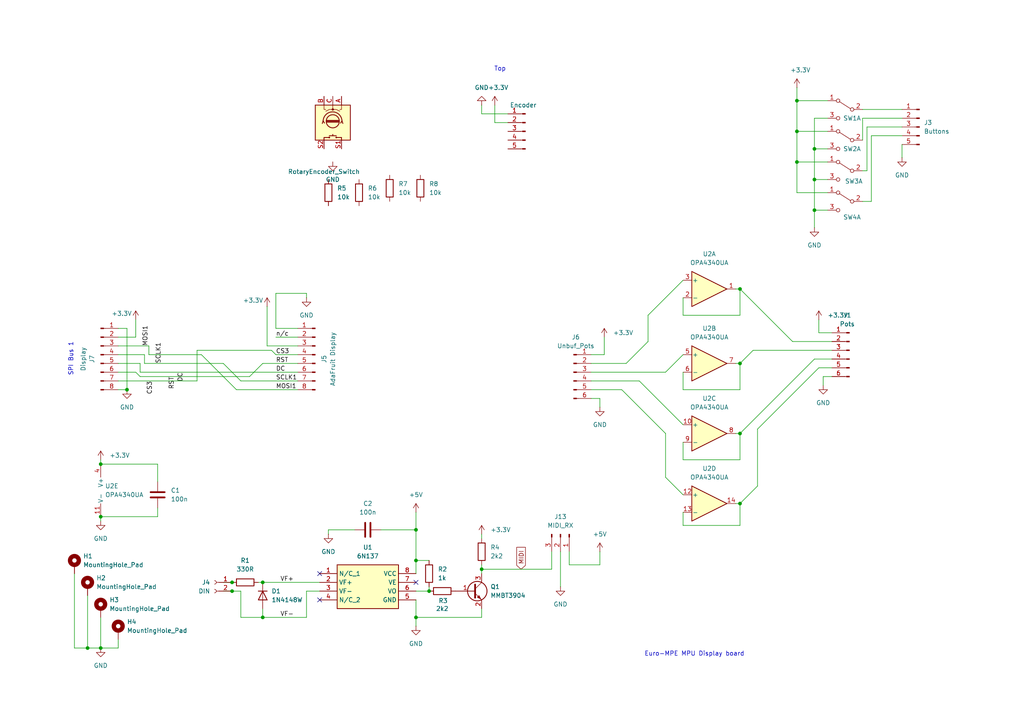
<source format=kicad_sch>
(kicad_sch
	(version 20231120)
	(generator "eeschema")
	(generator_version "8.0")
	(uuid "5e2e6641-7af0-4a99-bf16-cf711ae25c55")
	(paper "A4")
	(lib_symbols
		(symbol "6N137TSVM:6N137TSVM"
			(exclude_from_sim no)
			(in_bom yes)
			(on_board yes)
			(property "Reference" "IC"
				(at 24.13 7.62 0)
				(effects
					(font
						(size 1.27 1.27)
					)
					(justify left top)
				)
			)
			(property "Value" "6N137TSVM"
				(at 24.13 5.08 0)
				(effects
					(font
						(size 1.27 1.27)
					)
					(justify left top)
				)
			)
			(property "Footprint" "6N137TSVM"
				(at 24.13 -94.92 0)
				(effects
					(font
						(size 1.27 1.27)
					)
					(justify left top)
					(hide yes)
				)
			)
			(property "Datasheet" "https://www.onsemi.com/pub/Collateral/HCPL2631M-D.PDF"
				(at 24.13 -194.92 0)
				(effects
					(font
						(size 1.27 1.27)
					)
					(justify left top)
					(hide yes)
				)
			)
			(property "Description" "Logic gate output; U.L. recognized (File # E90700, Vol. 2); Fan-out of 8 over -40C to +85C; Superior CMR  10 kV/s; Wired OR-open collector; Strobable output; Very high speed  10 MBit/s"
				(at 0 0 0)
				(effects
					(font
						(size 1.27 1.27)
					)
					(hide yes)
				)
			)
			(property "Height" "5.08"
				(at 24.13 -394.92 0)
				(effects
					(font
						(size 1.27 1.27)
					)
					(justify left top)
					(hide yes)
				)
			)
			(property "Mouser Part Number" "512-6N137TSVM"
				(at 24.13 -494.92 0)
				(effects
					(font
						(size 1.27 1.27)
					)
					(justify left top)
					(hide yes)
				)
			)
			(property "Mouser Price/Stock" "https://www.mouser.co.uk/ProductDetail/onsemi-Fairchild/6N137TSVM?qs=zYoMbvlt6xbMLcJ2ca8UHw%3D%3D"
				(at 24.13 -594.92 0)
				(effects
					(font
						(size 1.27 1.27)
					)
					(justify left top)
					(hide yes)
				)
			)
			(property "Manufacturer_Name" "onsemi"
				(at 24.13 -694.92 0)
				(effects
					(font
						(size 1.27 1.27)
					)
					(justify left top)
					(hide yes)
				)
			)
			(property "Manufacturer_Part_Number" "6N137TSVM"
				(at 24.13 -794.92 0)
				(effects
					(font
						(size 1.27 1.27)
					)
					(justify left top)
					(hide yes)
				)
			)
			(symbol "6N137TSVM_1_1"
				(rectangle
					(start 5.08 2.54)
					(end 22.86 -10.16)
					(stroke
						(width 0.254)
						(type default)
					)
					(fill
						(type background)
					)
				)
				(pin passive line
					(at 27.94 -7.62 180)
					(length 5.08)
					(name "N/C_1"
						(effects
							(font
								(size 1.27 1.27)
							)
						)
					)
					(number "1"
						(effects
							(font
								(size 1.27 1.27)
							)
						)
					)
				)
				(pin passive line
					(at 27.94 -5.08 180)
					(length 5.08)
					(name "VF+"
						(effects
							(font
								(size 1.27 1.27)
							)
						)
					)
					(number "2"
						(effects
							(font
								(size 1.27 1.27)
							)
						)
					)
				)
				(pin passive line
					(at 27.94 -2.54 180)
					(length 5.08)
					(name "VF-"
						(effects
							(font
								(size 1.27 1.27)
							)
						)
					)
					(number "3"
						(effects
							(font
								(size 1.27 1.27)
							)
						)
					)
				)
				(pin passive line
					(at 27.94 0 180)
					(length 5.08)
					(name "N/C_2"
						(effects
							(font
								(size 1.27 1.27)
							)
						)
					)
					(number "4"
						(effects
							(font
								(size 1.27 1.27)
							)
						)
					)
				)
				(pin passive line
					(at 0 0 0)
					(length 5.08)
					(name "GND"
						(effects
							(font
								(size 1.27 1.27)
							)
						)
					)
					(number "5"
						(effects
							(font
								(size 1.27 1.27)
							)
						)
					)
				)
				(pin passive line
					(at 0 -2.54 0)
					(length 5.08)
					(name "VO"
						(effects
							(font
								(size 1.27 1.27)
							)
						)
					)
					(number "6"
						(effects
							(font
								(size 1.27 1.27)
							)
						)
					)
				)
				(pin passive line
					(at 0 -5.08 0)
					(length 5.08)
					(name "VE"
						(effects
							(font
								(size 1.27 1.27)
							)
						)
					)
					(number "7"
						(effects
							(font
								(size 1.27 1.27)
							)
						)
					)
				)
				(pin passive line
					(at 0 -7.62 0)
					(length 5.08)
					(name "VCC"
						(effects
							(font
								(size 1.27 1.27)
							)
						)
					)
					(number "8"
						(effects
							(font
								(size 1.27 1.27)
							)
						)
					)
				)
			)
		)
		(symbol "Amplifier_Operational:OPA4340UA"
			(pin_names
				(offset 0.127)
			)
			(exclude_from_sim no)
			(in_bom yes)
			(on_board yes)
			(property "Reference" "U"
				(at 0 5.08 0)
				(effects
					(font
						(size 1.27 1.27)
					)
					(justify left)
				)
			)
			(property "Value" "OPA4340UA"
				(at 0 -5.08 0)
				(effects
					(font
						(size 1.27 1.27)
					)
					(justify left)
				)
			)
			(property "Footprint" ""
				(at -1.27 2.54 0)
				(effects
					(font
						(size 1.27 1.27)
					)
					(hide yes)
				)
			)
			(property "Datasheet" "http://www.ti.com/lit/ds/symlink/opa340.pdf"
				(at 1.27 5.08 0)
				(effects
					(font
						(size 1.27 1.27)
					)
					(hide yes)
				)
			)
			(property "Description" "Quad Single-Supply, Rail-to-Rail Operational Amplifier, MicroAmplifier Series, SOIC-14"
				(at 0 0 0)
				(effects
					(font
						(size 1.27 1.27)
					)
					(hide yes)
				)
			)
			(property "ki_locked" ""
				(at 0 0 0)
				(effects
					(font
						(size 1.27 1.27)
					)
				)
			)
			(property "ki_keywords" "quad opamp"
				(at 0 0 0)
				(effects
					(font
						(size 1.27 1.27)
					)
					(hide yes)
				)
			)
			(property "ki_fp_filters" "SOIC*3.9x8.7mm*P1.27mm* DIP*W7.62mm* TSSOP*4.4x5mm*P0.65mm* SSOP*5.3x6.2mm*P0.65mm* MSOP*3x3mm*P0.5mm*"
				(at 0 0 0)
				(effects
					(font
						(size 1.27 1.27)
					)
					(hide yes)
				)
			)
			(symbol "OPA4340UA_1_1"
				(polyline
					(pts
						(xy -5.08 5.08) (xy 5.08 0) (xy -5.08 -5.08) (xy -5.08 5.08)
					)
					(stroke
						(width 0.254)
						(type default)
					)
					(fill
						(type background)
					)
				)
				(pin output line
					(at 7.62 0 180)
					(length 2.54)
					(name "~"
						(effects
							(font
								(size 1.27 1.27)
							)
						)
					)
					(number "1"
						(effects
							(font
								(size 1.27 1.27)
							)
						)
					)
				)
				(pin input line
					(at -7.62 -2.54 0)
					(length 2.54)
					(name "-"
						(effects
							(font
								(size 1.27 1.27)
							)
						)
					)
					(number "2"
						(effects
							(font
								(size 1.27 1.27)
							)
						)
					)
				)
				(pin input line
					(at -7.62 2.54 0)
					(length 2.54)
					(name "+"
						(effects
							(font
								(size 1.27 1.27)
							)
						)
					)
					(number "3"
						(effects
							(font
								(size 1.27 1.27)
							)
						)
					)
				)
			)
			(symbol "OPA4340UA_2_1"
				(polyline
					(pts
						(xy -5.08 5.08) (xy 5.08 0) (xy -5.08 -5.08) (xy -5.08 5.08)
					)
					(stroke
						(width 0.254)
						(type default)
					)
					(fill
						(type background)
					)
				)
				(pin input line
					(at -7.62 2.54 0)
					(length 2.54)
					(name "+"
						(effects
							(font
								(size 1.27 1.27)
							)
						)
					)
					(number "5"
						(effects
							(font
								(size 1.27 1.27)
							)
						)
					)
				)
				(pin input line
					(at -7.62 -2.54 0)
					(length 2.54)
					(name "-"
						(effects
							(font
								(size 1.27 1.27)
							)
						)
					)
					(number "6"
						(effects
							(font
								(size 1.27 1.27)
							)
						)
					)
				)
				(pin output line
					(at 7.62 0 180)
					(length 2.54)
					(name "~"
						(effects
							(font
								(size 1.27 1.27)
							)
						)
					)
					(number "7"
						(effects
							(font
								(size 1.27 1.27)
							)
						)
					)
				)
			)
			(symbol "OPA4340UA_3_1"
				(polyline
					(pts
						(xy -5.08 5.08) (xy 5.08 0) (xy -5.08 -5.08) (xy -5.08 5.08)
					)
					(stroke
						(width 0.254)
						(type default)
					)
					(fill
						(type background)
					)
				)
				(pin input line
					(at -7.62 2.54 0)
					(length 2.54)
					(name "+"
						(effects
							(font
								(size 1.27 1.27)
							)
						)
					)
					(number "10"
						(effects
							(font
								(size 1.27 1.27)
							)
						)
					)
				)
				(pin output line
					(at 7.62 0 180)
					(length 2.54)
					(name "~"
						(effects
							(font
								(size 1.27 1.27)
							)
						)
					)
					(number "8"
						(effects
							(font
								(size 1.27 1.27)
							)
						)
					)
				)
				(pin input line
					(at -7.62 -2.54 0)
					(length 2.54)
					(name "-"
						(effects
							(font
								(size 1.27 1.27)
							)
						)
					)
					(number "9"
						(effects
							(font
								(size 1.27 1.27)
							)
						)
					)
				)
			)
			(symbol "OPA4340UA_4_1"
				(polyline
					(pts
						(xy -5.08 5.08) (xy 5.08 0) (xy -5.08 -5.08) (xy -5.08 5.08)
					)
					(stroke
						(width 0.254)
						(type default)
					)
					(fill
						(type background)
					)
				)
				(pin input line
					(at -7.62 2.54 0)
					(length 2.54)
					(name "+"
						(effects
							(font
								(size 1.27 1.27)
							)
						)
					)
					(number "12"
						(effects
							(font
								(size 1.27 1.27)
							)
						)
					)
				)
				(pin input line
					(at -7.62 -2.54 0)
					(length 2.54)
					(name "-"
						(effects
							(font
								(size 1.27 1.27)
							)
						)
					)
					(number "13"
						(effects
							(font
								(size 1.27 1.27)
							)
						)
					)
				)
				(pin output line
					(at 7.62 0 180)
					(length 2.54)
					(name "~"
						(effects
							(font
								(size 1.27 1.27)
							)
						)
					)
					(number "14"
						(effects
							(font
								(size 1.27 1.27)
							)
						)
					)
				)
			)
			(symbol "OPA4340UA_5_1"
				(pin power_in line
					(at -2.54 -7.62 90)
					(length 3.81)
					(name "V-"
						(effects
							(font
								(size 1.27 1.27)
							)
						)
					)
					(number "11"
						(effects
							(font
								(size 1.27 1.27)
							)
						)
					)
				)
				(pin power_in line
					(at -2.54 7.62 270)
					(length 3.81)
					(name "V+"
						(effects
							(font
								(size 1.27 1.27)
							)
						)
					)
					(number "4"
						(effects
							(font
								(size 1.27 1.27)
							)
						)
					)
				)
			)
		)
		(symbol "Connector:Conn_01x02_Socket"
			(pin_names
				(offset 1.016) hide)
			(exclude_from_sim no)
			(in_bom yes)
			(on_board yes)
			(property "Reference" "J"
				(at 0 2.54 0)
				(effects
					(font
						(size 1.27 1.27)
					)
				)
			)
			(property "Value" "Conn_01x02_Socket"
				(at 0 -5.08 0)
				(effects
					(font
						(size 1.27 1.27)
					)
				)
			)
			(property "Footprint" ""
				(at 0 0 0)
				(effects
					(font
						(size 1.27 1.27)
					)
					(hide yes)
				)
			)
			(property "Datasheet" "~"
				(at 0 0 0)
				(effects
					(font
						(size 1.27 1.27)
					)
					(hide yes)
				)
			)
			(property "Description" "Generic connector, single row, 01x02, script generated"
				(at 0 0 0)
				(effects
					(font
						(size 1.27 1.27)
					)
					(hide yes)
				)
			)
			(property "ki_locked" ""
				(at 0 0 0)
				(effects
					(font
						(size 1.27 1.27)
					)
				)
			)
			(property "ki_keywords" "connector"
				(at 0 0 0)
				(effects
					(font
						(size 1.27 1.27)
					)
					(hide yes)
				)
			)
			(property "ki_fp_filters" "Connector*:*_1x??_*"
				(at 0 0 0)
				(effects
					(font
						(size 1.27 1.27)
					)
					(hide yes)
				)
			)
			(symbol "Conn_01x02_Socket_1_1"
				(arc
					(start 0 -2.032)
					(mid -0.5058 -2.54)
					(end 0 -3.048)
					(stroke
						(width 0.1524)
						(type default)
					)
					(fill
						(type none)
					)
				)
				(polyline
					(pts
						(xy -1.27 -2.54) (xy -0.508 -2.54)
					)
					(stroke
						(width 0.1524)
						(type default)
					)
					(fill
						(type none)
					)
				)
				(polyline
					(pts
						(xy -1.27 0) (xy -0.508 0)
					)
					(stroke
						(width 0.1524)
						(type default)
					)
					(fill
						(type none)
					)
				)
				(arc
					(start 0 0.508)
					(mid -0.5058 0)
					(end 0 -0.508)
					(stroke
						(width 0.1524)
						(type default)
					)
					(fill
						(type none)
					)
				)
				(pin passive line
					(at -5.08 0 0)
					(length 3.81)
					(name "Pin_1"
						(effects
							(font
								(size 1.27 1.27)
							)
						)
					)
					(number "1"
						(effects
							(font
								(size 1.27 1.27)
							)
						)
					)
				)
				(pin passive line
					(at -5.08 -2.54 0)
					(length 3.81)
					(name "Pin_2"
						(effects
							(font
								(size 1.27 1.27)
							)
						)
					)
					(number "2"
						(effects
							(font
								(size 1.27 1.27)
							)
						)
					)
				)
			)
		)
		(symbol "Connector:Conn_01x03_Pin"
			(pin_names
				(offset 1.016) hide)
			(exclude_from_sim no)
			(in_bom yes)
			(on_board yes)
			(property "Reference" "J"
				(at 0 5.08 0)
				(effects
					(font
						(size 1.27 1.27)
					)
				)
			)
			(property "Value" "Conn_01x03_Pin"
				(at 0 -5.08 0)
				(effects
					(font
						(size 1.27 1.27)
					)
				)
			)
			(property "Footprint" ""
				(at 0 0 0)
				(effects
					(font
						(size 1.27 1.27)
					)
					(hide yes)
				)
			)
			(property "Datasheet" "~"
				(at 0 0 0)
				(effects
					(font
						(size 1.27 1.27)
					)
					(hide yes)
				)
			)
			(property "Description" "Generic connector, single row, 01x03, script generated"
				(at 0 0 0)
				(effects
					(font
						(size 1.27 1.27)
					)
					(hide yes)
				)
			)
			(property "ki_locked" ""
				(at 0 0 0)
				(effects
					(font
						(size 1.27 1.27)
					)
				)
			)
			(property "ki_keywords" "connector"
				(at 0 0 0)
				(effects
					(font
						(size 1.27 1.27)
					)
					(hide yes)
				)
			)
			(property "ki_fp_filters" "Connector*:*_1x??_*"
				(at 0 0 0)
				(effects
					(font
						(size 1.27 1.27)
					)
					(hide yes)
				)
			)
			(symbol "Conn_01x03_Pin_1_1"
				(polyline
					(pts
						(xy 1.27 -2.54) (xy 0.8636 -2.54)
					)
					(stroke
						(width 0.1524)
						(type default)
					)
					(fill
						(type none)
					)
				)
				(polyline
					(pts
						(xy 1.27 0) (xy 0.8636 0)
					)
					(stroke
						(width 0.1524)
						(type default)
					)
					(fill
						(type none)
					)
				)
				(polyline
					(pts
						(xy 1.27 2.54) (xy 0.8636 2.54)
					)
					(stroke
						(width 0.1524)
						(type default)
					)
					(fill
						(type none)
					)
				)
				(rectangle
					(start 0.8636 -2.413)
					(end 0 -2.667)
					(stroke
						(width 0.1524)
						(type default)
					)
					(fill
						(type outline)
					)
				)
				(rectangle
					(start 0.8636 0.127)
					(end 0 -0.127)
					(stroke
						(width 0.1524)
						(type default)
					)
					(fill
						(type outline)
					)
				)
				(rectangle
					(start 0.8636 2.667)
					(end 0 2.413)
					(stroke
						(width 0.1524)
						(type default)
					)
					(fill
						(type outline)
					)
				)
				(pin passive line
					(at 5.08 2.54 180)
					(length 3.81)
					(name "Pin_1"
						(effects
							(font
								(size 1.27 1.27)
							)
						)
					)
					(number "1"
						(effects
							(font
								(size 1.27 1.27)
							)
						)
					)
				)
				(pin passive line
					(at 5.08 0 180)
					(length 3.81)
					(name "Pin_2"
						(effects
							(font
								(size 1.27 1.27)
							)
						)
					)
					(number "2"
						(effects
							(font
								(size 1.27 1.27)
							)
						)
					)
				)
				(pin passive line
					(at 5.08 -2.54 180)
					(length 3.81)
					(name "Pin_3"
						(effects
							(font
								(size 1.27 1.27)
							)
						)
					)
					(number "3"
						(effects
							(font
								(size 1.27 1.27)
							)
						)
					)
				)
			)
		)
		(symbol "Connector:Conn_01x05_Pin"
			(pin_names
				(offset 1.016) hide)
			(exclude_from_sim no)
			(in_bom yes)
			(on_board yes)
			(property "Reference" "J"
				(at 0 7.62 0)
				(effects
					(font
						(size 1.27 1.27)
					)
				)
			)
			(property "Value" "Conn_01x05_Pin"
				(at 0 -7.62 0)
				(effects
					(font
						(size 1.27 1.27)
					)
				)
			)
			(property "Footprint" ""
				(at 0 0 0)
				(effects
					(font
						(size 1.27 1.27)
					)
					(hide yes)
				)
			)
			(property "Datasheet" "~"
				(at 0 0 0)
				(effects
					(font
						(size 1.27 1.27)
					)
					(hide yes)
				)
			)
			(property "Description" "Generic connector, single row, 01x05, script generated"
				(at 0 0 0)
				(effects
					(font
						(size 1.27 1.27)
					)
					(hide yes)
				)
			)
			(property "ki_locked" ""
				(at 0 0 0)
				(effects
					(font
						(size 1.27 1.27)
					)
				)
			)
			(property "ki_keywords" "connector"
				(at 0 0 0)
				(effects
					(font
						(size 1.27 1.27)
					)
					(hide yes)
				)
			)
			(property "ki_fp_filters" "Connector*:*_1x??_*"
				(at 0 0 0)
				(effects
					(font
						(size 1.27 1.27)
					)
					(hide yes)
				)
			)
			(symbol "Conn_01x05_Pin_1_1"
				(polyline
					(pts
						(xy 1.27 -5.08) (xy 0.8636 -5.08)
					)
					(stroke
						(width 0.1524)
						(type default)
					)
					(fill
						(type none)
					)
				)
				(polyline
					(pts
						(xy 1.27 -2.54) (xy 0.8636 -2.54)
					)
					(stroke
						(width 0.1524)
						(type default)
					)
					(fill
						(type none)
					)
				)
				(polyline
					(pts
						(xy 1.27 0) (xy 0.8636 0)
					)
					(stroke
						(width 0.1524)
						(type default)
					)
					(fill
						(type none)
					)
				)
				(polyline
					(pts
						(xy 1.27 2.54) (xy 0.8636 2.54)
					)
					(stroke
						(width 0.1524)
						(type default)
					)
					(fill
						(type none)
					)
				)
				(polyline
					(pts
						(xy 1.27 5.08) (xy 0.8636 5.08)
					)
					(stroke
						(width 0.1524)
						(type default)
					)
					(fill
						(type none)
					)
				)
				(rectangle
					(start 0.8636 -4.953)
					(end 0 -5.207)
					(stroke
						(width 0.1524)
						(type default)
					)
					(fill
						(type outline)
					)
				)
				(rectangle
					(start 0.8636 -2.413)
					(end 0 -2.667)
					(stroke
						(width 0.1524)
						(type default)
					)
					(fill
						(type outline)
					)
				)
				(rectangle
					(start 0.8636 0.127)
					(end 0 -0.127)
					(stroke
						(width 0.1524)
						(type default)
					)
					(fill
						(type outline)
					)
				)
				(rectangle
					(start 0.8636 2.667)
					(end 0 2.413)
					(stroke
						(width 0.1524)
						(type default)
					)
					(fill
						(type outline)
					)
				)
				(rectangle
					(start 0.8636 5.207)
					(end 0 4.953)
					(stroke
						(width 0.1524)
						(type default)
					)
					(fill
						(type outline)
					)
				)
				(pin passive line
					(at 5.08 5.08 180)
					(length 3.81)
					(name "Pin_1"
						(effects
							(font
								(size 1.27 1.27)
							)
						)
					)
					(number "1"
						(effects
							(font
								(size 1.27 1.27)
							)
						)
					)
				)
				(pin passive line
					(at 5.08 2.54 180)
					(length 3.81)
					(name "Pin_2"
						(effects
							(font
								(size 1.27 1.27)
							)
						)
					)
					(number "2"
						(effects
							(font
								(size 1.27 1.27)
							)
						)
					)
				)
				(pin passive line
					(at 5.08 0 180)
					(length 3.81)
					(name "Pin_3"
						(effects
							(font
								(size 1.27 1.27)
							)
						)
					)
					(number "3"
						(effects
							(font
								(size 1.27 1.27)
							)
						)
					)
				)
				(pin passive line
					(at 5.08 -2.54 180)
					(length 3.81)
					(name "Pin_4"
						(effects
							(font
								(size 1.27 1.27)
							)
						)
					)
					(number "4"
						(effects
							(font
								(size 1.27 1.27)
							)
						)
					)
				)
				(pin passive line
					(at 5.08 -5.08 180)
					(length 3.81)
					(name "Pin_5"
						(effects
							(font
								(size 1.27 1.27)
							)
						)
					)
					(number "5"
						(effects
							(font
								(size 1.27 1.27)
							)
						)
					)
				)
			)
		)
		(symbol "Connector:Conn_01x06_Pin"
			(pin_names
				(offset 1.016) hide)
			(exclude_from_sim no)
			(in_bom yes)
			(on_board yes)
			(property "Reference" "J"
				(at 0 7.62 0)
				(effects
					(font
						(size 1.27 1.27)
					)
				)
			)
			(property "Value" "Conn_01x06_Pin"
				(at 0 -10.16 0)
				(effects
					(font
						(size 1.27 1.27)
					)
				)
			)
			(property "Footprint" ""
				(at 0 0 0)
				(effects
					(font
						(size 1.27 1.27)
					)
					(hide yes)
				)
			)
			(property "Datasheet" "~"
				(at 0 0 0)
				(effects
					(font
						(size 1.27 1.27)
					)
					(hide yes)
				)
			)
			(property "Description" "Generic connector, single row, 01x06, script generated"
				(at 0 0 0)
				(effects
					(font
						(size 1.27 1.27)
					)
					(hide yes)
				)
			)
			(property "ki_locked" ""
				(at 0 0 0)
				(effects
					(font
						(size 1.27 1.27)
					)
				)
			)
			(property "ki_keywords" "connector"
				(at 0 0 0)
				(effects
					(font
						(size 1.27 1.27)
					)
					(hide yes)
				)
			)
			(property "ki_fp_filters" "Connector*:*_1x??_*"
				(at 0 0 0)
				(effects
					(font
						(size 1.27 1.27)
					)
					(hide yes)
				)
			)
			(symbol "Conn_01x06_Pin_1_1"
				(polyline
					(pts
						(xy 1.27 -7.62) (xy 0.8636 -7.62)
					)
					(stroke
						(width 0.1524)
						(type default)
					)
					(fill
						(type none)
					)
				)
				(polyline
					(pts
						(xy 1.27 -5.08) (xy 0.8636 -5.08)
					)
					(stroke
						(width 0.1524)
						(type default)
					)
					(fill
						(type none)
					)
				)
				(polyline
					(pts
						(xy 1.27 -2.54) (xy 0.8636 -2.54)
					)
					(stroke
						(width 0.1524)
						(type default)
					)
					(fill
						(type none)
					)
				)
				(polyline
					(pts
						(xy 1.27 0) (xy 0.8636 0)
					)
					(stroke
						(width 0.1524)
						(type default)
					)
					(fill
						(type none)
					)
				)
				(polyline
					(pts
						(xy 1.27 2.54) (xy 0.8636 2.54)
					)
					(stroke
						(width 0.1524)
						(type default)
					)
					(fill
						(type none)
					)
				)
				(polyline
					(pts
						(xy 1.27 5.08) (xy 0.8636 5.08)
					)
					(stroke
						(width 0.1524)
						(type default)
					)
					(fill
						(type none)
					)
				)
				(rectangle
					(start 0.8636 -7.493)
					(end 0 -7.747)
					(stroke
						(width 0.1524)
						(type default)
					)
					(fill
						(type outline)
					)
				)
				(rectangle
					(start 0.8636 -4.953)
					(end 0 -5.207)
					(stroke
						(width 0.1524)
						(type default)
					)
					(fill
						(type outline)
					)
				)
				(rectangle
					(start 0.8636 -2.413)
					(end 0 -2.667)
					(stroke
						(width 0.1524)
						(type default)
					)
					(fill
						(type outline)
					)
				)
				(rectangle
					(start 0.8636 0.127)
					(end 0 -0.127)
					(stroke
						(width 0.1524)
						(type default)
					)
					(fill
						(type outline)
					)
				)
				(rectangle
					(start 0.8636 2.667)
					(end 0 2.413)
					(stroke
						(width 0.1524)
						(type default)
					)
					(fill
						(type outline)
					)
				)
				(rectangle
					(start 0.8636 5.207)
					(end 0 4.953)
					(stroke
						(width 0.1524)
						(type default)
					)
					(fill
						(type outline)
					)
				)
				(pin passive line
					(at 5.08 5.08 180)
					(length 3.81)
					(name "Pin_1"
						(effects
							(font
								(size 1.27 1.27)
							)
						)
					)
					(number "1"
						(effects
							(font
								(size 1.27 1.27)
							)
						)
					)
				)
				(pin passive line
					(at 5.08 2.54 180)
					(length 3.81)
					(name "Pin_2"
						(effects
							(font
								(size 1.27 1.27)
							)
						)
					)
					(number "2"
						(effects
							(font
								(size 1.27 1.27)
							)
						)
					)
				)
				(pin passive line
					(at 5.08 0 180)
					(length 3.81)
					(name "Pin_3"
						(effects
							(font
								(size 1.27 1.27)
							)
						)
					)
					(number "3"
						(effects
							(font
								(size 1.27 1.27)
							)
						)
					)
				)
				(pin passive line
					(at 5.08 -2.54 180)
					(length 3.81)
					(name "Pin_4"
						(effects
							(font
								(size 1.27 1.27)
							)
						)
					)
					(number "4"
						(effects
							(font
								(size 1.27 1.27)
							)
						)
					)
				)
				(pin passive line
					(at 5.08 -5.08 180)
					(length 3.81)
					(name "Pin_5"
						(effects
							(font
								(size 1.27 1.27)
							)
						)
					)
					(number "5"
						(effects
							(font
								(size 1.27 1.27)
							)
						)
					)
				)
				(pin passive line
					(at 5.08 -7.62 180)
					(length 3.81)
					(name "Pin_6"
						(effects
							(font
								(size 1.27 1.27)
							)
						)
					)
					(number "6"
						(effects
							(font
								(size 1.27 1.27)
							)
						)
					)
				)
			)
		)
		(symbol "Connector:Conn_01x08_Pin"
			(pin_names
				(offset 1.016) hide)
			(exclude_from_sim no)
			(in_bom yes)
			(on_board yes)
			(property "Reference" "J"
				(at 0 10.16 0)
				(effects
					(font
						(size 1.27 1.27)
					)
				)
			)
			(property "Value" "Conn_01x08_Pin"
				(at 0 -12.7 0)
				(effects
					(font
						(size 1.27 1.27)
					)
				)
			)
			(property "Footprint" ""
				(at 0 0 0)
				(effects
					(font
						(size 1.27 1.27)
					)
					(hide yes)
				)
			)
			(property "Datasheet" "~"
				(at 0 0 0)
				(effects
					(font
						(size 1.27 1.27)
					)
					(hide yes)
				)
			)
			(property "Description" "Generic connector, single row, 01x08, script generated"
				(at 0 0 0)
				(effects
					(font
						(size 1.27 1.27)
					)
					(hide yes)
				)
			)
			(property "ki_locked" ""
				(at 0 0 0)
				(effects
					(font
						(size 1.27 1.27)
					)
				)
			)
			(property "ki_keywords" "connector"
				(at 0 0 0)
				(effects
					(font
						(size 1.27 1.27)
					)
					(hide yes)
				)
			)
			(property "ki_fp_filters" "Connector*:*_1x??_*"
				(at 0 0 0)
				(effects
					(font
						(size 1.27 1.27)
					)
					(hide yes)
				)
			)
			(symbol "Conn_01x08_Pin_1_1"
				(polyline
					(pts
						(xy 1.27 -10.16) (xy 0.8636 -10.16)
					)
					(stroke
						(width 0.1524)
						(type default)
					)
					(fill
						(type none)
					)
				)
				(polyline
					(pts
						(xy 1.27 -7.62) (xy 0.8636 -7.62)
					)
					(stroke
						(width 0.1524)
						(type default)
					)
					(fill
						(type none)
					)
				)
				(polyline
					(pts
						(xy 1.27 -5.08) (xy 0.8636 -5.08)
					)
					(stroke
						(width 0.1524)
						(type default)
					)
					(fill
						(type none)
					)
				)
				(polyline
					(pts
						(xy 1.27 -2.54) (xy 0.8636 -2.54)
					)
					(stroke
						(width 0.1524)
						(type default)
					)
					(fill
						(type none)
					)
				)
				(polyline
					(pts
						(xy 1.27 0) (xy 0.8636 0)
					)
					(stroke
						(width 0.1524)
						(type default)
					)
					(fill
						(type none)
					)
				)
				(polyline
					(pts
						(xy 1.27 2.54) (xy 0.8636 2.54)
					)
					(stroke
						(width 0.1524)
						(type default)
					)
					(fill
						(type none)
					)
				)
				(polyline
					(pts
						(xy 1.27 5.08) (xy 0.8636 5.08)
					)
					(stroke
						(width 0.1524)
						(type default)
					)
					(fill
						(type none)
					)
				)
				(polyline
					(pts
						(xy 1.27 7.62) (xy 0.8636 7.62)
					)
					(stroke
						(width 0.1524)
						(type default)
					)
					(fill
						(type none)
					)
				)
				(rectangle
					(start 0.8636 -10.033)
					(end 0 -10.287)
					(stroke
						(width 0.1524)
						(type default)
					)
					(fill
						(type outline)
					)
				)
				(rectangle
					(start 0.8636 -7.493)
					(end 0 -7.747)
					(stroke
						(width 0.1524)
						(type default)
					)
					(fill
						(type outline)
					)
				)
				(rectangle
					(start 0.8636 -4.953)
					(end 0 -5.207)
					(stroke
						(width 0.1524)
						(type default)
					)
					(fill
						(type outline)
					)
				)
				(rectangle
					(start 0.8636 -2.413)
					(end 0 -2.667)
					(stroke
						(width 0.1524)
						(type default)
					)
					(fill
						(type outline)
					)
				)
				(rectangle
					(start 0.8636 0.127)
					(end 0 -0.127)
					(stroke
						(width 0.1524)
						(type default)
					)
					(fill
						(type outline)
					)
				)
				(rectangle
					(start 0.8636 2.667)
					(end 0 2.413)
					(stroke
						(width 0.1524)
						(type default)
					)
					(fill
						(type outline)
					)
				)
				(rectangle
					(start 0.8636 5.207)
					(end 0 4.953)
					(stroke
						(width 0.1524)
						(type default)
					)
					(fill
						(type outline)
					)
				)
				(rectangle
					(start 0.8636 7.747)
					(end 0 7.493)
					(stroke
						(width 0.1524)
						(type default)
					)
					(fill
						(type outline)
					)
				)
				(pin passive line
					(at 5.08 7.62 180)
					(length 3.81)
					(name "Pin_1"
						(effects
							(font
								(size 1.27 1.27)
							)
						)
					)
					(number "1"
						(effects
							(font
								(size 1.27 1.27)
							)
						)
					)
				)
				(pin passive line
					(at 5.08 5.08 180)
					(length 3.81)
					(name "Pin_2"
						(effects
							(font
								(size 1.27 1.27)
							)
						)
					)
					(number "2"
						(effects
							(font
								(size 1.27 1.27)
							)
						)
					)
				)
				(pin passive line
					(at 5.08 2.54 180)
					(length 3.81)
					(name "Pin_3"
						(effects
							(font
								(size 1.27 1.27)
							)
						)
					)
					(number "3"
						(effects
							(font
								(size 1.27 1.27)
							)
						)
					)
				)
				(pin passive line
					(at 5.08 0 180)
					(length 3.81)
					(name "Pin_4"
						(effects
							(font
								(size 1.27 1.27)
							)
						)
					)
					(number "4"
						(effects
							(font
								(size 1.27 1.27)
							)
						)
					)
				)
				(pin passive line
					(at 5.08 -2.54 180)
					(length 3.81)
					(name "Pin_5"
						(effects
							(font
								(size 1.27 1.27)
							)
						)
					)
					(number "5"
						(effects
							(font
								(size 1.27 1.27)
							)
						)
					)
				)
				(pin passive line
					(at 5.08 -5.08 180)
					(length 3.81)
					(name "Pin_6"
						(effects
							(font
								(size 1.27 1.27)
							)
						)
					)
					(number "6"
						(effects
							(font
								(size 1.27 1.27)
							)
						)
					)
				)
				(pin passive line
					(at 5.08 -7.62 180)
					(length 3.81)
					(name "Pin_7"
						(effects
							(font
								(size 1.27 1.27)
							)
						)
					)
					(number "7"
						(effects
							(font
								(size 1.27 1.27)
							)
						)
					)
				)
				(pin passive line
					(at 5.08 -10.16 180)
					(length 3.81)
					(name "Pin_8"
						(effects
							(font
								(size 1.27 1.27)
							)
						)
					)
					(number "8"
						(effects
							(font
								(size 1.27 1.27)
							)
						)
					)
				)
			)
		)
		(symbol "Device:C"
			(pin_numbers hide)
			(pin_names
				(offset 0.254)
			)
			(exclude_from_sim no)
			(in_bom yes)
			(on_board yes)
			(property "Reference" "C"
				(at 0.635 2.54 0)
				(effects
					(font
						(size 1.27 1.27)
					)
					(justify left)
				)
			)
			(property "Value" "C"
				(at 0.635 -2.54 0)
				(effects
					(font
						(size 1.27 1.27)
					)
					(justify left)
				)
			)
			(property "Footprint" ""
				(at 0.9652 -3.81 0)
				(effects
					(font
						(size 1.27 1.27)
					)
					(hide yes)
				)
			)
			(property "Datasheet" "~"
				(at 0 0 0)
				(effects
					(font
						(size 1.27 1.27)
					)
					(hide yes)
				)
			)
			(property "Description" "Unpolarized capacitor"
				(at 0 0 0)
				(effects
					(font
						(size 1.27 1.27)
					)
					(hide yes)
				)
			)
			(property "ki_keywords" "cap capacitor"
				(at 0 0 0)
				(effects
					(font
						(size 1.27 1.27)
					)
					(hide yes)
				)
			)
			(property "ki_fp_filters" "C_*"
				(at 0 0 0)
				(effects
					(font
						(size 1.27 1.27)
					)
					(hide yes)
				)
			)
			(symbol "C_0_1"
				(polyline
					(pts
						(xy -2.032 -0.762) (xy 2.032 -0.762)
					)
					(stroke
						(width 0.508)
						(type default)
					)
					(fill
						(type none)
					)
				)
				(polyline
					(pts
						(xy -2.032 0.762) (xy 2.032 0.762)
					)
					(stroke
						(width 0.508)
						(type default)
					)
					(fill
						(type none)
					)
				)
			)
			(symbol "C_1_1"
				(pin passive line
					(at 0 3.81 270)
					(length 2.794)
					(name "~"
						(effects
							(font
								(size 1.27 1.27)
							)
						)
					)
					(number "1"
						(effects
							(font
								(size 1.27 1.27)
							)
						)
					)
				)
				(pin passive line
					(at 0 -3.81 90)
					(length 2.794)
					(name "~"
						(effects
							(font
								(size 1.27 1.27)
							)
						)
					)
					(number "2"
						(effects
							(font
								(size 1.27 1.27)
							)
						)
					)
				)
			)
		)
		(symbol "Device:R"
			(pin_numbers hide)
			(pin_names
				(offset 0)
			)
			(exclude_from_sim no)
			(in_bom yes)
			(on_board yes)
			(property "Reference" "R"
				(at 2.032 0 90)
				(effects
					(font
						(size 1.27 1.27)
					)
				)
			)
			(property "Value" "R"
				(at 0 0 90)
				(effects
					(font
						(size 1.27 1.27)
					)
				)
			)
			(property "Footprint" ""
				(at -1.778 0 90)
				(effects
					(font
						(size 1.27 1.27)
					)
					(hide yes)
				)
			)
			(property "Datasheet" "~"
				(at 0 0 0)
				(effects
					(font
						(size 1.27 1.27)
					)
					(hide yes)
				)
			)
			(property "Description" "Resistor"
				(at 0 0 0)
				(effects
					(font
						(size 1.27 1.27)
					)
					(hide yes)
				)
			)
			(property "ki_keywords" "R res resistor"
				(at 0 0 0)
				(effects
					(font
						(size 1.27 1.27)
					)
					(hide yes)
				)
			)
			(property "ki_fp_filters" "R_*"
				(at 0 0 0)
				(effects
					(font
						(size 1.27 1.27)
					)
					(hide yes)
				)
			)
			(symbol "R_0_1"
				(rectangle
					(start -1.016 -2.54)
					(end 1.016 2.54)
					(stroke
						(width 0.254)
						(type default)
					)
					(fill
						(type none)
					)
				)
			)
			(symbol "R_1_1"
				(pin passive line
					(at 0 3.81 270)
					(length 1.27)
					(name "~"
						(effects
							(font
								(size 1.27 1.27)
							)
						)
					)
					(number "1"
						(effects
							(font
								(size 1.27 1.27)
							)
						)
					)
				)
				(pin passive line
					(at 0 -3.81 90)
					(length 1.27)
					(name "~"
						(effects
							(font
								(size 1.27 1.27)
							)
						)
					)
					(number "2"
						(effects
							(font
								(size 1.27 1.27)
							)
						)
					)
				)
			)
		)
		(symbol "Device:RotaryEncoder_Switch"
			(pin_names
				(offset 0.254) hide)
			(exclude_from_sim no)
			(in_bom yes)
			(on_board yes)
			(property "Reference" "SW"
				(at 0 6.604 0)
				(effects
					(font
						(size 1.27 1.27)
					)
				)
			)
			(property "Value" "RotaryEncoder_Switch"
				(at 0 -6.604 0)
				(effects
					(font
						(size 1.27 1.27)
					)
				)
			)
			(property "Footprint" ""
				(at -3.81 4.064 0)
				(effects
					(font
						(size 1.27 1.27)
					)
					(hide yes)
				)
			)
			(property "Datasheet" "~"
				(at 0 6.604 0)
				(effects
					(font
						(size 1.27 1.27)
					)
					(hide yes)
				)
			)
			(property "Description" "Rotary encoder, dual channel, incremental quadrate outputs, with switch"
				(at 0 0 0)
				(effects
					(font
						(size 1.27 1.27)
					)
					(hide yes)
				)
			)
			(property "ki_keywords" "rotary switch encoder switch push button"
				(at 0 0 0)
				(effects
					(font
						(size 1.27 1.27)
					)
					(hide yes)
				)
			)
			(property "ki_fp_filters" "RotaryEncoder*Switch*"
				(at 0 0 0)
				(effects
					(font
						(size 1.27 1.27)
					)
					(hide yes)
				)
			)
			(symbol "RotaryEncoder_Switch_0_1"
				(rectangle
					(start -5.08 5.08)
					(end 5.08 -5.08)
					(stroke
						(width 0.254)
						(type default)
					)
					(fill
						(type background)
					)
				)
				(circle
					(center -3.81 0)
					(radius 0.254)
					(stroke
						(width 0)
						(type default)
					)
					(fill
						(type outline)
					)
				)
				(circle
					(center -0.381 0)
					(radius 1.905)
					(stroke
						(width 0.254)
						(type default)
					)
					(fill
						(type none)
					)
				)
				(arc
					(start -0.381 2.667)
					(mid -3.0988 -0.0635)
					(end -0.381 -2.794)
					(stroke
						(width 0.254)
						(type default)
					)
					(fill
						(type none)
					)
				)
				(polyline
					(pts
						(xy -0.635 -1.778) (xy -0.635 1.778)
					)
					(stroke
						(width 0.254)
						(type default)
					)
					(fill
						(type none)
					)
				)
				(polyline
					(pts
						(xy -0.381 -1.778) (xy -0.381 1.778)
					)
					(stroke
						(width 0.254)
						(type default)
					)
					(fill
						(type none)
					)
				)
				(polyline
					(pts
						(xy -0.127 1.778) (xy -0.127 -1.778)
					)
					(stroke
						(width 0.254)
						(type default)
					)
					(fill
						(type none)
					)
				)
				(polyline
					(pts
						(xy 3.81 0) (xy 3.429 0)
					)
					(stroke
						(width 0.254)
						(type default)
					)
					(fill
						(type none)
					)
				)
				(polyline
					(pts
						(xy 3.81 1.016) (xy 3.81 -1.016)
					)
					(stroke
						(width 0.254)
						(type default)
					)
					(fill
						(type none)
					)
				)
				(polyline
					(pts
						(xy -5.08 -2.54) (xy -3.81 -2.54) (xy -3.81 -2.032)
					)
					(stroke
						(width 0)
						(type default)
					)
					(fill
						(type none)
					)
				)
				(polyline
					(pts
						(xy -5.08 2.54) (xy -3.81 2.54) (xy -3.81 2.032)
					)
					(stroke
						(width 0)
						(type default)
					)
					(fill
						(type none)
					)
				)
				(polyline
					(pts
						(xy 0.254 -3.048) (xy -0.508 -2.794) (xy 0.127 -2.413)
					)
					(stroke
						(width 0.254)
						(type default)
					)
					(fill
						(type none)
					)
				)
				(polyline
					(pts
						(xy 0.254 2.921) (xy -0.508 2.667) (xy 0.127 2.286)
					)
					(stroke
						(width 0.254)
						(type default)
					)
					(fill
						(type none)
					)
				)
				(polyline
					(pts
						(xy 5.08 -2.54) (xy 4.318 -2.54) (xy 4.318 -1.016)
					)
					(stroke
						(width 0.254)
						(type default)
					)
					(fill
						(type none)
					)
				)
				(polyline
					(pts
						(xy 5.08 2.54) (xy 4.318 2.54) (xy 4.318 1.016)
					)
					(stroke
						(width 0.254)
						(type default)
					)
					(fill
						(type none)
					)
				)
				(polyline
					(pts
						(xy -5.08 0) (xy -3.81 0) (xy -3.81 -1.016) (xy -3.302 -2.032)
					)
					(stroke
						(width 0)
						(type default)
					)
					(fill
						(type none)
					)
				)
				(polyline
					(pts
						(xy -4.318 0) (xy -3.81 0) (xy -3.81 1.016) (xy -3.302 2.032)
					)
					(stroke
						(width 0)
						(type default)
					)
					(fill
						(type none)
					)
				)
				(circle
					(center 4.318 -1.016)
					(radius 0.127)
					(stroke
						(width 0.254)
						(type default)
					)
					(fill
						(type none)
					)
				)
				(circle
					(center 4.318 1.016)
					(radius 0.127)
					(stroke
						(width 0.254)
						(type default)
					)
					(fill
						(type none)
					)
				)
			)
			(symbol "RotaryEncoder_Switch_1_1"
				(pin passive line
					(at -7.62 2.54 0)
					(length 2.54)
					(name "A"
						(effects
							(font
								(size 1.27 1.27)
							)
						)
					)
					(number "A"
						(effects
							(font
								(size 1.27 1.27)
							)
						)
					)
				)
				(pin passive line
					(at -7.62 -2.54 0)
					(length 2.54)
					(name "B"
						(effects
							(font
								(size 1.27 1.27)
							)
						)
					)
					(number "B"
						(effects
							(font
								(size 1.27 1.27)
							)
						)
					)
				)
				(pin passive line
					(at -7.62 0 0)
					(length 2.54)
					(name "C"
						(effects
							(font
								(size 1.27 1.27)
							)
						)
					)
					(number "C"
						(effects
							(font
								(size 1.27 1.27)
							)
						)
					)
				)
				(pin passive line
					(at 7.62 2.54 180)
					(length 2.54)
					(name "S1"
						(effects
							(font
								(size 1.27 1.27)
							)
						)
					)
					(number "S1"
						(effects
							(font
								(size 1.27 1.27)
							)
						)
					)
				)
				(pin passive line
					(at 7.62 -2.54 180)
					(length 2.54)
					(name "S2"
						(effects
							(font
								(size 1.27 1.27)
							)
						)
					)
					(number "S2"
						(effects
							(font
								(size 1.27 1.27)
							)
						)
					)
				)
			)
		)
		(symbol "Diode:1N4148W"
			(pin_numbers hide)
			(pin_names hide)
			(exclude_from_sim no)
			(in_bom yes)
			(on_board yes)
			(property "Reference" "D"
				(at 0 2.54 0)
				(effects
					(font
						(size 1.27 1.27)
					)
				)
			)
			(property "Value" "1N4148W"
				(at 0 -2.54 0)
				(effects
					(font
						(size 1.27 1.27)
					)
				)
			)
			(property "Footprint" "Diode_SMD:D_SOD-123"
				(at 0 -4.445 0)
				(effects
					(font
						(size 1.27 1.27)
					)
					(hide yes)
				)
			)
			(property "Datasheet" "https://www.vishay.com/docs/85748/1n4148w.pdf"
				(at 0 0 0)
				(effects
					(font
						(size 1.27 1.27)
					)
					(hide yes)
				)
			)
			(property "Description" "75V 0.15A Fast Switching Diode, SOD-123"
				(at 0 0 0)
				(effects
					(font
						(size 1.27 1.27)
					)
					(hide yes)
				)
			)
			(property "Sim.Device" "D"
				(at 0 0 0)
				(effects
					(font
						(size 1.27 1.27)
					)
					(hide yes)
				)
			)
			(property "Sim.Pins" "1=K 2=A"
				(at 0 0 0)
				(effects
					(font
						(size 1.27 1.27)
					)
					(hide yes)
				)
			)
			(property "ki_keywords" "diode"
				(at 0 0 0)
				(effects
					(font
						(size 1.27 1.27)
					)
					(hide yes)
				)
			)
			(property "ki_fp_filters" "D*SOD?123*"
				(at 0 0 0)
				(effects
					(font
						(size 1.27 1.27)
					)
					(hide yes)
				)
			)
			(symbol "1N4148W_0_1"
				(polyline
					(pts
						(xy -1.27 1.27) (xy -1.27 -1.27)
					)
					(stroke
						(width 0.254)
						(type default)
					)
					(fill
						(type none)
					)
				)
				(polyline
					(pts
						(xy 1.27 0) (xy -1.27 0)
					)
					(stroke
						(width 0)
						(type default)
					)
					(fill
						(type none)
					)
				)
				(polyline
					(pts
						(xy 1.27 1.27) (xy 1.27 -1.27) (xy -1.27 0) (xy 1.27 1.27)
					)
					(stroke
						(width 0.254)
						(type default)
					)
					(fill
						(type none)
					)
				)
			)
			(symbol "1N4148W_1_1"
				(pin passive line
					(at -3.81 0 0)
					(length 2.54)
					(name "K"
						(effects
							(font
								(size 1.27 1.27)
							)
						)
					)
					(number "1"
						(effects
							(font
								(size 1.27 1.27)
							)
						)
					)
				)
				(pin passive line
					(at 3.81 0 180)
					(length 2.54)
					(name "A"
						(effects
							(font
								(size 1.27 1.27)
							)
						)
					)
					(number "2"
						(effects
							(font
								(size 1.27 1.27)
							)
						)
					)
				)
			)
		)
		(symbol "EuroRackTools:+5V"
			(power)
			(pin_names
				(offset 0)
			)
			(exclude_from_sim no)
			(in_bom yes)
			(on_board yes)
			(property "Reference" "#PWR"
				(at 0 -3.81 0)
				(effects
					(font
						(size 1.27 1.27)
					)
					(hide yes)
				)
			)
			(property "Value" "+5V"
				(at 0 3.556 0)
				(effects
					(font
						(size 1.27 1.27)
					)
				)
			)
			(property "Footprint" ""
				(at 0 0 0)
				(effects
					(font
						(size 1.27 1.27)
					)
					(hide yes)
				)
			)
			(property "Datasheet" ""
				(at 0 0 0)
				(effects
					(font
						(size 1.27 1.27)
					)
					(hide yes)
				)
			)
			(property "Description" "Power symbol creates a global label with name \"+5V\""
				(at 0 0 0)
				(effects
					(font
						(size 1.27 1.27)
					)
					(hide yes)
				)
			)
			(property "ki_keywords" "global power"
				(at 0 0 0)
				(effects
					(font
						(size 1.27 1.27)
					)
					(hide yes)
				)
			)
			(symbol "+5V_0_1"
				(polyline
					(pts
						(xy -0.762 1.27) (xy 0 2.54)
					)
					(stroke
						(width 0)
						(type default)
					)
					(fill
						(type none)
					)
				)
				(polyline
					(pts
						(xy 0 0) (xy 0 2.54)
					)
					(stroke
						(width 0)
						(type default)
					)
					(fill
						(type none)
					)
				)
				(polyline
					(pts
						(xy 0 2.54) (xy 0.762 1.27)
					)
					(stroke
						(width 0)
						(type default)
					)
					(fill
						(type none)
					)
				)
			)
			(symbol "+5V_1_1"
				(pin power_in line
					(at 0 0 90)
					(length 0) hide
					(name "+5V"
						(effects
							(font
								(size 1.27 1.27)
							)
						)
					)
					(number "1"
						(effects
							(font
								(size 1.27 1.27)
							)
						)
					)
				)
			)
		)
		(symbol "Low-Profile Push Button:Low-Profile_Push_Button"
			(pin_names
				(offset 0) hide)
			(exclude_from_sim no)
			(in_bom yes)
			(on_board yes)
			(property "Reference" "SW"
				(at 0 4.318 0)
				(effects
					(font
						(size 1.27 1.27)
					)
				)
			)
			(property "Value" "Low-Profile_Push_Button"
				(at 0 -5.08 0)
				(effects
					(font
						(size 1.27 1.27)
					)
				)
			)
			(property "Footprint" ""
				(at 0 0 0)
				(effects
					(font
						(size 1.27 1.27)
					)
					(hide yes)
				)
			)
			(property "Datasheet" "~"
				(at 0 0 0)
				(effects
					(font
						(size 1.27 1.27)
					)
					(hide yes)
				)
			)
			(property "Description" "Switch, single pole double throw"
				(at 0 0 0)
				(effects
					(font
						(size 1.27 1.27)
					)
					(hide yes)
				)
			)
			(property "ki_keywords" "switch double-pole double-throw spdt ON-ON"
				(at 0 0 0)
				(effects
					(font
						(size 1.27 1.27)
					)
					(hide yes)
				)
			)
			(symbol "Low-Profile_Push_Button_0_0"
				(circle
					(center -2.032 0)
					(radius 0.508)
					(stroke
						(width 0)
						(type default)
					)
					(fill
						(type none)
					)
				)
				(circle
					(center 2.032 -2.54)
					(radius 0.508)
					(stroke
						(width 0)
						(type default)
					)
					(fill
						(type none)
					)
				)
			)
			(symbol "Low-Profile_Push_Button_0_1"
				(polyline
					(pts
						(xy -1.524 0.254) (xy 1.651 2.286)
					)
					(stroke
						(width 0)
						(type default)
					)
					(fill
						(type none)
					)
				)
				(circle
					(center 2.032 2.54)
					(radius 0.508)
					(stroke
						(width 0)
						(type default)
					)
					(fill
						(type none)
					)
				)
			)
			(symbol "Low-Profile_Push_Button_1_1"
				(pin passive line
					(at 5.08 2.54 180)
					(length 2.54)
					(name "A"
						(effects
							(font
								(size 1.27 1.27)
							)
						)
					)
					(number "1"
						(effects
							(font
								(size 1.27 1.27)
							)
						)
					)
				)
				(pin passive line
					(at -5.08 0 0)
					(length 2.54)
					(name "B"
						(effects
							(font
								(size 1.27 1.27)
							)
						)
					)
					(number "2"
						(effects
							(font
								(size 1.27 1.27)
							)
						)
					)
				)
				(pin passive line
					(at 5.08 -2.54 180)
					(length 2.54)
					(name "C"
						(effects
							(font
								(size 1.27 1.27)
							)
						)
					)
					(number "3"
						(effects
							(font
								(size 1.27 1.27)
							)
						)
					)
				)
			)
			(symbol "Low-Profile_Push_Button_2_1"
				(pin passive line
					(at 5.08 2.54 180)
					(length 2.54)
					(name "A"
						(effects
							(font
								(size 1.27 1.27)
							)
						)
					)
					(number "4"
						(effects
							(font
								(size 1.27 1.27)
							)
						)
					)
				)
				(pin passive line
					(at -5.08 0 0)
					(length 2.54)
					(name "B"
						(effects
							(font
								(size 1.27 1.27)
							)
						)
					)
					(number "5"
						(effects
							(font
								(size 1.27 1.27)
							)
						)
					)
				)
				(pin passive line
					(at 5.08 -2.54 180)
					(length 2.54)
					(name "C"
						(effects
							(font
								(size 1.27 1.27)
							)
						)
					)
					(number "6"
						(effects
							(font
								(size 1.27 1.27)
							)
						)
					)
				)
			)
		)
		(symbol "Mechanical:MountingHole_Pad"
			(pin_numbers hide)
			(pin_names
				(offset 1.016) hide)
			(exclude_from_sim yes)
			(in_bom no)
			(on_board yes)
			(property "Reference" "H"
				(at 0 6.35 0)
				(effects
					(font
						(size 1.27 1.27)
					)
				)
			)
			(property "Value" "MountingHole_Pad"
				(at 0 4.445 0)
				(effects
					(font
						(size 1.27 1.27)
					)
				)
			)
			(property "Footprint" ""
				(at 0 0 0)
				(effects
					(font
						(size 1.27 1.27)
					)
					(hide yes)
				)
			)
			(property "Datasheet" "~"
				(at 0 0 0)
				(effects
					(font
						(size 1.27 1.27)
					)
					(hide yes)
				)
			)
			(property "Description" "Mounting Hole with connection"
				(at 0 0 0)
				(effects
					(font
						(size 1.27 1.27)
					)
					(hide yes)
				)
			)
			(property "ki_keywords" "mounting hole"
				(at 0 0 0)
				(effects
					(font
						(size 1.27 1.27)
					)
					(hide yes)
				)
			)
			(property "ki_fp_filters" "MountingHole*Pad*"
				(at 0 0 0)
				(effects
					(font
						(size 1.27 1.27)
					)
					(hide yes)
				)
			)
			(symbol "MountingHole_Pad_0_1"
				(circle
					(center 0 1.27)
					(radius 1.27)
					(stroke
						(width 1.27)
						(type default)
					)
					(fill
						(type none)
					)
				)
			)
			(symbol "MountingHole_Pad_1_1"
				(pin input line
					(at 0 -2.54 90)
					(length 2.54)
					(name "1"
						(effects
							(font
								(size 1.27 1.27)
							)
						)
					)
					(number "1"
						(effects
							(font
								(size 1.27 1.27)
							)
						)
					)
				)
			)
		)
		(symbol "Transistor_BJT:MMBT3904"
			(pin_names
				(offset 0) hide)
			(exclude_from_sim no)
			(in_bom yes)
			(on_board yes)
			(property "Reference" "Q"
				(at 5.08 1.905 0)
				(effects
					(font
						(size 1.27 1.27)
					)
					(justify left)
				)
			)
			(property "Value" "MMBT3904"
				(at 5.08 0 0)
				(effects
					(font
						(size 1.27 1.27)
					)
					(justify left)
				)
			)
			(property "Footprint" "Package_TO_SOT_SMD:SOT-23"
				(at 5.08 -1.905 0)
				(effects
					(font
						(size 1.27 1.27)
						(italic yes)
					)
					(justify left)
					(hide yes)
				)
			)
			(property "Datasheet" "https://www.onsemi.com/pdf/datasheet/pzt3904-d.pdf"
				(at 0 0 0)
				(effects
					(font
						(size 1.27 1.27)
					)
					(justify left)
					(hide yes)
				)
			)
			(property "Description" "0.2A Ic, 40V Vce, Small Signal NPN Transistor, SOT-23"
				(at 0 0 0)
				(effects
					(font
						(size 1.27 1.27)
					)
					(hide yes)
				)
			)
			(property "ki_keywords" "NPN Transistor"
				(at 0 0 0)
				(effects
					(font
						(size 1.27 1.27)
					)
					(hide yes)
				)
			)
			(property "ki_fp_filters" "SOT?23*"
				(at 0 0 0)
				(effects
					(font
						(size 1.27 1.27)
					)
					(hide yes)
				)
			)
			(symbol "MMBT3904_0_1"
				(polyline
					(pts
						(xy 0.635 0.635) (xy 2.54 2.54)
					)
					(stroke
						(width 0)
						(type default)
					)
					(fill
						(type none)
					)
				)
				(polyline
					(pts
						(xy 0.635 -0.635) (xy 2.54 -2.54) (xy 2.54 -2.54)
					)
					(stroke
						(width 0)
						(type default)
					)
					(fill
						(type none)
					)
				)
				(polyline
					(pts
						(xy 0.635 1.905) (xy 0.635 -1.905) (xy 0.635 -1.905)
					)
					(stroke
						(width 0.508)
						(type default)
					)
					(fill
						(type none)
					)
				)
				(polyline
					(pts
						(xy 1.27 -1.778) (xy 1.778 -1.27) (xy 2.286 -2.286) (xy 1.27 -1.778) (xy 1.27 -1.778)
					)
					(stroke
						(width 0)
						(type default)
					)
					(fill
						(type outline)
					)
				)
				(circle
					(center 1.27 0)
					(radius 2.8194)
					(stroke
						(width 0.254)
						(type default)
					)
					(fill
						(type none)
					)
				)
			)
			(symbol "MMBT3904_1_1"
				(pin input line
					(at -5.08 0 0)
					(length 5.715)
					(name "B"
						(effects
							(font
								(size 1.27 1.27)
							)
						)
					)
					(number "1"
						(effects
							(font
								(size 1.27 1.27)
							)
						)
					)
				)
				(pin passive line
					(at 2.54 -5.08 90)
					(length 2.54)
					(name "E"
						(effects
							(font
								(size 1.27 1.27)
							)
						)
					)
					(number "2"
						(effects
							(font
								(size 1.27 1.27)
							)
						)
					)
				)
				(pin passive line
					(at 2.54 5.08 270)
					(length 2.54)
					(name "C"
						(effects
							(font
								(size 1.27 1.27)
							)
						)
					)
					(number "3"
						(effects
							(font
								(size 1.27 1.27)
							)
						)
					)
				)
			)
		)
		(symbol "power:+3.3V"
			(power)
			(pin_numbers hide)
			(pin_names
				(offset 0) hide)
			(exclude_from_sim no)
			(in_bom yes)
			(on_board yes)
			(property "Reference" "#PWR"
				(at 0 -3.81 0)
				(effects
					(font
						(size 1.27 1.27)
					)
					(hide yes)
				)
			)
			(property "Value" "+3.3V"
				(at 0 3.556 0)
				(effects
					(font
						(size 1.27 1.27)
					)
				)
			)
			(property "Footprint" ""
				(at 0 0 0)
				(effects
					(font
						(size 1.27 1.27)
					)
					(hide yes)
				)
			)
			(property "Datasheet" ""
				(at 0 0 0)
				(effects
					(font
						(size 1.27 1.27)
					)
					(hide yes)
				)
			)
			(property "Description" "Power symbol creates a global label with name \"+3.3V\""
				(at 0 0 0)
				(effects
					(font
						(size 1.27 1.27)
					)
					(hide yes)
				)
			)
			(property "ki_keywords" "global power"
				(at 0 0 0)
				(effects
					(font
						(size 1.27 1.27)
					)
					(hide yes)
				)
			)
			(symbol "+3.3V_0_1"
				(polyline
					(pts
						(xy -0.762 1.27) (xy 0 2.54)
					)
					(stroke
						(width 0)
						(type default)
					)
					(fill
						(type none)
					)
				)
				(polyline
					(pts
						(xy 0 0) (xy 0 2.54)
					)
					(stroke
						(width 0)
						(type default)
					)
					(fill
						(type none)
					)
				)
				(polyline
					(pts
						(xy 0 2.54) (xy 0.762 1.27)
					)
					(stroke
						(width 0)
						(type default)
					)
					(fill
						(type none)
					)
				)
			)
			(symbol "+3.3V_1_1"
				(pin power_in line
					(at 0 0 90)
					(length 0)
					(name "~"
						(effects
							(font
								(size 1.27 1.27)
							)
						)
					)
					(number "1"
						(effects
							(font
								(size 1.27 1.27)
							)
						)
					)
				)
			)
		)
		(symbol "power:+3V3"
			(power)
			(pin_numbers hide)
			(pin_names
				(offset 0) hide)
			(exclude_from_sim no)
			(in_bom yes)
			(on_board yes)
			(property "Reference" "#PWR"
				(at 0 -3.81 0)
				(effects
					(font
						(size 1.27 1.27)
					)
					(hide yes)
				)
			)
			(property "Value" "+3V3"
				(at 0 3.556 0)
				(effects
					(font
						(size 1.27 1.27)
					)
				)
			)
			(property "Footprint" ""
				(at 0 0 0)
				(effects
					(font
						(size 1.27 1.27)
					)
					(hide yes)
				)
			)
			(property "Datasheet" ""
				(at 0 0 0)
				(effects
					(font
						(size 1.27 1.27)
					)
					(hide yes)
				)
			)
			(property "Description" "Power symbol creates a global label with name \"+3V3\""
				(at 0 0 0)
				(effects
					(font
						(size 1.27 1.27)
					)
					(hide yes)
				)
			)
			(property "ki_keywords" "global power"
				(at 0 0 0)
				(effects
					(font
						(size 1.27 1.27)
					)
					(hide yes)
				)
			)
			(symbol "+3V3_0_1"
				(polyline
					(pts
						(xy -0.762 1.27) (xy 0 2.54)
					)
					(stroke
						(width 0)
						(type default)
					)
					(fill
						(type none)
					)
				)
				(polyline
					(pts
						(xy 0 0) (xy 0 2.54)
					)
					(stroke
						(width 0)
						(type default)
					)
					(fill
						(type none)
					)
				)
				(polyline
					(pts
						(xy 0 2.54) (xy 0.762 1.27)
					)
					(stroke
						(width 0)
						(type default)
					)
					(fill
						(type none)
					)
				)
			)
			(symbol "+3V3_1_1"
				(pin power_in line
					(at 0 0 90)
					(length 0)
					(name "~"
						(effects
							(font
								(size 1.27 1.27)
							)
						)
					)
					(number "1"
						(effects
							(font
								(size 1.27 1.27)
							)
						)
					)
				)
			)
		)
		(symbol "power:+5V"
			(power)
			(pin_numbers hide)
			(pin_names
				(offset 0) hide)
			(exclude_from_sim no)
			(in_bom yes)
			(on_board yes)
			(property "Reference" "#PWR"
				(at 0 -3.81 0)
				(effects
					(font
						(size 1.27 1.27)
					)
					(hide yes)
				)
			)
			(property "Value" "+5V"
				(at 0 3.556 0)
				(effects
					(font
						(size 1.27 1.27)
					)
				)
			)
			(property "Footprint" ""
				(at 0 0 0)
				(effects
					(font
						(size 1.27 1.27)
					)
					(hide yes)
				)
			)
			(property "Datasheet" ""
				(at 0 0 0)
				(effects
					(font
						(size 1.27 1.27)
					)
					(hide yes)
				)
			)
			(property "Description" "Power symbol creates a global label with name \"+5V\""
				(at 0 0 0)
				(effects
					(font
						(size 1.27 1.27)
					)
					(hide yes)
				)
			)
			(property "ki_keywords" "global power"
				(at 0 0 0)
				(effects
					(font
						(size 1.27 1.27)
					)
					(hide yes)
				)
			)
			(symbol "+5V_0_1"
				(polyline
					(pts
						(xy -0.762 1.27) (xy 0 2.54)
					)
					(stroke
						(width 0)
						(type default)
					)
					(fill
						(type none)
					)
				)
				(polyline
					(pts
						(xy 0 0) (xy 0 2.54)
					)
					(stroke
						(width 0)
						(type default)
					)
					(fill
						(type none)
					)
				)
				(polyline
					(pts
						(xy 0 2.54) (xy 0.762 1.27)
					)
					(stroke
						(width 0)
						(type default)
					)
					(fill
						(type none)
					)
				)
			)
			(symbol "+5V_1_1"
				(pin power_in line
					(at 0 0 90)
					(length 0)
					(name "~"
						(effects
							(font
								(size 1.27 1.27)
							)
						)
					)
					(number "1"
						(effects
							(font
								(size 1.27 1.27)
							)
						)
					)
				)
			)
		)
		(symbol "power:GND"
			(power)
			(pin_numbers hide)
			(pin_names
				(offset 0) hide)
			(exclude_from_sim no)
			(in_bom yes)
			(on_board yes)
			(property "Reference" "#PWR"
				(at 0 -6.35 0)
				(effects
					(font
						(size 1.27 1.27)
					)
					(hide yes)
				)
			)
			(property "Value" "GND"
				(at 0 -3.81 0)
				(effects
					(font
						(size 1.27 1.27)
					)
				)
			)
			(property "Footprint" ""
				(at 0 0 0)
				(effects
					(font
						(size 1.27 1.27)
					)
					(hide yes)
				)
			)
			(property "Datasheet" ""
				(at 0 0 0)
				(effects
					(font
						(size 1.27 1.27)
					)
					(hide yes)
				)
			)
			(property "Description" "Power symbol creates a global label with name \"GND\" , ground"
				(at 0 0 0)
				(effects
					(font
						(size 1.27 1.27)
					)
					(hide yes)
				)
			)
			(property "ki_keywords" "global power"
				(at 0 0 0)
				(effects
					(font
						(size 1.27 1.27)
					)
					(hide yes)
				)
			)
			(symbol "GND_0_1"
				(polyline
					(pts
						(xy 0 0) (xy 0 -1.27) (xy 1.27 -1.27) (xy 0 -2.54) (xy -1.27 -1.27) (xy 0 -1.27)
					)
					(stroke
						(width 0)
						(type default)
					)
					(fill
						(type none)
					)
				)
			)
			(symbol "GND_1_1"
				(pin power_in line
					(at 0 0 270)
					(length 0)
					(name "~"
						(effects
							(font
								(size 1.27 1.27)
							)
						)
					)
					(number "1"
						(effects
							(font
								(size 1.27 1.27)
							)
						)
					)
				)
			)
		)
	)
	(junction
		(at 231.14 46.99)
		(diameter 0)
		(color 0 0 0 0)
		(uuid "02b4b06b-1bb8-41c0-93a3-74f85e452994")
	)
	(junction
		(at 231.14 29.21)
		(diameter 0)
		(color 0 0 0 0)
		(uuid "0963ad99-4d86-4c48-9782-4c162eedf0a1")
	)
	(junction
		(at 120.65 179.07)
		(diameter 0)
		(color 0 0 0 0)
		(uuid "1b473399-e0c2-484a-83b5-34d904b485c2")
	)
	(junction
		(at 236.22 43.18)
		(diameter 0)
		(color 0 0 0 0)
		(uuid "42db8a48-8051-47b2-bba9-428f30da8088")
	)
	(junction
		(at 236.22 52.07)
		(diameter 0)
		(color 0 0 0 0)
		(uuid "4da1fe9c-e08d-41f3-af94-f177fec97ff9")
	)
	(junction
		(at 231.14 38.1)
		(diameter 0)
		(color 0 0 0 0)
		(uuid "59db9ea9-faa2-4b4a-aafd-9f7a758d8a0f")
	)
	(junction
		(at 236.22 60.96)
		(diameter 0)
		(color 0 0 0 0)
		(uuid "6ce30aa7-0685-4833-9f0f-f607fae8543f")
	)
	(junction
		(at 120.65 162.56)
		(diameter 0)
		(color 0 0 0 0)
		(uuid "7471cf20-6aee-42b8-9e25-e8eefff38f79")
	)
	(junction
		(at 67.31 168.91)
		(diameter 0)
		(color 0 0 0 0)
		(uuid "78e25f2e-c94d-4be8-aac9-8849bfcb8625")
	)
	(junction
		(at 29.21 187.96)
		(diameter 0)
		(color 0 0 0 0)
		(uuid "8704eaf2-1246-4166-abac-a61f9e4a7c23")
	)
	(junction
		(at 29.21 149.86)
		(diameter 0)
		(color 0 0 0 0)
		(uuid "8b4978d7-8f45-4714-baba-0290887e71c9")
	)
	(junction
		(at 76.2 179.07)
		(diameter 0)
		(color 0 0 0 0)
		(uuid "8d1f8af1-d139-45f9-b342-5aab50e50b86")
	)
	(junction
		(at 25.4 187.96)
		(diameter 0)
		(color 0 0 0 0)
		(uuid "8ff52dd8-2817-4730-bda8-1d13e9653ed0")
	)
	(junction
		(at 214.63 105.41)
		(diameter 0)
		(color 0 0 0 0)
		(uuid "af86c274-92a0-4486-9ed1-90c0205fa2c9")
	)
	(junction
		(at 67.31 171.45)
		(diameter 0)
		(color 0 0 0 0)
		(uuid "b157d2e6-2d53-4de7-88ba-48101e84502e")
	)
	(junction
		(at 214.63 125.73)
		(diameter 0)
		(color 0 0 0 0)
		(uuid "b3801635-eca3-4141-b495-bb25be73483f")
	)
	(junction
		(at 120.65 153.67)
		(diameter 0)
		(color 0 0 0 0)
		(uuid "bf44098b-f5da-4974-860e-16f91bab0eca")
	)
	(junction
		(at 29.21 134.62)
		(diameter 0)
		(color 0 0 0 0)
		(uuid "c7b71a3f-4d98-4b25-b767-9a5cd4bde841")
	)
	(junction
		(at 214.63 83.82)
		(diameter 0)
		(color 0 0 0 0)
		(uuid "d6f38cf2-5cf2-440e-9719-95a8ccbae291")
	)
	(junction
		(at 139.7 165.1)
		(diameter 0)
		(color 0 0 0 0)
		(uuid "da15f213-0de7-4722-96dd-aa2ae462fd6d")
	)
	(junction
		(at 214.63 146.05)
		(diameter 0)
		(color 0 0 0 0)
		(uuid "dd30398e-ceb8-45a2-9fa3-c441013777ef")
	)
	(junction
		(at 124.46 171.45)
		(diameter 0)
		(color 0 0 0 0)
		(uuid "f054d0b5-412a-4f5e-9f97-e23e023189b1")
	)
	(junction
		(at 36.83 113.03)
		(diameter 0)
		(color 0 0 0 0)
		(uuid "f07e993b-7205-431a-9c8d-d374c518cb34")
	)
	(junction
		(at 76.2 168.91)
		(diameter 0)
		(color 0 0 0 0)
		(uuid "fed96217-c958-4f81-a13e-4fe80b49ab57")
	)
	(no_connect
		(at 92.71 166.37)
		(uuid "5df2bb60-885d-4233-a5e5-09988ab74e29")
	)
	(no_connect
		(at 92.71 173.99)
		(uuid "61152bde-65d2-4db6-b77f-9deb858ed34f")
	)
	(no_connect
		(at 120.65 168.91)
		(uuid "9d5d5b87-00cc-44ef-a6f1-441631e38f51")
	)
	(wire
		(pts
			(xy 120.65 179.07) (xy 120.65 181.61)
		)
		(stroke
			(width 0)
			(type default)
		)
		(uuid "08a59556-2e0e-4003-9991-e01e8bb5f073")
	)
	(wire
		(pts
			(xy 237.49 92.71) (xy 237.49 96.52)
		)
		(stroke
			(width 0)
			(type default)
		)
		(uuid "0a32fcc2-b831-416a-a22a-b77186a80997")
	)
	(wire
		(pts
			(xy 69.85 179.07) (xy 76.2 179.07)
		)
		(stroke
			(width 0)
			(type default)
		)
		(uuid "0c5c5032-ad7d-4faa-ad0c-011c11611d7e")
	)
	(wire
		(pts
			(xy 252.73 39.37) (xy 261.62 39.37)
		)
		(stroke
			(width 0)
			(type default)
		)
		(uuid "0e901801-a49c-48f2-8e44-cd119da2cf6a")
	)
	(wire
		(pts
			(xy 250.19 34.29) (xy 250.19 40.64)
		)
		(stroke
			(width 0)
			(type default)
		)
		(uuid "0f40fa87-025f-4079-bf67-381dd85bec76")
	)
	(wire
		(pts
			(xy 139.7 163.83) (xy 139.7 165.1)
		)
		(stroke
			(width 0)
			(type default)
		)
		(uuid "116dd1c9-2bc1-4bc5-a93f-941484aef825")
	)
	(wire
		(pts
			(xy 139.7 176.53) (xy 139.7 179.07)
		)
		(stroke
			(width 0)
			(type default)
		)
		(uuid "140b52c1-96a1-4d4f-b786-d973a0b579a8")
	)
	(wire
		(pts
			(xy 68.58 113.03) (xy 58.42 102.87)
		)
		(stroke
			(width 0)
			(type default)
		)
		(uuid "141b9267-a9a1-4ab4-a5ed-a2c495d13054")
	)
	(wire
		(pts
			(xy 175.26 102.87) (xy 171.45 102.87)
		)
		(stroke
			(width 0)
			(type default)
		)
		(uuid "145fe229-1715-4903-ac65-66ccdb9d97de")
	)
	(wire
		(pts
			(xy 213.36 125.73) (xy 214.63 125.73)
		)
		(stroke
			(width 0)
			(type default)
		)
		(uuid "15804bf0-b5df-4bef-9d42-96f59c6eb2f0")
	)
	(wire
		(pts
			(xy 252.73 39.37) (xy 252.73 58.42)
		)
		(stroke
			(width 0)
			(type default)
		)
		(uuid "16e45b85-fb71-461a-b4df-5f04d8e10e07")
	)
	(wire
		(pts
			(xy 241.3 99.06) (xy 229.87 99.06)
		)
		(stroke
			(width 0)
			(type default)
		)
		(uuid "188f4a1d-dddd-4671-b53e-981e53ef9374")
	)
	(wire
		(pts
			(xy 78.74 101.6) (xy 80.01 102.87)
		)
		(stroke
			(width 0)
			(type default)
		)
		(uuid "195b27f3-88ca-4dde-af69-e01975535a7e")
	)
	(wire
		(pts
			(xy 231.14 46.99) (xy 231.14 55.88)
		)
		(stroke
			(width 0)
			(type default)
		)
		(uuid "1ddd5198-51e8-40b9-acd8-ed9479f3bb4d")
	)
	(wire
		(pts
			(xy 187.96 99.06) (xy 187.96 91.44)
		)
		(stroke
			(width 0)
			(type default)
		)
		(uuid "1f93b09a-025e-412b-b064-7f51b9ad20ff")
	)
	(wire
		(pts
			(xy 218.44 101.6) (xy 214.63 105.41)
		)
		(stroke
			(width 0)
			(type default)
		)
		(uuid "1fa8fdd5-3ecc-445b-8785-ab53788fe6f7")
	)
	(wire
		(pts
			(xy 171.45 110.49) (xy 185.42 110.49)
		)
		(stroke
			(width 0)
			(type default)
		)
		(uuid "215a1099-2fe1-48f2-9577-4fb04494cfcd")
	)
	(wire
		(pts
			(xy 171.45 113.03) (xy 180.34 113.03)
		)
		(stroke
			(width 0)
			(type default)
		)
		(uuid "25389a11-c719-444a-b967-4c0245a800cf")
	)
	(wire
		(pts
			(xy 193.04 107.95) (xy 198.12 102.87)
		)
		(stroke
			(width 0)
			(type default)
		)
		(uuid "28cca1ee-9d71-4914-b385-f512c6fb7bbd")
	)
	(wire
		(pts
			(xy 120.65 153.67) (xy 120.65 162.56)
		)
		(stroke
			(width 0)
			(type default)
		)
		(uuid "2921f3c8-5f9d-46e6-9891-095e37bcb54b")
	)
	(wire
		(pts
			(xy 162.56 160.02) (xy 162.56 170.18)
		)
		(stroke
			(width 0)
			(type default)
		)
		(uuid "2f2367a2-0765-4929-baf1-166dc68d113b")
	)
	(wire
		(pts
			(xy 198.12 128.27) (xy 198.12 133.35)
		)
		(stroke
			(width 0)
			(type default)
		)
		(uuid "31b890d8-e708-4bd3-9822-d056c5c574c7")
	)
	(wire
		(pts
			(xy 139.7 154.94) (xy 139.7 156.21)
		)
		(stroke
			(width 0)
			(type default)
		)
		(uuid "32153060-6304-407a-9941-a90998175f1a")
	)
	(wire
		(pts
			(xy 241.3 101.6) (xy 218.44 101.6)
		)
		(stroke
			(width 0)
			(type default)
		)
		(uuid "3228bbeb-8284-486f-8a10-f71ab432db10")
	)
	(wire
		(pts
			(xy 120.65 173.99) (xy 120.65 179.07)
		)
		(stroke
			(width 0)
			(type default)
		)
		(uuid "32c1ca39-1c17-4beb-99ae-f96150479da2")
	)
	(wire
		(pts
			(xy 41.91 102.87) (xy 34.29 102.87)
		)
		(stroke
			(width 0)
			(type default)
		)
		(uuid "350f95dd-e4ea-4c76-a084-c1ccdc6223d7")
	)
	(wire
		(pts
			(xy 72.39 109.22) (xy 76.2 105.41)
		)
		(stroke
			(width 0)
			(type default)
		)
		(uuid "3585e804-6064-452d-9f89-24ea3a4a7884")
	)
	(wire
		(pts
			(xy 193.04 125.73) (xy 193.04 138.43)
		)
		(stroke
			(width 0)
			(type default)
		)
		(uuid "36d368ed-1307-4693-8194-e377af0fa792")
	)
	(wire
		(pts
			(xy 237.49 96.52) (xy 241.3 96.52)
		)
		(stroke
			(width 0)
			(type default)
		)
		(uuid "370ef496-d8d3-4110-8a06-6a1b9d142469")
	)
	(wire
		(pts
			(xy 173.99 115.57) (xy 173.99 118.11)
		)
		(stroke
			(width 0)
			(type default)
		)
		(uuid "37ba7720-d20c-4d09-916e-475a13a9b559")
	)
	(wire
		(pts
			(xy 88.9 171.45) (xy 92.71 171.45)
		)
		(stroke
			(width 0)
			(type default)
		)
		(uuid "3840b403-bf89-48e7-90e2-96a51b697ec5")
	)
	(wire
		(pts
			(xy 198.12 133.35) (xy 214.63 133.35)
		)
		(stroke
			(width 0)
			(type default)
		)
		(uuid "38717e40-11b2-4c84-b8a1-8fd990817e5f")
	)
	(wire
		(pts
			(xy 241.3 104.14) (xy 236.22 104.14)
		)
		(stroke
			(width 0)
			(type default)
		)
		(uuid "3901314e-cb7b-451c-802e-3b17dc4cb526")
	)
	(wire
		(pts
			(xy 67.31 171.45) (xy 69.85 171.45)
		)
		(stroke
			(width 0)
			(type default)
		)
		(uuid "396a2f7a-b21b-49fb-9874-40152a4fd388")
	)
	(wire
		(pts
			(xy 261.62 41.91) (xy 261.62 45.72)
		)
		(stroke
			(width 0)
			(type default)
		)
		(uuid "3cd4d0d3-0829-4048-b355-b35fcbdbc691")
	)
	(wire
		(pts
			(xy 250.19 34.29) (xy 261.62 34.29)
		)
		(stroke
			(width 0)
			(type default)
		)
		(uuid "3f130fea-bbec-4aa1-b6d3-49083f5f4fd1")
	)
	(wire
		(pts
			(xy 40.64 107.95) (xy 86.36 107.95)
		)
		(stroke
			(width 0)
			(type default)
		)
		(uuid "3f358038-dbda-49fc-865d-caa0dda293e6")
	)
	(wire
		(pts
			(xy 236.22 52.07) (xy 240.03 52.07)
		)
		(stroke
			(width 0)
			(type default)
		)
		(uuid "42a88779-6826-4cdf-8b9e-6503946c3192")
	)
	(wire
		(pts
			(xy 214.63 146.05) (xy 214.63 152.4)
		)
		(stroke
			(width 0)
			(type default)
		)
		(uuid "4339fa2d-f497-47c8-b4d7-b3f103c598b9")
	)
	(wire
		(pts
			(xy 95.25 153.67) (xy 102.87 153.67)
		)
		(stroke
			(width 0)
			(type default)
		)
		(uuid "439d4562-246a-42e9-a6d3-e47e6a6f8bcc")
	)
	(wire
		(pts
			(xy 236.22 60.96) (xy 240.03 60.96)
		)
		(stroke
			(width 0)
			(type default)
		)
		(uuid "45b41162-d438-497c-b983-a571972a9d66")
	)
	(wire
		(pts
			(xy 68.58 113.03) (xy 86.36 113.03)
		)
		(stroke
			(width 0)
			(type default)
		)
		(uuid "469170dd-1226-4b17-b21d-283ed8d6bac3")
	)
	(wire
		(pts
			(xy 120.65 162.56) (xy 120.65 166.37)
		)
		(stroke
			(width 0)
			(type default)
		)
		(uuid "493a2a10-c0ae-4cb8-9159-a02c4e450640")
	)
	(wire
		(pts
			(xy 198.12 107.95) (xy 198.12 113.03)
		)
		(stroke
			(width 0)
			(type default)
		)
		(uuid "4a846d33-2871-46df-b8a3-6c387c723196")
	)
	(wire
		(pts
			(xy 231.14 29.21) (xy 240.03 29.21)
		)
		(stroke
			(width 0)
			(type default)
		)
		(uuid "4e7ae217-e2a9-4e03-a9b7-ba50ddbb9e80")
	)
	(wire
		(pts
			(xy 29.21 133.35) (xy 29.21 134.62)
		)
		(stroke
			(width 0)
			(type default)
		)
		(uuid "4edbbaa1-37e2-4feb-a094-70e966e6da80")
	)
	(wire
		(pts
			(xy 40.64 105.41) (xy 40.64 107.95)
		)
		(stroke
			(width 0)
			(type default)
		)
		(uuid "520979a7-57fe-4940-a48e-c492d154e4d7")
	)
	(wire
		(pts
			(xy 238.76 109.22) (xy 238.76 111.76)
		)
		(stroke
			(width 0)
			(type default)
		)
		(uuid "5291f11a-a671-4dc6-973f-824318de795f")
	)
	(wire
		(pts
			(xy 213.36 83.82) (xy 214.63 83.82)
		)
		(stroke
			(width 0)
			(type default)
		)
		(uuid "52a8e86e-63de-4828-972a-32fb578a04e1")
	)
	(wire
		(pts
			(xy 143.51 30.48) (xy 143.51 35.56)
		)
		(stroke
			(width 0)
			(type default)
		)
		(uuid "530171bd-f13b-4196-9783-c70cf82cd20c")
	)
	(wire
		(pts
			(xy 236.22 60.96) (xy 236.22 66.04)
		)
		(stroke
			(width 0)
			(type default)
		)
		(uuid "548831c5-c9d8-4f83-b1e2-29f371f0f325")
	)
	(wire
		(pts
			(xy 236.22 43.18) (xy 236.22 52.07)
		)
		(stroke
			(width 0)
			(type default)
		)
		(uuid "56c792ce-d5e3-4bbe-80a6-f69cd936ecb0")
	)
	(wire
		(pts
			(xy 21.59 187.96) (xy 25.4 187.96)
		)
		(stroke
			(width 0)
			(type default)
		)
		(uuid "57207695-7a98-4258-a848-583c34aa0a88")
	)
	(wire
		(pts
			(xy 69.85 171.45) (xy 69.85 179.07)
		)
		(stroke
			(width 0)
			(type default)
		)
		(uuid "591c63b9-6d21-4c52-b575-77c037b2ee05")
	)
	(wire
		(pts
			(xy 29.21 134.62) (xy 45.72 134.62)
		)
		(stroke
			(width 0)
			(type default)
		)
		(uuid "5a804fe4-7704-488b-84f8-4be3c4e1fcf1")
	)
	(wire
		(pts
			(xy 250.19 58.42) (xy 252.73 58.42)
		)
		(stroke
			(width 0)
			(type default)
		)
		(uuid "5b78fbdd-d524-41c7-800f-d8be225bfdde")
	)
	(wire
		(pts
			(xy 76.2 176.53) (xy 76.2 179.07)
		)
		(stroke
			(width 0)
			(type default)
		)
		(uuid "6224049a-4c2b-42a2-8c5d-c0c58b11cf94")
	)
	(wire
		(pts
			(xy 214.63 125.73) (xy 214.63 133.35)
		)
		(stroke
			(width 0)
			(type default)
		)
		(uuid "651355e5-4a9a-48d4-b6f6-bad66c15aaa4")
	)
	(wire
		(pts
			(xy 41.91 105.41) (xy 64.77 105.41)
		)
		(stroke
			(width 0)
			(type default)
		)
		(uuid "653bbdbb-bd4f-402e-87f7-0c05b609d056")
	)
	(wire
		(pts
			(xy 39.37 92.71) (xy 39.37 97.79)
		)
		(stroke
			(width 0)
			(type default)
		)
		(uuid "69135814-a492-4d62-93f1-58fd32d055ca")
	)
	(wire
		(pts
			(xy 236.22 43.18) (xy 240.03 43.18)
		)
		(stroke
			(width 0)
			(type default)
		)
		(uuid "6967a5f3-bae1-4d8e-b749-06b477f4cf91")
	)
	(wire
		(pts
			(xy 213.36 105.41) (xy 214.63 105.41)
		)
		(stroke
			(width 0)
			(type default)
		)
		(uuid "6a2123cd-ff90-409b-aec4-33fc252b5cd4")
	)
	(wire
		(pts
			(xy 139.7 30.48) (xy 139.7 33.02)
		)
		(stroke
			(width 0)
			(type default)
		)
		(uuid "6e0cbcef-e146-4cd1-ba6b-2f9a477c2e71")
	)
	(wire
		(pts
			(xy 45.72 134.62) (xy 45.72 139.7)
		)
		(stroke
			(width 0)
			(type default)
		)
		(uuid "6fd2f8ac-5caa-47e3-85cf-ae594a750f7d")
	)
	(wire
		(pts
			(xy 219.71 124.46) (xy 219.71 140.97)
		)
		(stroke
			(width 0)
			(type default)
		)
		(uuid "739aba23-531b-4987-9a51-0073aa903114")
	)
	(wire
		(pts
			(xy 251.46 36.83) (xy 261.62 36.83)
		)
		(stroke
			(width 0)
			(type default)
		)
		(uuid "73b41f12-c2ea-48b2-9a66-086e713231ad")
	)
	(wire
		(pts
			(xy 139.7 165.1) (xy 139.7 166.37)
		)
		(stroke
			(width 0)
			(type default)
		)
		(uuid "7508b6a6-5316-4073-82fe-1bff7f0a9b9c")
	)
	(wire
		(pts
			(xy 69.85 110.49) (xy 86.36 110.49)
		)
		(stroke
			(width 0)
			(type default)
		)
		(uuid "75bd70ac-eb04-4703-80c7-2d1f1f90479f")
	)
	(wire
		(pts
			(xy 193.04 138.43) (xy 198.12 143.51)
		)
		(stroke
			(width 0)
			(type default)
		)
		(uuid "75eb46a0-55d1-42e0-bed6-2748bbd804ff")
	)
	(wire
		(pts
			(xy 64.77 105.41) (xy 69.85 110.49)
		)
		(stroke
			(width 0)
			(type default)
		)
		(uuid "76037b96-46c4-421a-9288-8647fe6e1dc6")
	)
	(wire
		(pts
			(xy 64.77 171.45) (xy 67.31 171.45)
		)
		(stroke
			(width 0)
			(type default)
		)
		(uuid "7645bb3d-5247-44dd-83c5-94069b846b93")
	)
	(wire
		(pts
			(xy 250.19 49.53) (xy 251.46 49.53)
		)
		(stroke
			(width 0)
			(type default)
		)
		(uuid "76a6e909-e3ee-4b67-b8a1-a5afcd67807c")
	)
	(wire
		(pts
			(xy 80.01 95.25) (xy 86.36 95.25)
		)
		(stroke
			(width 0)
			(type default)
		)
		(uuid "77fd166b-b89f-41d1-9975-2a9bb24bd705")
	)
	(wire
		(pts
			(xy 229.87 99.06) (xy 214.63 83.82)
		)
		(stroke
			(width 0)
			(type default)
		)
		(uuid "7c46ffd3-612e-41bc-b223-8a6866f1d572")
	)
	(wire
		(pts
			(xy 80.01 102.87) (xy 86.36 102.87)
		)
		(stroke
			(width 0)
			(type default)
		)
		(uuid "7f7aca2d-3994-41c3-97f5-e44f4040d17b")
	)
	(wire
		(pts
			(xy 29.21 149.86) (xy 45.72 149.86)
		)
		(stroke
			(width 0)
			(type default)
		)
		(uuid "7ff195a8-2a9b-4351-bf4a-47240a687f48")
	)
	(wire
		(pts
			(xy 250.19 31.75) (xy 261.62 31.75)
		)
		(stroke
			(width 0)
			(type default)
		)
		(uuid "80e7b684-2b3c-4efe-aed4-7215cea73c82")
	)
	(wire
		(pts
			(xy 219.71 140.97) (xy 214.63 146.05)
		)
		(stroke
			(width 0)
			(type default)
		)
		(uuid "81e1ca6f-616f-42f5-88b2-df0a655b5dc4")
	)
	(wire
		(pts
			(xy 173.99 160.02) (xy 173.99 163.83)
		)
		(stroke
			(width 0)
			(type default)
		)
		(uuid "82e12242-ee6a-4519-ac16-9c1361cc8514")
	)
	(wire
		(pts
			(xy 237.49 106.68) (xy 219.71 124.46)
		)
		(stroke
			(width 0)
			(type default)
		)
		(uuid "85fef9d5-71f4-4bb9-bd12-e63ff1351f1f")
	)
	(wire
		(pts
			(xy 120.65 148.59) (xy 120.65 153.67)
		)
		(stroke
			(width 0)
			(type default)
		)
		(uuid "8672844d-b3e3-4a2d-ae32-150ea31500e8")
	)
	(wire
		(pts
			(xy 231.14 38.1) (xy 240.03 38.1)
		)
		(stroke
			(width 0)
			(type default)
		)
		(uuid "87ab228c-228c-48f5-82c1-a53031260396")
	)
	(wire
		(pts
			(xy 45.72 147.32) (xy 45.72 149.86)
		)
		(stroke
			(width 0)
			(type default)
		)
		(uuid "891f46fc-7b6f-44d8-820e-f80bd71c1ad7")
	)
	(wire
		(pts
			(xy 25.4 172.72) (xy 25.4 187.96)
		)
		(stroke
			(width 0)
			(type default)
		)
		(uuid "8a080db8-8bc6-4f23-8e81-e87caf6156e8")
	)
	(wire
		(pts
			(xy 88.9 171.45) (xy 88.9 179.07)
		)
		(stroke
			(width 0)
			(type default)
		)
		(uuid "8a0972b8-76d2-45f6-bb0e-35831c05c375")
	)
	(wire
		(pts
			(xy 36.83 95.25) (xy 36.83 113.03)
		)
		(stroke
			(width 0)
			(type default)
		)
		(uuid "8a1b17a2-de99-4848-91dc-21e40ccd2d25")
	)
	(wire
		(pts
			(xy 238.76 109.22) (xy 241.3 109.22)
		)
		(stroke
			(width 0)
			(type default)
		)
		(uuid "8a232546-2e8d-4845-bff8-e691f4ffe4e0")
	)
	(wire
		(pts
			(xy 57.15 101.6) (xy 57.15 110.49)
		)
		(stroke
			(width 0)
			(type default)
		)
		(uuid "8af877e5-a8e5-4e3e-9821-62fc46ea5cbd")
	)
	(wire
		(pts
			(xy 34.29 110.49) (xy 57.15 110.49)
		)
		(stroke
			(width 0)
			(type default)
		)
		(uuid "8c533051-a30d-4686-9ec1-9ad1589e957f")
	)
	(wire
		(pts
			(xy 160.02 160.02) (xy 160.02 165.1)
		)
		(stroke
			(width 0)
			(type default)
		)
		(uuid "8e30a47f-f5c7-4886-be45-8a45038a59ae")
	)
	(wire
		(pts
			(xy 40.64 105.41) (xy 34.29 105.41)
		)
		(stroke
			(width 0)
			(type default)
		)
		(uuid "8e908dd3-399d-4b04-a383-f9388e782087")
	)
	(wire
		(pts
			(xy 198.12 148.59) (xy 198.12 152.4)
		)
		(stroke
			(width 0)
			(type default)
		)
		(uuid "8fc34e38-d650-4046-b881-c5ddf368ec77")
	)
	(wire
		(pts
			(xy 175.26 97.79) (xy 175.26 102.87)
		)
		(stroke
			(width 0)
			(type default)
		)
		(uuid "90184f6a-f4bf-4382-a824-aea6a24109e5")
	)
	(wire
		(pts
			(xy 77.47 100.33) (xy 86.36 100.33)
		)
		(stroke
			(width 0)
			(type default)
		)
		(uuid "904cc65b-4d89-48fb-9e55-00df0934aa6a")
	)
	(wire
		(pts
			(xy 198.12 91.44) (xy 214.63 91.44)
		)
		(stroke
			(width 0)
			(type default)
		)
		(uuid "958d0702-339e-42ea-862c-dedb24a28076")
	)
	(wire
		(pts
			(xy 214.63 83.82) (xy 214.63 91.44)
		)
		(stroke
			(width 0)
			(type default)
		)
		(uuid "95bba853-b61a-4971-a785-2d359e7bbc77")
	)
	(wire
		(pts
			(xy 80.01 85.09) (xy 80.01 95.25)
		)
		(stroke
			(width 0)
			(type default)
		)
		(uuid "96ad72bf-4fc3-4d40-b0cc-5e2ebb3e80fd")
	)
	(wire
		(pts
			(xy 165.1 163.83) (xy 173.99 163.83)
		)
		(stroke
			(width 0)
			(type default)
		)
		(uuid "97155cc5-8481-453d-b1d2-43fb52c14ff2")
	)
	(wire
		(pts
			(xy 198.12 113.03) (xy 214.63 113.03)
		)
		(stroke
			(width 0)
			(type default)
		)
		(uuid "9734e11d-a3b1-428f-b9e8-9913c75006af")
	)
	(wire
		(pts
			(xy 120.65 162.56) (xy 124.46 162.56)
		)
		(stroke
			(width 0)
			(type default)
		)
		(uuid "977f3512-951b-452c-ba7b-4e44f224b718")
	)
	(wire
		(pts
			(xy 198.12 152.4) (xy 214.63 152.4)
		)
		(stroke
			(width 0)
			(type default)
		)
		(uuid "992f87ce-98d8-4a70-b526-0c8d107bc67c")
	)
	(wire
		(pts
			(xy 236.22 104.14) (xy 214.63 125.73)
		)
		(stroke
			(width 0)
			(type default)
		)
		(uuid "9ac9fb7d-828a-4cca-a195-4e5ce27a7285")
	)
	(wire
		(pts
			(xy 198.12 86.36) (xy 198.12 91.44)
		)
		(stroke
			(width 0)
			(type default)
		)
		(uuid "9b17228c-ef3a-4982-b3d6-c7cc0387ec78")
	)
	(wire
		(pts
			(xy 36.83 95.25) (xy 34.29 95.25)
		)
		(stroke
			(width 0)
			(type default)
		)
		(uuid "9e919883-f160-41cc-80a1-2dbca472b1b7")
	)
	(wire
		(pts
			(xy 57.15 101.6) (xy 78.74 101.6)
		)
		(stroke
			(width 0)
			(type default)
		)
		(uuid "9f2a2d7f-e697-41d2-858e-98b99a9c6071")
	)
	(wire
		(pts
			(xy 64.77 168.91) (xy 67.31 168.91)
		)
		(stroke
			(width 0)
			(type default)
		)
		(uuid "9fc008e0-946d-4440-b54e-3ff6bcda4ecb")
	)
	(wire
		(pts
			(xy 34.29 185.42) (xy 34.29 187.96)
		)
		(stroke
			(width 0)
			(type default)
		)
		(uuid "a4fdf6d4-eb9a-4311-a901-1ee397664b6a")
	)
	(wire
		(pts
			(xy 171.45 105.41) (xy 181.61 105.41)
		)
		(stroke
			(width 0)
			(type default)
		)
		(uuid "a6b5db33-a202-4fa0-9e9e-ebdef6d84695")
	)
	(wire
		(pts
			(xy 29.21 149.86) (xy 29.21 151.13)
		)
		(stroke
			(width 0)
			(type default)
		)
		(uuid "a76ab3f8-5bc9-4d76-80da-f73347f1a465")
	)
	(wire
		(pts
			(xy 36.83 113.03) (xy 34.29 113.03)
		)
		(stroke
			(width 0)
			(type default)
		)
		(uuid "a7bf3c12-ff49-4d2b-bf96-a34ad6121c4e")
	)
	(wire
		(pts
			(xy 241.3 106.68) (xy 237.49 106.68)
		)
		(stroke
			(width 0)
			(type default)
		)
		(uuid "a8b1c83c-6dc2-4fd8-81e2-1d1c589a436e")
	)
	(wire
		(pts
			(xy 171.45 107.95) (xy 193.04 107.95)
		)
		(stroke
			(width 0)
			(type default)
		)
		(uuid "a90837fb-4be8-411a-93e6-646a00a86b6e")
	)
	(wire
		(pts
			(xy 180.34 113.03) (xy 193.04 125.73)
		)
		(stroke
			(width 0)
			(type default)
		)
		(uuid "aac84644-80f5-4eec-8ba9-a9915f1252eb")
	)
	(wire
		(pts
			(xy 58.42 102.87) (xy 43.18 102.87)
		)
		(stroke
			(width 0)
			(type default)
		)
		(uuid "adb3da5d-7f4a-4e9c-b84b-f0930533d1f9")
	)
	(wire
		(pts
			(xy 29.21 187.96) (xy 34.29 187.96)
		)
		(stroke
			(width 0)
			(type default)
		)
		(uuid "ae43e611-c5b0-45f2-a6d1-f42ea6c155d7")
	)
	(wire
		(pts
			(xy 41.91 102.87) (xy 41.91 105.41)
		)
		(stroke
			(width 0)
			(type default)
		)
		(uuid "aff238ae-2d0a-438a-8d55-e758465b1014")
	)
	(wire
		(pts
			(xy 139.7 33.02) (xy 147.32 33.02)
		)
		(stroke
			(width 0)
			(type default)
		)
		(uuid "b18e0d7b-df6f-4316-8b59-52511f0961f8")
	)
	(wire
		(pts
			(xy 236.22 34.29) (xy 236.22 43.18)
		)
		(stroke
			(width 0)
			(type default)
		)
		(uuid "b35fb346-8625-4a06-badc-10b26f68f997")
	)
	(wire
		(pts
			(xy 76.2 168.91) (xy 92.71 168.91)
		)
		(stroke
			(width 0)
			(type default)
		)
		(uuid "b39bda19-f29d-4107-bd21-24e9c80e0d78")
	)
	(wire
		(pts
			(xy 80.01 97.79) (xy 86.36 97.79)
		)
		(stroke
			(width 0)
			(type default)
		)
		(uuid "b5513b62-156d-41f1-ac80-8950d02c9546")
	)
	(wire
		(pts
			(xy 231.14 55.88) (xy 240.03 55.88)
		)
		(stroke
			(width 0)
			(type default)
		)
		(uuid "b7282ada-426a-41ca-81e1-2ee707f6c42a")
	)
	(wire
		(pts
			(xy 25.4 187.96) (xy 29.21 187.96)
		)
		(stroke
			(width 0)
			(type default)
		)
		(uuid "bf5ccd18-8abf-4d35-92d8-7ad3e372034a")
	)
	(wire
		(pts
			(xy 231.14 38.1) (xy 231.14 46.99)
		)
		(stroke
			(width 0)
			(type default)
		)
		(uuid "c0aeb556-7298-40c5-bb32-8f718a262e94")
	)
	(wire
		(pts
			(xy 231.14 29.21) (xy 231.14 38.1)
		)
		(stroke
			(width 0)
			(type default)
		)
		(uuid "c16aa2fe-b8d7-42a9-896a-6fa4de64dd49")
	)
	(wire
		(pts
			(xy 21.59 166.37) (xy 21.59 187.96)
		)
		(stroke
			(width 0)
			(type default)
		)
		(uuid "c17a2dc5-b7ce-43c2-b66f-007d48db171a")
	)
	(wire
		(pts
			(xy 214.63 105.41) (xy 214.63 113.03)
		)
		(stroke
			(width 0)
			(type default)
		)
		(uuid "c2ff8a77-6e5f-4173-8b97-92939905c3ab")
	)
	(wire
		(pts
			(xy 76.2 179.07) (xy 88.9 179.07)
		)
		(stroke
			(width 0)
			(type default)
		)
		(uuid "c5c97abc-e87f-492e-8e5f-91aca365963d")
	)
	(wire
		(pts
			(xy 120.65 171.45) (xy 124.46 171.45)
		)
		(stroke
			(width 0)
			(type default)
		)
		(uuid "c7287d7e-aa1a-4842-b1f0-9752de90a7bc")
	)
	(wire
		(pts
			(xy 76.2 105.41) (xy 86.36 105.41)
		)
		(stroke
			(width 0)
			(type default)
		)
		(uuid "c8310ee6-15d4-4c6d-b5a2-7f98d7e56459")
	)
	(wire
		(pts
			(xy 40.64 109.22) (xy 72.39 109.22)
		)
		(stroke
			(width 0)
			(type default)
		)
		(uuid "c867da29-24da-4844-892a-d42083fab2d5")
	)
	(wire
		(pts
			(xy 231.14 46.99) (xy 240.03 46.99)
		)
		(stroke
			(width 0)
			(type default)
		)
		(uuid "caac3087-6865-464b-84c6-b444f9736bf7")
	)
	(wire
		(pts
			(xy 236.22 52.07) (xy 236.22 60.96)
		)
		(stroke
			(width 0)
			(type default)
		)
		(uuid "cd30da91-bbe0-49fd-b897-5d61878521de")
	)
	(wire
		(pts
			(xy 39.37 107.95) (xy 34.29 107.95)
		)
		(stroke
			(width 0)
			(type default)
		)
		(uuid "cd908b1a-39dd-4c81-85fa-65f1755155da")
	)
	(wire
		(pts
			(xy 173.99 115.57) (xy 171.45 115.57)
		)
		(stroke
			(width 0)
			(type default)
		)
		(uuid "cf2820bc-01d6-4e07-b12f-196257570dab")
	)
	(wire
		(pts
			(xy 231.14 25.4) (xy 231.14 29.21)
		)
		(stroke
			(width 0)
			(type default)
		)
		(uuid "d046bcb1-30e6-41d2-8ccb-469ab0537727")
	)
	(wire
		(pts
			(xy 88.9 85.09) (xy 88.9 86.36)
		)
		(stroke
			(width 0)
			(type default)
		)
		(uuid "d3cef04f-e5be-433a-bb29-20b0eb377f2b")
	)
	(wire
		(pts
			(xy 43.18 100.33) (xy 43.18 102.87)
		)
		(stroke
			(width 0)
			(type default)
		)
		(uuid "d3efc4b5-e048-4712-87d1-81c950c51d4e")
	)
	(wire
		(pts
			(xy 40.64 109.22) (xy 39.37 107.95)
		)
		(stroke
			(width 0)
			(type default)
		)
		(uuid "d506f751-6bbe-4f70-b778-e7b70d406ef7")
	)
	(wire
		(pts
			(xy 139.7 165.1) (xy 160.02 165.1)
		)
		(stroke
			(width 0)
			(type default)
		)
		(uuid "d8b25742-9a42-4179-9d12-47e20607fad1")
	)
	(wire
		(pts
			(xy 213.36 146.05) (xy 214.63 146.05)
		)
		(stroke
			(width 0)
			(type default)
		)
		(uuid "dc8bee2c-c793-410c-ae53-9f5076b3476f")
	)
	(wire
		(pts
			(xy 80.01 85.09) (xy 88.9 85.09)
		)
		(stroke
			(width 0)
			(type default)
		)
		(uuid "e1f1d44c-4a2a-43d1-9be5-24f220d3a56b")
	)
	(wire
		(pts
			(xy 74.93 168.91) (xy 76.2 168.91)
		)
		(stroke
			(width 0)
			(type default)
		)
		(uuid "e24be371-172c-4359-a25a-5365e4f15602")
	)
	(wire
		(pts
			(xy 95.25 153.67) (xy 95.25 154.94)
		)
		(stroke
			(width 0)
			(type default)
		)
		(uuid "e4e79c92-cd0a-49d8-b81b-0376826f5b7b")
	)
	(wire
		(pts
			(xy 165.1 160.02) (xy 165.1 163.83)
		)
		(stroke
			(width 0)
			(type default)
		)
		(uuid "eb16708b-b34b-41b4-a403-e4c5d42beb91")
	)
	(wire
		(pts
			(xy 39.37 97.79) (xy 34.29 97.79)
		)
		(stroke
			(width 0)
			(type default)
		)
		(uuid "ec5d317a-11df-421e-a968-acc6a22dfc09")
	)
	(wire
		(pts
			(xy 185.42 110.49) (xy 198.12 123.19)
		)
		(stroke
			(width 0)
			(type default)
		)
		(uuid "edf4b1b0-f0ae-4b0e-80f8-cfae8056cdbf")
	)
	(wire
		(pts
			(xy 181.61 105.41) (xy 187.96 99.06)
		)
		(stroke
			(width 0)
			(type default)
		)
		(uuid "ee3daa33-9bc4-4606-bb3d-8a86784a97b8")
	)
	(wire
		(pts
			(xy 29.21 179.07) (xy 29.21 187.96)
		)
		(stroke
			(width 0)
			(type default)
		)
		(uuid "ee4e2064-fec1-48ff-9312-9ecc32d68e9b")
	)
	(wire
		(pts
			(xy 143.51 35.56) (xy 147.32 35.56)
		)
		(stroke
			(width 0)
			(type default)
		)
		(uuid "f642acaa-427d-4cb4-b102-896959f8e78b")
	)
	(wire
		(pts
			(xy 251.46 36.83) (xy 251.46 49.53)
		)
		(stroke
			(width 0)
			(type default)
		)
		(uuid "f662863f-f6e9-4ee0-b57c-47bf152fddb3")
	)
	(wire
		(pts
			(xy 187.96 91.44) (xy 198.12 81.28)
		)
		(stroke
			(width 0)
			(type default)
		)
		(uuid "f71a4a95-c5c6-4ec7-8fcc-af19a00cf79d")
	)
	(wire
		(pts
			(xy 77.47 88.9) (xy 77.47 100.33)
		)
		(stroke
			(width 0)
			(type default)
		)
		(uuid "f7e237d2-7211-4091-b720-a8d5b11d7735")
	)
	(wire
		(pts
			(xy 124.46 170.18) (xy 124.46 171.45)
		)
		(stroke
			(width 0)
			(type default)
		)
		(uuid "f8fbaf50-cdc3-474b-b23a-c14966013901")
	)
	(wire
		(pts
			(xy 120.65 179.07) (xy 139.7 179.07)
		)
		(stroke
			(width 0)
			(type default)
		)
		(uuid "fbd4cc30-d195-4574-9a9b-3b13f6d6710f")
	)
	(wire
		(pts
			(xy 110.49 153.67) (xy 120.65 153.67)
		)
		(stroke
			(width 0)
			(type default)
		)
		(uuid "fe306c5b-1c81-4394-8783-c2f68e064342")
	)
	(wire
		(pts
			(xy 236.22 34.29) (xy 240.03 34.29)
		)
		(stroke
			(width 0)
			(type default)
		)
		(uuid "ff73faf8-9c1c-440f-8db1-0832919e0f2d")
	)
	(wire
		(pts
			(xy 43.18 100.33) (xy 34.29 100.33)
		)
		(stroke
			(width 0)
			(type default)
		)
		(uuid "ffcaf6a4-bc0c-4132-b9ac-69c6fa616de6")
	)
	(text "Top"
		(exclude_from_sim no)
		(at 145.034 20.066 0)
		(effects
			(font
				(size 1.27 1.27)
			)
		)
		(uuid "4118c94d-e172-4f84-8cc5-1bca6dd00748")
	)
	(text "Euro-MPE MPU Display board"
		(exclude_from_sim no)
		(at 201.422 189.738 0)
		(effects
			(font
				(size 1.27 1.27)
			)
		)
		(uuid "5bc65e45-0991-4760-b362-d8bb7691bea0")
	)
	(text "SPI Bus 1"
		(exclude_from_sim no)
		(at 20.574 104.14 90)
		(effects
			(font
				(size 1.27 1.27)
			)
		)
		(uuid "6a1a7432-f3e9-4d70-8f24-f97d285ffdc3")
	)
	(label "RST"
		(at 80.01 105.41 0)
		(effects
			(font
				(size 1.27 1.27)
			)
			(justify left bottom)
		)
		(uuid "24b926f8-c3bd-40e6-965c-5bbb70f254e3")
	)
	(label "MOSI1"
		(at 43.18 100.33 90)
		(effects
			(font
				(size 1.27 1.27)
			)
			(justify left bottom)
		)
		(uuid "3bc34e9f-5f52-4186-827e-0393823ad1e5")
	)
	(label "VF-"
		(at 81.28 179.07 0)
		(effects
			(font
				(size 1.27 1.27)
			)
			(justify left bottom)
		)
		(uuid "3d7fc7d8-5d46-48b5-968e-29f2456a370e")
	)
	(label "RST"
		(at 50.8 109.22 270)
		(effects
			(font
				(size 1.27 1.27)
			)
			(justify right bottom)
		)
		(uuid "5be4b47a-79de-428a-a97a-189e1801aa65")
	)
	(label "DC"
		(at 80.01 107.95 0)
		(effects
			(font
				(size 1.27 1.27)
			)
			(justify left bottom)
		)
		(uuid "90943e10-d945-46ea-9442-2f4ad676533a")
	)
	(label "CS3"
		(at 80.01 102.87 0)
		(effects
			(font
				(size 1.27 1.27)
			)
			(justify left bottom)
		)
		(uuid "97758802-85fb-4957-934a-c3b20cac0cde")
	)
	(label "VF+"
		(at 81.28 168.91 0)
		(effects
			(font
				(size 1.27 1.27)
			)
			(justify left bottom)
		)
		(uuid "9d5bb02e-7e7b-4cb8-a7b9-e5a18bd2096e")
	)
	(label "SCLK1"
		(at 80.01 110.49 0)
		(effects
			(font
				(size 1.27 1.27)
			)
			(justify left bottom)
		)
		(uuid "b21c39a8-fece-49f4-8f83-e474dd808bbb")
	)
	(label "n{slash}c"
		(at 80.01 97.79 0)
		(effects
			(font
				(size 1.27 1.27)
			)
			(justify left bottom)
		)
		(uuid "be70ddd5-b797-4867-a799-180dbc94d2c0")
	)
	(label "DC"
		(at 53.34 107.95 270)
		(effects
			(font
				(size 1.27 1.27)
			)
			(justify right bottom)
		)
		(uuid "bf785299-6c60-4c37-801b-2aab94357994")
	)
	(label "CS3"
		(at 44.45 110.49 270)
		(effects
			(font
				(size 1.27 1.27)
			)
			(justify right bottom)
		)
		(uuid "c079ee07-cc31-43d8-8920-392b9998f045")
	)
	(label "MOSI1"
		(at 80.01 113.03 0)
		(effects
			(font
				(size 1.27 1.27)
			)
			(justify left bottom)
		)
		(uuid "d837619a-a635-445a-975d-09fcad3c802e")
	)
	(label "SCLK1"
		(at 46.99 105.41 90)
		(effects
			(font
				(size 1.27 1.27)
			)
			(justify left bottom)
		)
		(uuid "d96a0749-ad57-4e97-86b2-6d8f0281b1b9")
	)
	(global_label "MIDI"
		(shape input)
		(at 151.13 165.1 90)
		(fields_autoplaced yes)
		(effects
			(font
				(size 1.27 1.27)
			)
			(justify left)
		)
		(uuid "9bb21fc2-d0a4-458e-92dd-b34196aa9d35")
		(property "Intersheetrefs" "${INTERSHEET_REFS}"
			(at 151.13 158.1838 90)
			(effects
				(font
					(size 1.27 1.27)
				)
				(justify left)
				(hide yes)
			)
		)
	)
	(symbol
		(lib_id "power:GND")
		(at 29.21 151.13 0)
		(unit 1)
		(exclude_from_sim no)
		(in_bom yes)
		(on_board yes)
		(dnp no)
		(fields_autoplaced yes)
		(uuid "00f307c3-24ed-40df-b9f2-332546b8556a")
		(property "Reference" "#PWR21"
			(at 29.21 157.48 0)
			(effects
				(font
					(size 1.27 1.27)
				)
				(hide yes)
			)
		)
		(property "Value" "GND"
			(at 29.21 156.21 0)
			(effects
				(font
					(size 1.27 1.27)
				)
			)
		)
		(property "Footprint" ""
			(at 29.21 151.13 0)
			(effects
				(font
					(size 1.27 1.27)
				)
				(hide yes)
			)
		)
		(property "Datasheet" ""
			(at 29.21 151.13 0)
			(effects
				(font
					(size 1.27 1.27)
				)
				(hide yes)
			)
		)
		(property "Description" "Power symbol creates a global label with name \"GND\" , ground"
			(at 29.21 151.13 0)
			(effects
				(font
					(size 1.27 1.27)
				)
				(hide yes)
			)
		)
		(pin "1"
			(uuid "8d088b7b-4af1-4c30-8628-75d8cb736c3a")
		)
		(instances
			(project "MPU-Display"
				(path "/5e2e6641-7af0-4a99-bf16-cf711ae25c55"
					(reference "#PWR21")
					(unit 1)
				)
			)
		)
	)
	(symbol
		(lib_id "Device:R")
		(at 139.7 160.02 0)
		(unit 1)
		(exclude_from_sim no)
		(in_bom yes)
		(on_board yes)
		(dnp no)
		(fields_autoplaced yes)
		(uuid "04371c36-f71c-424f-b9e0-f359a405f0ba")
		(property "Reference" "R4"
			(at 142.24 158.7499 0)
			(effects
				(font
					(size 1.27 1.27)
				)
				(justify left)
			)
		)
		(property "Value" "2k2"
			(at 142.24 161.2899 0)
			(effects
				(font
					(size 1.27 1.27)
				)
				(justify left)
			)
		)
		(property "Footprint" "Resistor_SMD:R_0805_2012Metric"
			(at 137.922 160.02 90)
			(effects
				(font
					(size 1.27 1.27)
				)
				(hide yes)
			)
		)
		(property "Datasheet" "~"
			(at 139.7 160.02 0)
			(effects
				(font
					(size 1.27 1.27)
				)
				(hide yes)
			)
		)
		(property "Description" "Resistor"
			(at 139.7 160.02 0)
			(effects
				(font
					(size 1.27 1.27)
				)
				(hide yes)
			)
		)
		(pin "2"
			(uuid "61877548-b293-41f2-9890-93538c6130c5")
		)
		(pin "1"
			(uuid "413ee701-257c-4b85-b297-81f0d18cd85b")
		)
		(instances
			(project "MPU-Display"
				(path "/5e2e6641-7af0-4a99-bf16-cf711ae25c55"
					(reference "R4")
					(unit 1)
				)
			)
		)
	)
	(symbol
		(lib_id "power:GND")
		(at 173.99 118.11 0)
		(unit 1)
		(exclude_from_sim no)
		(in_bom yes)
		(on_board yes)
		(dnp no)
		(fields_autoplaced yes)
		(uuid "04a125af-de37-424a-941d-de2bc6139a18")
		(property "Reference" "#PWR17"
			(at 173.99 124.46 0)
			(effects
				(font
					(size 1.27 1.27)
				)
				(hide yes)
			)
		)
		(property "Value" "GND"
			(at 173.99 123.19 0)
			(effects
				(font
					(size 1.27 1.27)
				)
			)
		)
		(property "Footprint" ""
			(at 173.99 118.11 0)
			(effects
				(font
					(size 1.27 1.27)
				)
				(hide yes)
			)
		)
		(property "Datasheet" ""
			(at 173.99 118.11 0)
			(effects
				(font
					(size 1.27 1.27)
				)
				(hide yes)
			)
		)
		(property "Description" "Power symbol creates a global label with name \"GND\" , ground"
			(at 173.99 118.11 0)
			(effects
				(font
					(size 1.27 1.27)
				)
				(hide yes)
			)
		)
		(pin "1"
			(uuid "7f349636-eeb7-4c6b-8bd2-0b5e0640a2d0")
		)
		(instances
			(project "MPU-Display"
				(path "/5e2e6641-7af0-4a99-bf16-cf711ae25c55"
					(reference "#PWR17")
					(unit 1)
				)
			)
		)
	)
	(symbol
		(lib_id "power:+3V3")
		(at 237.49 92.71 0)
		(unit 1)
		(exclude_from_sim no)
		(in_bom yes)
		(on_board yes)
		(dnp no)
		(fields_autoplaced yes)
		(uuid "0647a7d5-23e5-4c66-a6d8-4bf728c34db9")
		(property "Reference" "#PWR22"
			(at 237.49 96.52 0)
			(effects
				(font
					(size 1.27 1.27)
				)
				(hide yes)
			)
		)
		(property "Value" "+3.3V"
			(at 240.03 91.4399 0)
			(effects
				(font
					(size 1.27 1.27)
				)
				(justify left)
			)
		)
		(property "Footprint" ""
			(at 237.49 92.71 0)
			(effects
				(font
					(size 1.27 1.27)
				)
				(hide yes)
			)
		)
		(property "Datasheet" ""
			(at 237.49 92.71 0)
			(effects
				(font
					(size 1.27 1.27)
				)
				(hide yes)
			)
		)
		(property "Description" "Power symbol creates a global label with name \"+3V3\""
			(at 237.49 92.71 0)
			(effects
				(font
					(size 1.27 1.27)
				)
				(hide yes)
			)
		)
		(pin "1"
			(uuid "1325541f-3b11-4715-93ff-45a37ccc30a2")
		)
		(instances
			(project "MPU-Display"
				(path "/5e2e6641-7af0-4a99-bf16-cf711ae25c55"
					(reference "#PWR22")
					(unit 1)
				)
			)
		)
	)
	(symbol
		(lib_id "power:+3V3")
		(at 175.26 97.79 0)
		(unit 1)
		(exclude_from_sim no)
		(in_bom yes)
		(on_board yes)
		(dnp no)
		(fields_autoplaced yes)
		(uuid "104de610-45c0-4e0f-b644-a8a0087ac407")
		(property "Reference" "#PWR18"
			(at 175.26 101.6 0)
			(effects
				(font
					(size 1.27 1.27)
				)
				(hide yes)
			)
		)
		(property "Value" "+3.3V"
			(at 177.8 96.5199 0)
			(effects
				(font
					(size 1.27 1.27)
				)
				(justify left)
			)
		)
		(property "Footprint" ""
			(at 175.26 97.79 0)
			(effects
				(font
					(size 1.27 1.27)
				)
				(hide yes)
			)
		)
		(property "Datasheet" ""
			(at 175.26 97.79 0)
			(effects
				(font
					(size 1.27 1.27)
				)
				(hide yes)
			)
		)
		(property "Description" "Power symbol creates a global label with name \"+3V3\""
			(at 175.26 97.79 0)
			(effects
				(font
					(size 1.27 1.27)
				)
				(hide yes)
			)
		)
		(pin "1"
			(uuid "f6dce8ee-e98f-4d2a-bd45-045438d02efa")
		)
		(instances
			(project "MPU-Display"
				(path "/5e2e6641-7af0-4a99-bf16-cf711ae25c55"
					(reference "#PWR18")
					(unit 1)
				)
			)
		)
	)
	(symbol
		(lib_id "power:GND")
		(at 238.76 111.76 0)
		(unit 1)
		(exclude_from_sim no)
		(in_bom yes)
		(on_board yes)
		(dnp no)
		(fields_autoplaced yes)
		(uuid "274a5112-3a81-4326-ae5e-b14837061be0")
		(property "Reference" "#PWR19"
			(at 238.76 118.11 0)
			(effects
				(font
					(size 1.27 1.27)
				)
				(hide yes)
			)
		)
		(property "Value" "GND"
			(at 238.76 116.84 0)
			(effects
				(font
					(size 1.27 1.27)
				)
			)
		)
		(property "Footprint" ""
			(at 238.76 111.76 0)
			(effects
				(font
					(size 1.27 1.27)
				)
				(hide yes)
			)
		)
		(property "Datasheet" ""
			(at 238.76 111.76 0)
			(effects
				(font
					(size 1.27 1.27)
				)
				(hide yes)
			)
		)
		(property "Description" "Power symbol creates a global label with name \"GND\" , ground"
			(at 238.76 111.76 0)
			(effects
				(font
					(size 1.27 1.27)
				)
				(hide yes)
			)
		)
		(pin "1"
			(uuid "3c574e3c-478f-43ab-becd-299a33b5a93d")
		)
		(instances
			(project "MPU-Display"
				(path "/5e2e6641-7af0-4a99-bf16-cf711ae25c55"
					(reference "#PWR19")
					(unit 1)
				)
			)
		)
	)
	(symbol
		(lib_id "Device:C")
		(at 106.68 153.67 90)
		(unit 1)
		(exclude_from_sim no)
		(in_bom yes)
		(on_board yes)
		(dnp no)
		(fields_autoplaced yes)
		(uuid "3a501128-abef-4282-a8af-e74c113dcc62")
		(property "Reference" "C2"
			(at 106.68 146.05 90)
			(effects
				(font
					(size 1.27 1.27)
				)
			)
		)
		(property "Value" "100n"
			(at 106.68 148.59 90)
			(effects
				(font
					(size 1.27 1.27)
				)
			)
		)
		(property "Footprint" "Capacitor_SMD:C_1206_3216Metric"
			(at 110.49 152.7048 0)
			(effects
				(font
					(size 1.27 1.27)
				)
				(hide yes)
			)
		)
		(property "Datasheet" "~"
			(at 106.68 153.67 0)
			(effects
				(font
					(size 1.27 1.27)
				)
				(hide yes)
			)
		)
		(property "Description" "Unpolarized capacitor"
			(at 106.68 153.67 0)
			(effects
				(font
					(size 1.27 1.27)
				)
				(hide yes)
			)
		)
		(pin "1"
			(uuid "4c2347bb-7078-4cc4-81de-1e5fe3038908")
		)
		(pin "2"
			(uuid "593f8892-7536-42bb-8cd2-001e67ebaa8d")
		)
		(instances
			(project "MPU-Display"
				(path "/5e2e6641-7af0-4a99-bf16-cf711ae25c55"
					(reference "C2")
					(unit 1)
				)
			)
		)
	)
	(symbol
		(lib_id "Low-Profile Push Button:Low-Profile_Push_Button")
		(at 245.11 58.42 0)
		(mirror y)
		(unit 1)
		(exclude_from_sim no)
		(in_bom yes)
		(on_board yes)
		(dnp no)
		(uuid "3c7669d8-9be7-42d1-99b3-8b7c88604834")
		(property "Reference" "SW4"
			(at 247.142 62.992 0)
			(effects
				(font
					(size 1.27 1.27)
				)
			)
		)
		(property "Value" "Low-Profile_Push_Button"
			(at 245.11 53.34 0)
			(effects
				(font
					(size 1.27 1.27)
				)
				(hide yes)
			)
		)
		(property "Footprint" "Teensy:Low-Profile_Push_Button"
			(at 245.11 58.42 0)
			(effects
				(font
					(size 1.27 1.27)
				)
				(hide yes)
			)
		)
		(property "Datasheet" "~"
			(at 245.11 58.42 0)
			(effects
				(font
					(size 1.27 1.27)
				)
				(hide yes)
			)
		)
		(property "Description" "Switch, single pole double throw"
			(at 245.11 58.42 0)
			(effects
				(font
					(size 1.27 1.27)
				)
				(hide yes)
			)
		)
		(pin "6"
			(uuid "9b15c3e4-6321-44bb-a4aa-4e4eba3751cf")
		)
		(pin "4"
			(uuid "d9e62d27-dcc3-4655-a3a5-634995dad33c")
		)
		(pin "5"
			(uuid "8d313c35-77dd-4c70-a962-24aaa07bcdd6")
		)
		(pin "1"
			(uuid "89f38598-7c2d-4ae9-9bb3-788dcfabb319")
		)
		(pin "3"
			(uuid "6e7355dd-4fd9-4a11-b795-d66324fec786")
		)
		(pin "2"
			(uuid "4254b368-ffe5-40de-b0e5-fa274a3bfc01")
		)
		(instances
			(project ""
				(path "/5e2e6641-7af0-4a99-bf16-cf711ae25c55"
					(reference "SW4")
					(unit 1)
				)
			)
		)
	)
	(symbol
		(lib_id "Device:R")
		(at 71.12 168.91 90)
		(unit 1)
		(exclude_from_sim no)
		(in_bom yes)
		(on_board yes)
		(dnp no)
		(fields_autoplaced yes)
		(uuid "3ccd2d8e-69a9-4e10-a53b-404b345a2374")
		(property "Reference" "R1"
			(at 71.12 162.56 90)
			(effects
				(font
					(size 1.27 1.27)
				)
			)
		)
		(property "Value" "330R"
			(at 71.12 165.1 90)
			(effects
				(font
					(size 1.27 1.27)
				)
			)
		)
		(property "Footprint" "Resistor_SMD:R_0805_2012Metric"
			(at 71.12 170.688 90)
			(effects
				(font
					(size 1.27 1.27)
				)
				(hide yes)
			)
		)
		(property "Datasheet" "~"
			(at 71.12 168.91 0)
			(effects
				(font
					(size 1.27 1.27)
				)
				(hide yes)
			)
		)
		(property "Description" "Resistor"
			(at 71.12 168.91 0)
			(effects
				(font
					(size 1.27 1.27)
				)
				(hide yes)
			)
		)
		(pin "2"
			(uuid "7dc0f765-13d8-4116-87ae-f688e81c7d03")
		)
		(pin "1"
			(uuid "1c8956b4-a3ca-49fd-8d01-32620032820f")
		)
		(instances
			(project "MPU-Display"
				(path "/5e2e6641-7af0-4a99-bf16-cf711ae25c55"
					(reference "R1")
					(unit 1)
				)
			)
		)
	)
	(symbol
		(lib_id "power:GND")
		(at 139.7 30.48 180)
		(unit 1)
		(exclude_from_sim no)
		(in_bom yes)
		(on_board yes)
		(dnp no)
		(fields_autoplaced yes)
		(uuid "41ca07a9-2588-40b4-b0c0-3f224e49c372")
		(property "Reference" "#PWR04"
			(at 139.7 24.13 0)
			(effects
				(font
					(size 1.27 1.27)
				)
				(hide yes)
			)
		)
		(property "Value" "GND"
			(at 139.7 25.4 0)
			(effects
				(font
					(size 1.27 1.27)
				)
			)
		)
		(property "Footprint" ""
			(at 139.7 30.48 0)
			(effects
				(font
					(size 1.27 1.27)
				)
				(hide yes)
			)
		)
		(property "Datasheet" ""
			(at 139.7 30.48 0)
			(effects
				(font
					(size 1.27 1.27)
				)
				(hide yes)
			)
		)
		(property "Description" "Power symbol creates a global label with name \"GND\" , ground"
			(at 139.7 30.48 0)
			(effects
				(font
					(size 1.27 1.27)
				)
				(hide yes)
			)
		)
		(pin "1"
			(uuid "18dbae2c-a66e-4ba4-b7a9-e40a521d02d6")
		)
		(instances
			(project "MPU-test"
				(path "/5e2e6641-7af0-4a99-bf16-cf711ae25c55"
					(reference "#PWR04")
					(unit 1)
				)
			)
		)
	)
	(symbol
		(lib_id "EuroRackTools:+5V")
		(at 120.65 148.59 0)
		(unit 1)
		(exclude_from_sim no)
		(in_bom yes)
		(on_board yes)
		(dnp no)
		(fields_autoplaced yes)
		(uuid "477ed68d-0760-4bc4-ac97-3b72096e833b")
		(property "Reference" "#PWR6"
			(at 120.65 152.4 0)
			(effects
				(font
					(size 1.27 1.27)
				)
				(hide yes)
			)
		)
		(property "Value" "+5V"
			(at 120.65 143.51 0)
			(effects
				(font
					(size 1.27 1.27)
				)
			)
		)
		(property "Footprint" ""
			(at 120.65 148.59 0)
			(effects
				(font
					(size 1.27 1.27)
				)
				(hide yes)
			)
		)
		(property "Datasheet" ""
			(at 120.65 148.59 0)
			(effects
				(font
					(size 1.27 1.27)
				)
				(hide yes)
			)
		)
		(property "Description" "Power symbol creates a global label with name \"+5V\""
			(at 120.65 148.59 0)
			(effects
				(font
					(size 1.27 1.27)
				)
				(hide yes)
			)
		)
		(pin "1"
			(uuid "6c2834d5-db52-49ca-bd74-ab3c13732589")
		)
		(instances
			(project "MPU-Display"
				(path "/5e2e6641-7af0-4a99-bf16-cf711ae25c55"
					(reference "#PWR6")
					(unit 1)
				)
			)
		)
	)
	(symbol
		(lib_id "Device:R")
		(at 121.92 54.61 0)
		(unit 1)
		(exclude_from_sim no)
		(in_bom yes)
		(on_board yes)
		(dnp no)
		(fields_autoplaced yes)
		(uuid "4f710eb3-7a39-4f82-b007-1ead06eb2e34")
		(property "Reference" "R8"
			(at 124.46 53.3399 0)
			(effects
				(font
					(size 1.27 1.27)
				)
				(justify left)
			)
		)
		(property "Value" "10k"
			(at 124.46 55.8799 0)
			(effects
				(font
					(size 1.27 1.27)
				)
				(justify left)
			)
		)
		(property "Footprint" "Resistor_SMD:R_0805_2012Metric"
			(at 120.142 54.61 90)
			(effects
				(font
					(size 1.27 1.27)
				)
				(hide yes)
			)
		)
		(property "Datasheet" "~"
			(at 121.92 54.61 0)
			(effects
				(font
					(size 1.27 1.27)
				)
				(hide yes)
			)
		)
		(property "Description" "Resistor"
			(at 121.92 54.61 0)
			(effects
				(font
					(size 1.27 1.27)
				)
				(hide yes)
			)
		)
		(pin "2"
			(uuid "5dc65081-318f-47a6-a0a1-0f2f4aa7b8f9")
		)
		(pin "1"
			(uuid "2e1dab7a-f192-4fa4-a710-d97e3f4011e0")
		)
		(instances
			(project "MPU-Display"
				(path "/5e2e6641-7af0-4a99-bf16-cf711ae25c55"
					(reference "R8")
					(unit 1)
				)
			)
		)
	)
	(symbol
		(lib_id "Mechanical:MountingHole_Pad")
		(at 34.29 182.88 0)
		(unit 1)
		(exclude_from_sim yes)
		(in_bom no)
		(on_board yes)
		(dnp no)
		(fields_autoplaced yes)
		(uuid "500c7fbc-26a6-4da6-87ab-113071eba5de")
		(property "Reference" "H4"
			(at 36.83 180.3399 0)
			(effects
				(font
					(size 1.27 1.27)
				)
				(justify left)
			)
		)
		(property "Value" "MountingHole_Pad"
			(at 36.83 182.8799 0)
			(effects
				(font
					(size 1.27 1.27)
				)
				(justify left)
			)
		)
		(property "Footprint" "MountingHole:MountingHole_3.2mm_M3_ISO7380_Pad"
			(at 34.29 182.88 0)
			(effects
				(font
					(size 1.27 1.27)
				)
				(hide yes)
			)
		)
		(property "Datasheet" "~"
			(at 34.29 182.88 0)
			(effects
				(font
					(size 1.27 1.27)
				)
				(hide yes)
			)
		)
		(property "Description" "Mounting Hole with connection"
			(at 34.29 182.88 0)
			(effects
				(font
					(size 1.27 1.27)
				)
				(hide yes)
			)
		)
		(pin "1"
			(uuid "03e3582d-e55a-42ea-ae37-791f0d8af615")
		)
		(instances
			(project ""
				(path "/5e2e6641-7af0-4a99-bf16-cf711ae25c55"
					(reference "H4")
					(unit 1)
				)
			)
		)
	)
	(symbol
		(lib_id "power:GND")
		(at 162.56 170.18 0)
		(unit 1)
		(exclude_from_sim no)
		(in_bom yes)
		(on_board yes)
		(dnp no)
		(fields_autoplaced yes)
		(uuid "5070957c-5e5e-4585-b42a-09afd2930d5f")
		(property "Reference" "#PWR9"
			(at 162.56 176.53 0)
			(effects
				(font
					(size 1.27 1.27)
				)
				(hide yes)
			)
		)
		(property "Value" "GND"
			(at 162.56 175.26 0)
			(effects
				(font
					(size 1.27 1.27)
				)
			)
		)
		(property "Footprint" ""
			(at 162.56 170.18 0)
			(effects
				(font
					(size 1.27 1.27)
				)
				(hide yes)
			)
		)
		(property "Datasheet" ""
			(at 162.56 170.18 0)
			(effects
				(font
					(size 1.27 1.27)
				)
				(hide yes)
			)
		)
		(property "Description" "Power symbol creates a global label with name \"GND\" , ground"
			(at 162.56 170.18 0)
			(effects
				(font
					(size 1.27 1.27)
				)
				(hide yes)
			)
		)
		(pin "1"
			(uuid "2ad4a2a1-1dba-41eb-8c04-5c3b9f161057")
		)
		(instances
			(project "MPU-test"
				(path "/5e2e6641-7af0-4a99-bf16-cf711ae25c55"
					(reference "#PWR9")
					(unit 1)
				)
			)
		)
	)
	(symbol
		(lib_id "power:GND")
		(at 96.52 46.99 0)
		(unit 1)
		(exclude_from_sim no)
		(in_bom yes)
		(on_board yes)
		(dnp no)
		(fields_autoplaced yes)
		(uuid "5a17da69-6cba-411c-bfb0-cadacc9caf40")
		(property "Reference" "#PWR16"
			(at 96.52 53.34 0)
			(effects
				(font
					(size 1.27 1.27)
				)
				(hide yes)
			)
		)
		(property "Value" "GND"
			(at 96.52 52.07 0)
			(effects
				(font
					(size 1.27 1.27)
				)
			)
		)
		(property "Footprint" ""
			(at 96.52 46.99 0)
			(effects
				(font
					(size 1.27 1.27)
				)
				(hide yes)
			)
		)
		(property "Datasheet" ""
			(at 96.52 46.99 0)
			(effects
				(font
					(size 1.27 1.27)
				)
				(hide yes)
			)
		)
		(property "Description" "Power symbol creates a global label with name \"GND\" , ground"
			(at 96.52 46.99 0)
			(effects
				(font
					(size 1.27 1.27)
				)
				(hide yes)
			)
		)
		(pin "1"
			(uuid "40ba4b71-13af-4367-890c-b1200a28bb9b")
		)
		(instances
			(project "MPU-Display"
				(path "/5e2e6641-7af0-4a99-bf16-cf711ae25c55"
					(reference "#PWR16")
					(unit 1)
				)
			)
		)
	)
	(symbol
		(lib_id "Connector:Conn_01x08_Pin")
		(at 29.21 102.87 0)
		(unit 1)
		(exclude_from_sim no)
		(in_bom yes)
		(on_board yes)
		(dnp no)
		(fields_autoplaced yes)
		(uuid "5df87ab4-8e87-48ae-92d2-e756cc8ac6a5")
		(property "Reference" "J7"
			(at 26.67 104.14 90)
			(effects
				(font
					(size 1.27 1.27)
				)
			)
		)
		(property "Value" "Display"
			(at 24.13 104.14 90)
			(effects
				(font
					(size 1.27 1.27)
				)
			)
		)
		(property "Footprint" "Connector_PinSocket_2.54mm:PinSocket_1x08_P2.54mm_Vertical"
			(at 29.21 102.87 0)
			(effects
				(font
					(size 1.27 1.27)
				)
				(hide yes)
			)
		)
		(property "Datasheet" "~"
			(at 29.21 102.87 0)
			(effects
				(font
					(size 1.27 1.27)
				)
				(hide yes)
			)
		)
		(property "Description" "Generic connector, single row, 01x08, script generated"
			(at 29.21 102.87 0)
			(effects
				(font
					(size 1.27 1.27)
				)
				(hide yes)
			)
		)
		(pin "2"
			(uuid "70298597-e9f6-45f5-b009-8c57b73f861a")
		)
		(pin "5"
			(uuid "5a2ca9d9-d192-44c7-a4ec-732a709cfc15")
		)
		(pin "1"
			(uuid "ce7a1ffc-9971-4e65-939d-d5813f8ee720")
		)
		(pin "3"
			(uuid "0718c1b9-f228-43ae-b983-0cc16d1e4e51")
		)
		(pin "6"
			(uuid "d6a1e6a5-eb62-4ec0-ba65-ea5c64c56ee2")
		)
		(pin "4"
			(uuid "909c4854-322a-43f5-8597-d2ee727824e7")
		)
		(pin "7"
			(uuid "fff0eca6-8a3a-48da-b39c-db707da1cb29")
		)
		(pin "8"
			(uuid "43a86e40-5be1-4102-8176-6fa8ac8c350d")
		)
		(instances
			(project "MPU-test"
				(path "/5e2e6641-7af0-4a99-bf16-cf711ae25c55"
					(reference "J7")
					(unit 1)
				)
			)
		)
	)
	(symbol
		(lib_id "Low-Profile Push Button:Low-Profile_Push_Button")
		(at 245.11 31.75 0)
		(mirror y)
		(unit 1)
		(exclude_from_sim no)
		(in_bom yes)
		(on_board yes)
		(dnp no)
		(uuid "5e0675e8-aed3-4275-ab2d-4ae5a9b44419")
		(property "Reference" "SW1"
			(at 247.142 34.29 0)
			(effects
				(font
					(size 1.27 1.27)
				)
			)
		)
		(property "Value" "Low-Profile_Push_Button"
			(at 245.11 26.67 0)
			(effects
				(font
					(size 1.27 1.27)
				)
				(hide yes)
			)
		)
		(property "Footprint" "Teensy:Low-Profile_Push_Button"
			(at 245.11 31.75 0)
			(effects
				(font
					(size 1.27 1.27)
				)
				(hide yes)
			)
		)
		(property "Datasheet" "~"
			(at 245.11 31.75 0)
			(effects
				(font
					(size 1.27 1.27)
				)
				(hide yes)
			)
		)
		(property "Description" "Switch, single pole double throw"
			(at 245.11 31.75 0)
			(effects
				(font
					(size 1.27 1.27)
				)
				(hide yes)
			)
		)
		(pin "6"
			(uuid "9b15c3e4-6321-44bb-a4aa-4e4eba3751d0")
		)
		(pin "4"
			(uuid "d9e62d27-dcc3-4655-a3a5-634995dad33d")
		)
		(pin "5"
			(uuid "8d313c35-77dd-4c70-a962-24aaa07bcdd7")
		)
		(pin "1"
			(uuid "89f38598-7c2d-4ae9-9bb3-788dcfabb31a")
		)
		(pin "3"
			(uuid "6e7355dd-4fd9-4a11-b795-d66324fec787")
		)
		(pin "2"
			(uuid "4254b368-ffe5-40de-b0e5-fa274a3bfc02")
		)
		(instances
			(project ""
				(path "/5e2e6641-7af0-4a99-bf16-cf711ae25c55"
					(reference "SW1")
					(unit 1)
				)
			)
		)
	)
	(symbol
		(lib_id "Device:R")
		(at 104.14 55.88 0)
		(unit 1)
		(exclude_from_sim no)
		(in_bom yes)
		(on_board yes)
		(dnp no)
		(fields_autoplaced yes)
		(uuid "65631f7a-a908-4a20-b712-cb023be6bcaa")
		(property "Reference" "R6"
			(at 106.68 54.6099 0)
			(effects
				(font
					(size 1.27 1.27)
				)
				(justify left)
			)
		)
		(property "Value" "10k"
			(at 106.68 57.1499 0)
			(effects
				(font
					(size 1.27 1.27)
				)
				(justify left)
			)
		)
		(property "Footprint" "Resistor_SMD:R_0805_2012Metric"
			(at 102.362 55.88 90)
			(effects
				(font
					(size 1.27 1.27)
				)
				(hide yes)
			)
		)
		(property "Datasheet" "~"
			(at 104.14 55.88 0)
			(effects
				(font
					(size 1.27 1.27)
				)
				(hide yes)
			)
		)
		(property "Description" "Resistor"
			(at 104.14 55.88 0)
			(effects
				(font
					(size 1.27 1.27)
				)
				(hide yes)
			)
		)
		(pin "2"
			(uuid "230cf3eb-09d6-4fb4-93a9-95093681cd7f")
		)
		(pin "1"
			(uuid "7ef08651-5421-4a4d-b75a-5ee251313e5c")
		)
		(instances
			(project "MPU-Display"
				(path "/5e2e6641-7af0-4a99-bf16-cf711ae25c55"
					(reference "R6")
					(unit 1)
				)
			)
		)
	)
	(symbol
		(lib_id "power:GND")
		(at 236.22 66.04 0)
		(unit 1)
		(exclude_from_sim no)
		(in_bom yes)
		(on_board yes)
		(dnp no)
		(fields_autoplaced yes)
		(uuid "65953dc3-9ef1-4309-8bcc-f1c2d1fe760a")
		(property "Reference" "#PWR12"
			(at 236.22 72.39 0)
			(effects
				(font
					(size 1.27 1.27)
				)
				(hide yes)
			)
		)
		(property "Value" "GND"
			(at 236.22 71.12 0)
			(effects
				(font
					(size 1.27 1.27)
				)
			)
		)
		(property "Footprint" ""
			(at 236.22 66.04 0)
			(effects
				(font
					(size 1.27 1.27)
				)
				(hide yes)
			)
		)
		(property "Datasheet" ""
			(at 236.22 66.04 0)
			(effects
				(font
					(size 1.27 1.27)
				)
				(hide yes)
			)
		)
		(property "Description" "Power symbol creates a global label with name \"GND\" , ground"
			(at 236.22 66.04 0)
			(effects
				(font
					(size 1.27 1.27)
				)
				(hide yes)
			)
		)
		(pin "1"
			(uuid "dc39dd3e-d100-4e48-bc97-a0822e9049d6")
		)
		(instances
			(project "MPU-Display"
				(path "/5e2e6641-7af0-4a99-bf16-cf711ae25c55"
					(reference "#PWR12")
					(unit 1)
				)
			)
		)
	)
	(symbol
		(lib_id "power:GND")
		(at 88.9 86.36 0)
		(unit 1)
		(exclude_from_sim no)
		(in_bom yes)
		(on_board yes)
		(dnp no)
		(fields_autoplaced yes)
		(uuid "6dde46af-9270-4c43-8cbd-e49a4fb37c3d")
		(property "Reference" "#PWR13"
			(at 88.9 92.71 0)
			(effects
				(font
					(size 1.27 1.27)
				)
				(hide yes)
			)
		)
		(property "Value" "GND"
			(at 88.9 91.44 0)
			(effects
				(font
					(size 1.27 1.27)
				)
			)
		)
		(property "Footprint" ""
			(at 88.9 86.36 0)
			(effects
				(font
					(size 1.27 1.27)
				)
				(hide yes)
			)
		)
		(property "Datasheet" ""
			(at 88.9 86.36 0)
			(effects
				(font
					(size 1.27 1.27)
				)
				(hide yes)
			)
		)
		(property "Description" "Power symbol creates a global label with name \"GND\" , ground"
			(at 88.9 86.36 0)
			(effects
				(font
					(size 1.27 1.27)
				)
				(hide yes)
			)
		)
		(pin "1"
			(uuid "63e5f843-903d-4080-a1df-0e3478e21533")
		)
		(instances
			(project "MPU-Display"
				(path "/5e2e6641-7af0-4a99-bf16-cf711ae25c55"
					(reference "#PWR13")
					(unit 1)
				)
			)
		)
	)
	(symbol
		(lib_id "Amplifier_Operational:OPA4340UA")
		(at 205.74 83.82 0)
		(unit 1)
		(exclude_from_sim no)
		(in_bom yes)
		(on_board yes)
		(dnp no)
		(fields_autoplaced yes)
		(uuid "6ee01848-fcd1-4f9e-8853-277f25cdb2f9")
		(property "Reference" "U2"
			(at 205.74 73.66 0)
			(effects
				(font
					(size 1.27 1.27)
				)
			)
		)
		(property "Value" "OPA4340UA"
			(at 205.74 76.2 0)
			(effects
				(font
					(size 1.27 1.27)
				)
			)
		)
		(property "Footprint" "Package_SO:SOIC-14_3.9x8.7mm_P1.27mm"
			(at 204.47 81.28 0)
			(effects
				(font
					(size 1.27 1.27)
				)
				(hide yes)
			)
		)
		(property "Datasheet" "http://www.ti.com/lit/ds/symlink/opa340.pdf"
			(at 207.01 78.74 0)
			(effects
				(font
					(size 1.27 1.27)
				)
				(hide yes)
			)
		)
		(property "Description" "Quad Single-Supply, Rail-to-Rail Operational Amplifier, MicroAmplifier Series, SOIC-14"
			(at 205.74 83.82 0)
			(effects
				(font
					(size 1.27 1.27)
				)
				(hide yes)
			)
		)
		(pin "12"
			(uuid "077125b7-4e20-47ac-a7db-28338d899f02")
		)
		(pin "3"
			(uuid "576054de-f1aa-4cab-a052-7a1002256560")
		)
		(pin "8"
			(uuid "b2349ff5-98a4-4cd2-a61b-b631b1e596ca")
		)
		(pin "9"
			(uuid "9b1b3475-114a-44d1-8a8d-c0f5f2f27103")
		)
		(pin "11"
			(uuid "f19acee4-6922-4877-8d74-2a56ad338fc7")
		)
		(pin "2"
			(uuid "94c69743-a8ce-4af4-9595-ff6eeaffa2f7")
		)
		(pin "4"
			(uuid "1a6b8012-568f-4aed-8735-5f29c1fbe367")
		)
		(pin "10"
			(uuid "5c77291e-4819-440c-94d3-79aed6fda8a6")
		)
		(pin "1"
			(uuid "19b22936-fbd9-4e09-90f2-d234353e79e0")
		)
		(pin "5"
			(uuid "065c9298-0aa3-4996-a575-9adf36469939")
		)
		(pin "6"
			(uuid "c29ae0eb-1578-4447-b87e-677e8596e187")
		)
		(pin "7"
			(uuid "6c44cb8c-ac34-4566-be4c-d24be13ee399")
		)
		(pin "13"
			(uuid "78fdc445-8127-48e3-9da1-eca86098f8ec")
		)
		(pin "14"
			(uuid "124848eb-b3d3-45f4-a087-5501a66fba05")
		)
		(instances
			(project ""
				(path "/5e2e6641-7af0-4a99-bf16-cf711ae25c55"
					(reference "U2")
					(unit 1)
				)
			)
		)
	)
	(symbol
		(lib_id "power:+5V")
		(at 173.99 160.02 0)
		(unit 1)
		(exclude_from_sim no)
		(in_bom yes)
		(on_board yes)
		(dnp no)
		(fields_autoplaced yes)
		(uuid "7021fba4-4d12-460f-b064-b42a80e8ea00")
		(property "Reference" "#PWR15"
			(at 173.99 163.83 0)
			(effects
				(font
					(size 1.27 1.27)
				)
				(hide yes)
			)
		)
		(property "Value" "+5V"
			(at 173.99 154.94 0)
			(effects
				(font
					(size 1.27 1.27)
				)
			)
		)
		(property "Footprint" ""
			(at 173.99 160.02 0)
			(effects
				(font
					(size 1.27 1.27)
				)
				(hide yes)
			)
		)
		(property "Datasheet" ""
			(at 173.99 160.02 0)
			(effects
				(font
					(size 1.27 1.27)
				)
				(hide yes)
			)
		)
		(property "Description" "Power symbol creates a global label with name \"+5V\""
			(at 173.99 160.02 0)
			(effects
				(font
					(size 1.27 1.27)
				)
				(hide yes)
			)
		)
		(pin "1"
			(uuid "5ae7b040-4945-414d-81b9-4a0fa5d2f31a")
		)
		(instances
			(project ""
				(path "/5e2e6641-7af0-4a99-bf16-cf711ae25c55"
					(reference "#PWR15")
					(unit 1)
				)
			)
		)
	)
	(symbol
		(lib_id "Device:C")
		(at 45.72 143.51 0)
		(unit 1)
		(exclude_from_sim no)
		(in_bom yes)
		(on_board yes)
		(dnp no)
		(fields_autoplaced yes)
		(uuid "7081fcb2-aeaa-4912-85ba-7efa3cf61aa4")
		(property "Reference" "C1"
			(at 49.53 142.2399 0)
			(effects
				(font
					(size 1.27 1.27)
				)
				(justify left)
			)
		)
		(property "Value" "100n"
			(at 49.53 144.7799 0)
			(effects
				(font
					(size 1.27 1.27)
				)
				(justify left)
			)
		)
		(property "Footprint" "Capacitor_SMD:C_1206_3216Metric"
			(at 46.6852 147.32 0)
			(effects
				(font
					(size 1.27 1.27)
				)
				(hide yes)
			)
		)
		(property "Datasheet" "~"
			(at 45.72 143.51 0)
			(effects
				(font
					(size 1.27 1.27)
				)
				(hide yes)
			)
		)
		(property "Description" "Unpolarized capacitor"
			(at 45.72 143.51 0)
			(effects
				(font
					(size 1.27 1.27)
				)
				(hide yes)
			)
		)
		(pin "1"
			(uuid "25474432-d462-490d-a6f6-062ea6ad56b6")
		)
		(pin "2"
			(uuid "02a5271a-aba7-4702-8514-6172ec73cacb")
		)
		(instances
			(project ""
				(path "/5e2e6641-7af0-4a99-bf16-cf711ae25c55"
					(reference "C1")
					(unit 1)
				)
			)
		)
	)
	(symbol
		(lib_id "Amplifier_Operational:OPA4340UA")
		(at 205.74 125.73 0)
		(unit 3)
		(exclude_from_sim no)
		(in_bom yes)
		(on_board yes)
		(dnp no)
		(fields_autoplaced yes)
		(uuid "70ab5de4-6c39-4992-b3f5-694a1c15dc7b")
		(property "Reference" "U2"
			(at 205.74 115.57 0)
			(effects
				(font
					(size 1.27 1.27)
				)
			)
		)
		(property "Value" "OPA4340UA"
			(at 205.74 118.11 0)
			(effects
				(font
					(size 1.27 1.27)
				)
			)
		)
		(property "Footprint" "Package_SO:SOIC-14_3.9x8.7mm_P1.27mm"
			(at 204.47 123.19 0)
			(effects
				(font
					(size 1.27 1.27)
				)
				(hide yes)
			)
		)
		(property "Datasheet" "http://www.ti.com/lit/ds/symlink/opa340.pdf"
			(at 207.01 120.65 0)
			(effects
				(font
					(size 1.27 1.27)
				)
				(hide yes)
			)
		)
		(property "Description" "Quad Single-Supply, Rail-to-Rail Operational Amplifier, MicroAmplifier Series, SOIC-14"
			(at 205.74 125.73 0)
			(effects
				(font
					(size 1.27 1.27)
				)
				(hide yes)
			)
		)
		(pin "12"
			(uuid "077125b7-4e20-47ac-a7db-28338d899f03")
		)
		(pin "3"
			(uuid "576054de-f1aa-4cab-a052-7a1002256561")
		)
		(pin "8"
			(uuid "b2349ff5-98a4-4cd2-a61b-b631b1e596cb")
		)
		(pin "9"
			(uuid "9b1b3475-114a-44d1-8a8d-c0f5f2f27104")
		)
		(pin "11"
			(uuid "f19acee4-6922-4877-8d74-2a56ad338fc8")
		)
		(pin "2"
			(uuid "94c69743-a8ce-4af4-9595-ff6eeaffa2f8")
		)
		(pin "4"
			(uuid "1a6b8012-568f-4aed-8735-5f29c1fbe368")
		)
		(pin "10"
			(uuid "5c77291e-4819-440c-94d3-79aed6fda8a7")
		)
		(pin "1"
			(uuid "19b22936-fbd9-4e09-90f2-d234353e79e1")
		)
		(pin "5"
			(uuid "065c9298-0aa3-4996-a575-9adf3646993a")
		)
		(pin "6"
			(uuid "c29ae0eb-1578-4447-b87e-677e8596e188")
		)
		(pin "7"
			(uuid "6c44cb8c-ac34-4566-be4c-d24be13ee39a")
		)
		(pin "13"
			(uuid "78fdc445-8127-48e3-9da1-eca86098f8ed")
		)
		(pin "14"
			(uuid "124848eb-b3d3-45f4-a087-5501a66fba06")
		)
		(instances
			(project ""
				(path "/5e2e6641-7af0-4a99-bf16-cf711ae25c55"
					(reference "U2")
					(unit 3)
				)
			)
		)
	)
	(symbol
		(lib_id "Amplifier_Operational:OPA4340UA")
		(at 205.74 105.41 0)
		(unit 2)
		(exclude_from_sim no)
		(in_bom yes)
		(on_board yes)
		(dnp no)
		(fields_autoplaced yes)
		(uuid "7a5f89a2-54ea-41d3-b22e-caeec8ab5771")
		(property "Reference" "U2"
			(at 205.74 95.25 0)
			(effects
				(font
					(size 1.27 1.27)
				)
			)
		)
		(property "Value" "OPA4340UA"
			(at 205.74 97.79 0)
			(effects
				(font
					(size 1.27 1.27)
				)
			)
		)
		(property "Footprint" "Package_SO:SOIC-14_3.9x8.7mm_P1.27mm"
			(at 204.47 102.87 0)
			(effects
				(font
					(size 1.27 1.27)
				)
				(hide yes)
			)
		)
		(property "Datasheet" "http://www.ti.com/lit/ds/symlink/opa340.pdf"
			(at 207.01 100.33 0)
			(effects
				(font
					(size 1.27 1.27)
				)
				(hide yes)
			)
		)
		(property "Description" "Quad Single-Supply, Rail-to-Rail Operational Amplifier, MicroAmplifier Series, SOIC-14"
			(at 205.74 105.41 0)
			(effects
				(font
					(size 1.27 1.27)
				)
				(hide yes)
			)
		)
		(pin "12"
			(uuid "077125b7-4e20-47ac-a7db-28338d899f04")
		)
		(pin "3"
			(uuid "576054de-f1aa-4cab-a052-7a1002256562")
		)
		(pin "8"
			(uuid "b2349ff5-98a4-4cd2-a61b-b631b1e596cc")
		)
		(pin "9"
			(uuid "9b1b3475-114a-44d1-8a8d-c0f5f2f27105")
		)
		(pin "11"
			(uuid "f19acee4-6922-4877-8d74-2a56ad338fc9")
		)
		(pin "2"
			(uuid "94c69743-a8ce-4af4-9595-ff6eeaffa2f9")
		)
		(pin "4"
			(uuid "1a6b8012-568f-4aed-8735-5f29c1fbe369")
		)
		(pin "10"
			(uuid "5c77291e-4819-440c-94d3-79aed6fda8a8")
		)
		(pin "1"
			(uuid "19b22936-fbd9-4e09-90f2-d234353e79e2")
		)
		(pin "5"
			(uuid "065c9298-0aa3-4996-a575-9adf3646993b")
		)
		(pin "6"
			(uuid "c29ae0eb-1578-4447-b87e-677e8596e189")
		)
		(pin "7"
			(uuid "6c44cb8c-ac34-4566-be4c-d24be13ee39b")
		)
		(pin "13"
			(uuid "78fdc445-8127-48e3-9da1-eca86098f8ee")
		)
		(pin "14"
			(uuid "124848eb-b3d3-45f4-a087-5501a66fba07")
		)
		(instances
			(project ""
				(path "/5e2e6641-7af0-4a99-bf16-cf711ae25c55"
					(reference "U2")
					(unit 2)
				)
			)
		)
	)
	(symbol
		(lib_id "Device:R")
		(at 124.46 166.37 0)
		(unit 1)
		(exclude_from_sim no)
		(in_bom yes)
		(on_board yes)
		(dnp no)
		(fields_autoplaced yes)
		(uuid "7ed29061-3224-4eb3-99ab-99cc3208288d")
		(property "Reference" "R2"
			(at 127 165.0999 0)
			(effects
				(font
					(size 1.27 1.27)
				)
				(justify left)
			)
		)
		(property "Value" "1k"
			(at 127 167.6399 0)
			(effects
				(font
					(size 1.27 1.27)
				)
				(justify left)
			)
		)
		(property "Footprint" "Resistor_SMD:R_0805_2012Metric"
			(at 122.682 166.37 90)
			(effects
				(font
					(size 1.27 1.27)
				)
				(hide yes)
			)
		)
		(property "Datasheet" "~"
			(at 124.46 166.37 0)
			(effects
				(font
					(size 1.27 1.27)
				)
				(hide yes)
			)
		)
		(property "Description" "Resistor"
			(at 124.46 166.37 0)
			(effects
				(font
					(size 1.27 1.27)
				)
				(hide yes)
			)
		)
		(pin "2"
			(uuid "65bb7670-1236-44e2-a6ba-a930f650528d")
		)
		(pin "1"
			(uuid "2598f4d5-b61f-448c-9fce-cb85b1ab04f8")
		)
		(instances
			(project "MPU-Display"
				(path "/5e2e6641-7af0-4a99-bf16-cf711ae25c55"
					(reference "R2")
					(unit 1)
				)
			)
		)
	)
	(symbol
		(lib_id "Connector:Conn_01x05_Pin")
		(at 152.4 38.1 0)
		(mirror y)
		(unit 1)
		(exclude_from_sim no)
		(in_bom yes)
		(on_board yes)
		(dnp no)
		(fields_autoplaced yes)
		(uuid "7efe14cb-02bd-4bea-8f57-47e4a496638d")
		(property "Reference" "J2"
			(at 151.765 27.94 0)
			(effects
				(font
					(size 1.27 1.27)
				)
				(hide yes)
			)
		)
		(property "Value" "Encoder"
			(at 151.765 30.48 0)
			(effects
				(font
					(size 1.27 1.27)
				)
			)
		)
		(property "Footprint" "Connector_PinSocket_2.54mm:PinSocket_1x05_P2.54mm_Vertical"
			(at 152.4 38.1 0)
			(effects
				(font
					(size 1.27 1.27)
				)
				(hide yes)
			)
		)
		(property "Datasheet" "~"
			(at 152.4 38.1 0)
			(effects
				(font
					(size 1.27 1.27)
				)
				(hide yes)
			)
		)
		(property "Description" "Generic connector, single row, 01x05, script generated"
			(at 152.4 38.1 0)
			(effects
				(font
					(size 1.27 1.27)
				)
				(hide yes)
			)
		)
		(pin "1"
			(uuid "25278faa-925c-4b1c-86ee-d7ec58b3a7af")
		)
		(pin "4"
			(uuid "df382115-23b8-4370-8436-945c00685ba9")
		)
		(pin "2"
			(uuid "f746ed70-5eab-498b-87fa-6883bb789d18")
		)
		(pin "3"
			(uuid "1e9240b6-26de-4608-bafc-ebecf801a2b5")
		)
		(pin "5"
			(uuid "2f639f89-648b-4a19-acef-79b4cea83321")
		)
		(instances
			(project "MPU-test"
				(path "/5e2e6641-7af0-4a99-bf16-cf711ae25c55"
					(reference "J2")
					(unit 1)
				)
			)
		)
	)
	(symbol
		(lib_id "Low-Profile Push Button:Low-Profile_Push_Button")
		(at 245.11 49.53 0)
		(mirror y)
		(unit 1)
		(exclude_from_sim no)
		(in_bom yes)
		(on_board yes)
		(dnp no)
		(uuid "81d36b88-dfa0-4376-b8dc-9f4c5c9499f5")
		(property "Reference" "SW3"
			(at 247.65 52.578 0)
			(effects
				(font
					(size 1.27 1.27)
				)
			)
		)
		(property "Value" "Low-Profile_Push_Button"
			(at 245.11 54.61 0)
			(effects
				(font
					(size 1.27 1.27)
				)
				(hide yes)
			)
		)
		(property "Footprint" "Teensy:Low-Profile_Push_Button"
			(at 245.11 49.53 0)
			(effects
				(font
					(size 1.27 1.27)
				)
				(hide yes)
			)
		)
		(property "Datasheet" "~"
			(at 245.11 49.53 0)
			(effects
				(font
					(size 1.27 1.27)
				)
				(hide yes)
			)
		)
		(property "Description" "Switch, single pole double throw"
			(at 245.11 49.53 0)
			(effects
				(font
					(size 1.27 1.27)
				)
				(hide yes)
			)
		)
		(pin "6"
			(uuid "9b15c3e4-6321-44bb-a4aa-4e4eba3751d1")
		)
		(pin "4"
			(uuid "d9e62d27-dcc3-4655-a3a5-634995dad33e")
		)
		(pin "5"
			(uuid "8d313c35-77dd-4c70-a962-24aaa07bcdd8")
		)
		(pin "1"
			(uuid "89f38598-7c2d-4ae9-9bb3-788dcfabb31b")
		)
		(pin "3"
			(uuid "6e7355dd-4fd9-4a11-b795-d66324fec788")
		)
		(pin "2"
			(uuid "4254b368-ffe5-40de-b0e5-fa274a3bfc03")
		)
		(instances
			(project ""
				(path "/5e2e6641-7af0-4a99-bf16-cf711ae25c55"
					(reference "SW3")
					(unit 1)
				)
			)
		)
	)
	(symbol
		(lib_id "Connector:Conn_01x02_Socket")
		(at 62.23 168.91 0)
		(mirror y)
		(unit 1)
		(exclude_from_sim no)
		(in_bom yes)
		(on_board yes)
		(dnp no)
		(uuid "83fd16c5-9ba7-44eb-ba0a-215802c7eed7")
		(property "Reference" "J4"
			(at 60.96 168.9099 0)
			(effects
				(font
					(size 1.27 1.27)
				)
				(justify left)
			)
		)
		(property "Value" "DIN"
			(at 60.96 171.4499 0)
			(effects
				(font
					(size 1.27 1.27)
				)
				(justify left)
			)
		)
		(property "Footprint" "Connector_Wire:SolderWire-1sqmm_1x02_P5.4mm_D1.4mm_OD2.7mm"
			(at 62.23 168.91 0)
			(effects
				(font
					(size 1.27 1.27)
				)
				(hide yes)
			)
		)
		(property "Datasheet" "~"
			(at 62.23 168.91 0)
			(effects
				(font
					(size 1.27 1.27)
				)
				(hide yes)
			)
		)
		(property "Description" "Generic connector, single row, 01x02, script generated"
			(at 62.23 168.91 0)
			(effects
				(font
					(size 1.27 1.27)
				)
				(hide yes)
			)
		)
		(pin "1"
			(uuid "80d1cc2d-c6d5-4cf6-8ab1-8ab0a4d1a260")
		)
		(pin "2"
			(uuid "14124dfe-781c-45e3-9425-a2ee0fe54490")
		)
		(instances
			(project "MPU-Display"
				(path "/5e2e6641-7af0-4a99-bf16-cf711ae25c55"
					(reference "J4")
					(unit 1)
				)
			)
		)
	)
	(symbol
		(lib_id "Connector:Conn_01x06_Pin")
		(at 166.37 107.95 0)
		(unit 1)
		(exclude_from_sim no)
		(in_bom yes)
		(on_board yes)
		(dnp no)
		(fields_autoplaced yes)
		(uuid "88be93cf-17d9-43f9-b383-019dd5c7217a")
		(property "Reference" "J6"
			(at 167.005 97.79 0)
			(effects
				(font
					(size 1.27 1.27)
				)
			)
		)
		(property "Value" "Unbuf_Pots"
			(at 167.005 100.33 0)
			(effects
				(font
					(size 1.27 1.27)
				)
			)
		)
		(property "Footprint" "Connector_PinHeader_2.54mm:PinHeader_1x06_P2.54mm_Vertical"
			(at 166.37 107.95 0)
			(effects
				(font
					(size 1.27 1.27)
				)
				(hide yes)
			)
		)
		(property "Datasheet" "~"
			(at 166.37 107.95 0)
			(effects
				(font
					(size 1.27 1.27)
				)
				(hide yes)
			)
		)
		(property "Description" "Generic connector, single row, 01x06, script generated"
			(at 166.37 107.95 0)
			(effects
				(font
					(size 1.27 1.27)
				)
				(hide yes)
			)
		)
		(pin "5"
			(uuid "89901c09-7fe0-43cc-85d7-a57e89c7a5ac")
		)
		(pin "3"
			(uuid "a08d91fa-6de1-4944-9c8f-d751a30cef6d")
		)
		(pin "2"
			(uuid "3a983d17-0f50-45e4-92cf-870be2e69f28")
		)
		(pin "1"
			(uuid "5580005d-fed3-43a4-8eba-4307af196506")
		)
		(pin "4"
			(uuid "6461b42d-8b4c-42d8-bef1-45bb987f5fa0")
		)
		(pin "6"
			(uuid "6b980d03-70a4-4ad9-928b-e692a74b0a1f")
		)
		(instances
			(project "MPU-Display"
				(path "/5e2e6641-7af0-4a99-bf16-cf711ae25c55"
					(reference "J6")
					(unit 1)
				)
			)
		)
	)
	(symbol
		(lib_id "Low-Profile Push Button:Low-Profile_Push_Button")
		(at 245.11 40.64 0)
		(mirror y)
		(unit 1)
		(exclude_from_sim no)
		(in_bom yes)
		(on_board yes)
		(dnp no)
		(uuid "8a16ac65-f630-4a8f-a559-8030069e37be")
		(property "Reference" "SW2"
			(at 247.142 43.18 0)
			(effects
				(font
					(size 1.27 1.27)
				)
			)
		)
		(property "Value" "Low-Profile_Push_Button"
			(at 245.11 35.56 0)
			(effects
				(font
					(size 1.27 1.27)
				)
				(hide yes)
			)
		)
		(property "Footprint" "Teensy:Low-Profile_Push_Button"
			(at 245.11 40.64 0)
			(effects
				(font
					(size 1.27 1.27)
				)
				(hide yes)
			)
		)
		(property "Datasheet" "~"
			(at 245.11 40.64 0)
			(effects
				(font
					(size 1.27 1.27)
				)
				(hide yes)
			)
		)
		(property "Description" "Switch, single pole double throw"
			(at 245.11 40.64 0)
			(effects
				(font
					(size 1.27 1.27)
				)
				(hide yes)
			)
		)
		(pin "6"
			(uuid "9b15c3e4-6321-44bb-a4aa-4e4eba3751d2")
		)
		(pin "4"
			(uuid "d9e62d27-dcc3-4655-a3a5-634995dad33f")
		)
		(pin "5"
			(uuid "8d313c35-77dd-4c70-a962-24aaa07bcdd9")
		)
		(pin "1"
			(uuid "89f38598-7c2d-4ae9-9bb3-788dcfabb31c")
		)
		(pin "3"
			(uuid "6e7355dd-4fd9-4a11-b795-d66324fec789")
		)
		(pin "2"
			(uuid "4254b368-ffe5-40de-b0e5-fa274a3bfc04")
		)
		(instances
			(project ""
				(path "/5e2e6641-7af0-4a99-bf16-cf711ae25c55"
					(reference "SW2")
					(unit 1)
				)
			)
		)
	)
	(symbol
		(lib_id "power:GND")
		(at 36.83 113.03 0)
		(unit 1)
		(exclude_from_sim no)
		(in_bom yes)
		(on_board yes)
		(dnp no)
		(fields_autoplaced yes)
		(uuid "8a32783d-a988-4fdb-95a9-9e41e7ae8b41")
		(property "Reference" "#PWR11"
			(at 36.83 119.38 0)
			(effects
				(font
					(size 1.27 1.27)
				)
				(hide yes)
			)
		)
		(property "Value" "GND"
			(at 36.83 118.11 0)
			(effects
				(font
					(size 1.27 1.27)
				)
			)
		)
		(property "Footprint" ""
			(at 36.83 113.03 0)
			(effects
				(font
					(size 1.27 1.27)
				)
				(hide yes)
			)
		)
		(property "Datasheet" ""
			(at 36.83 113.03 0)
			(effects
				(font
					(size 1.27 1.27)
				)
				(hide yes)
			)
		)
		(property "Description" "Power symbol creates a global label with name \"GND\" , ground"
			(at 36.83 113.03 0)
			(effects
				(font
					(size 1.27 1.27)
				)
				(hide yes)
			)
		)
		(pin "1"
			(uuid "89ce8cb4-5e0d-4cd6-aece-257bec67b24c")
		)
		(instances
			(project "MPU-Display"
				(path "/5e2e6641-7af0-4a99-bf16-cf711ae25c55"
					(reference "#PWR11")
					(unit 1)
				)
			)
		)
	)
	(symbol
		(lib_id "power:+3.3V")
		(at 231.14 25.4 0)
		(unit 1)
		(exclude_from_sim no)
		(in_bom yes)
		(on_board yes)
		(dnp no)
		(uuid "8f7add5d-5c5b-439c-9f14-35438ccab44c")
		(property "Reference" "#PWR1"
			(at 231.14 29.21 0)
			(effects
				(font
					(size 1.27 1.27)
				)
				(hide yes)
			)
		)
		(property "Value" "+3.3V"
			(at 232.156 20.32 0)
			(effects
				(font
					(size 1.27 1.27)
				)
			)
		)
		(property "Footprint" ""
			(at 231.14 25.4 0)
			(effects
				(font
					(size 1.27 1.27)
				)
				(hide yes)
			)
		)
		(property "Datasheet" ""
			(at 231.14 25.4 0)
			(effects
				(font
					(size 1.27 1.27)
				)
				(hide yes)
			)
		)
		(property "Description" "Power symbol creates a global label with name \"+3.3V\""
			(at 231.14 25.4 0)
			(effects
				(font
					(size 1.27 1.27)
				)
				(hide yes)
			)
		)
		(pin "1"
			(uuid "aac11bee-f641-41e4-a4c3-d63a5a45169f")
		)
		(instances
			(project "MPU-Display"
				(path "/5e2e6641-7af0-4a99-bf16-cf711ae25c55"
					(reference "#PWR1")
					(unit 1)
				)
			)
		)
	)
	(symbol
		(lib_id "power:+3.3V")
		(at 77.47 88.9 0)
		(unit 1)
		(exclude_from_sim no)
		(in_bom yes)
		(on_board yes)
		(dnp no)
		(uuid "90070d79-5ceb-47da-88b1-791cf84f9f57")
		(property "Reference" "#PWR14"
			(at 77.47 92.71 0)
			(effects
				(font
					(size 1.27 1.27)
				)
				(hide yes)
			)
		)
		(property "Value" "+3.3V"
			(at 73.406 87.122 0)
			(effects
				(font
					(size 1.27 1.27)
				)
			)
		)
		(property "Footprint" ""
			(at 77.47 88.9 0)
			(effects
				(font
					(size 1.27 1.27)
				)
				(hide yes)
			)
		)
		(property "Datasheet" ""
			(at 77.47 88.9 0)
			(effects
				(font
					(size 1.27 1.27)
				)
				(hide yes)
			)
		)
		(property "Description" "Power symbol creates a global label with name \"+3.3V\""
			(at 77.47 88.9 0)
			(effects
				(font
					(size 1.27 1.27)
				)
				(hide yes)
			)
		)
		(pin "1"
			(uuid "350ab9af-966e-450b-81b5-6de015144ddb")
		)
		(instances
			(project "MPU-Display"
				(path "/5e2e6641-7af0-4a99-bf16-cf711ae25c55"
					(reference "#PWR14")
					(unit 1)
				)
			)
		)
	)
	(symbol
		(lib_id "Amplifier_Operational:OPA4340UA")
		(at 31.75 142.24 0)
		(unit 5)
		(exclude_from_sim no)
		(in_bom yes)
		(on_board yes)
		(dnp no)
		(fields_autoplaced yes)
		(uuid "92eecaa1-8674-4ab1-9a26-cd586ca9b6ee")
		(property "Reference" "U2"
			(at 30.48 140.9699 0)
			(effects
				(font
					(size 1.27 1.27)
				)
				(justify left)
			)
		)
		(property "Value" "OPA4340UA"
			(at 30.48 143.5099 0)
			(effects
				(font
					(size 1.27 1.27)
				)
				(justify left)
			)
		)
		(property "Footprint" "Package_SO:SOIC-14_3.9x8.7mm_P1.27mm"
			(at 30.48 139.7 0)
			(effects
				(font
					(size 1.27 1.27)
				)
				(hide yes)
			)
		)
		(property "Datasheet" "http://www.ti.com/lit/ds/symlink/opa340.pdf"
			(at 33.02 137.16 0)
			(effects
				(font
					(size 1.27 1.27)
				)
				(hide yes)
			)
		)
		(property "Description" "Quad Single-Supply, Rail-to-Rail Operational Amplifier, MicroAmplifier Series, SOIC-14"
			(at 31.75 142.24 0)
			(effects
				(font
					(size 1.27 1.27)
				)
				(hide yes)
			)
		)
		(pin "12"
			(uuid "077125b7-4e20-47ac-a7db-28338d899f05")
		)
		(pin "3"
			(uuid "576054de-f1aa-4cab-a052-7a1002256563")
		)
		(pin "8"
			(uuid "b2349ff5-98a4-4cd2-a61b-b631b1e596cd")
		)
		(pin "9"
			(uuid "9b1b3475-114a-44d1-8a8d-c0f5f2f27106")
		)
		(pin "11"
			(uuid "f19acee4-6922-4877-8d74-2a56ad338fca")
		)
		(pin "2"
			(uuid "94c69743-a8ce-4af4-9595-ff6eeaffa2fa")
		)
		(pin "4"
			(uuid "1a6b8012-568f-4aed-8735-5f29c1fbe36a")
		)
		(pin "10"
			(uuid "5c77291e-4819-440c-94d3-79aed6fda8a9")
		)
		(pin "1"
			(uuid "19b22936-fbd9-4e09-90f2-d234353e79e3")
		)
		(pin "5"
			(uuid "065c9298-0aa3-4996-a575-9adf3646993c")
		)
		(pin "6"
			(uuid "c29ae0eb-1578-4447-b87e-677e8596e18a")
		)
		(pin "7"
			(uuid "6c44cb8c-ac34-4566-be4c-d24be13ee39c")
		)
		(pin "13"
			(uuid "78fdc445-8127-48e3-9da1-eca86098f8ef")
		)
		(pin "14"
			(uuid "124848eb-b3d3-45f4-a087-5501a66fba08")
		)
		(instances
			(project ""
				(path "/5e2e6641-7af0-4a99-bf16-cf711ae25c55"
					(reference "U2")
					(unit 5)
				)
			)
		)
	)
	(symbol
		(lib_id "Transistor_BJT:MMBT3904")
		(at 137.16 171.45 0)
		(unit 1)
		(exclude_from_sim no)
		(in_bom yes)
		(on_board yes)
		(dnp no)
		(fields_autoplaced yes)
		(uuid "96836839-406f-4f56-9187-81c422db38c7")
		(property "Reference" "Q1"
			(at 142.24 170.1799 0)
			(effects
				(font
					(size 1.27 1.27)
				)
				(justify left)
			)
		)
		(property "Value" "MMBT3904"
			(at 142.24 172.7199 0)
			(effects
				(font
					(size 1.27 1.27)
				)
				(justify left)
			)
		)
		(property "Footprint" "Package_TO_SOT_SMD:SOT-23"
			(at 142.24 173.355 0)
			(effects
				(font
					(size 1.27 1.27)
					(italic yes)
				)
				(justify left)
				(hide yes)
			)
		)
		(property "Datasheet" "https://www.onsemi.com/pdf/datasheet/pzt3904-d.pdf"
			(at 137.16 171.45 0)
			(effects
				(font
					(size 1.27 1.27)
				)
				(justify left)
				(hide yes)
			)
		)
		(property "Description" "0.2A Ic, 40V Vce, Small Signal NPN Transistor, SOT-23"
			(at 137.16 171.45 0)
			(effects
				(font
					(size 1.27 1.27)
				)
				(hide yes)
			)
		)
		(pin "2"
			(uuid "d68e7daa-322e-431e-b10b-4127c521bb75")
		)
		(pin "1"
			(uuid "6a77e93d-042f-4cd8-9000-821bdcd8a977")
		)
		(pin "3"
			(uuid "98ef6401-51d1-4764-a306-33f98540e203")
		)
		(instances
			(project "MPU-Display"
				(path "/5e2e6641-7af0-4a99-bf16-cf711ae25c55"
					(reference "Q1")
					(unit 1)
				)
			)
		)
	)
	(symbol
		(lib_id "Mechanical:MountingHole_Pad")
		(at 21.59 163.83 0)
		(unit 1)
		(exclude_from_sim yes)
		(in_bom no)
		(on_board yes)
		(dnp no)
		(fields_autoplaced yes)
		(uuid "998707ab-af8f-40d8-854e-99513094cad0")
		(property "Reference" "H1"
			(at 24.13 161.2899 0)
			(effects
				(font
					(size 1.27 1.27)
				)
				(justify left)
			)
		)
		(property "Value" "MountingHole_Pad"
			(at 24.13 163.8299 0)
			(effects
				(font
					(size 1.27 1.27)
				)
				(justify left)
			)
		)
		(property "Footprint" "MountingHole:MountingHole_3.2mm_M3_ISO7380_Pad"
			(at 21.59 163.83 0)
			(effects
				(font
					(size 1.27 1.27)
				)
				(hide yes)
			)
		)
		(property "Datasheet" "~"
			(at 21.59 163.83 0)
			(effects
				(font
					(size 1.27 1.27)
				)
				(hide yes)
			)
		)
		(property "Description" "Mounting Hole with connection"
			(at 21.59 163.83 0)
			(effects
				(font
					(size 1.27 1.27)
				)
				(hide yes)
			)
		)
		(pin "1"
			(uuid "03e3582d-e55a-42ea-ae37-791f0d8af616")
		)
		(instances
			(project ""
				(path "/5e2e6641-7af0-4a99-bf16-cf711ae25c55"
					(reference "H1")
					(unit 1)
				)
			)
		)
	)
	(symbol
		(lib_id "Device:RotaryEncoder_Switch")
		(at 96.52 35.56 270)
		(unit 1)
		(exclude_from_sim no)
		(in_bom yes)
		(on_board yes)
		(dnp no)
		(uuid "9db7bc69-ec30-43c6-849a-3a2eeb93106e")
		(property "Reference" "SW5"
			(at 90.17 36.8301 90)
			(effects
				(font
					(size 1.27 1.27)
				)
				(justify right)
				(hide yes)
			)
		)
		(property "Value" "RotaryEncoder_Switch"
			(at 104.394 49.784 90)
			(effects
				(font
					(size 1.27 1.27)
				)
				(justify right)
			)
		)
		(property "Footprint" "Rotary_Encoder:RotaryEncoder_Alps_EC11E-Switch_Vertical_H20mm"
			(at 100.584 31.75 0)
			(effects
				(font
					(size 1.27 1.27)
				)
				(hide yes)
			)
		)
		(property "Datasheet" "~"
			(at 103.124 35.56 0)
			(effects
				(font
					(size 1.27 1.27)
				)
				(hide yes)
			)
		)
		(property "Description" "Rotary encoder, dual channel, incremental quadrate outputs, with switch"
			(at 96.52 35.56 0)
			(effects
				(font
					(size 1.27 1.27)
				)
				(hide yes)
			)
		)
		(pin "A"
			(uuid "3e4c6fb1-52af-4abf-b09d-ad4781b76b54")
		)
		(pin "B"
			(uuid "904fc0c1-3f35-4022-aff7-faede6361370")
		)
		(pin "C"
			(uuid "b3192d4d-7bb0-42c0-846c-976a822851bf")
		)
		(pin "S2"
			(uuid "8758e65c-603e-4c14-94cc-f8c2de85b7e0")
		)
		(pin "S1"
			(uuid "2e6cdef2-4d51-4d5d-bd4d-c4fb594266b2")
		)
		(instances
			(project ""
				(path "/5e2e6641-7af0-4a99-bf16-cf711ae25c55"
					(reference "SW5")
					(unit 1)
				)
			)
		)
	)
	(symbol
		(lib_id "power:GND")
		(at 29.21 187.96 0)
		(unit 1)
		(exclude_from_sim no)
		(in_bom yes)
		(on_board yes)
		(dnp no)
		(fields_autoplaced yes)
		(uuid "a361042f-def8-48d8-8dd5-b939d50d4bd9")
		(property "Reference" "#PWR5"
			(at 29.21 194.31 0)
			(effects
				(font
					(size 1.27 1.27)
				)
				(hide yes)
			)
		)
		(property "Value" "GND"
			(at 29.21 193.04 0)
			(effects
				(font
					(size 1.27 1.27)
				)
			)
		)
		(property "Footprint" ""
			(at 29.21 187.96 0)
			(effects
				(font
					(size 1.27 1.27)
				)
				(hide yes)
			)
		)
		(property "Datasheet" ""
			(at 29.21 187.96 0)
			(effects
				(font
					(size 1.27 1.27)
				)
				(hide yes)
			)
		)
		(property "Description" "Power symbol creates a global label with name \"GND\" , ground"
			(at 29.21 187.96 0)
			(effects
				(font
					(size 1.27 1.27)
				)
				(hide yes)
			)
		)
		(pin "1"
			(uuid "4e9320d9-fd6e-4b37-aa50-3947d5c911d1")
		)
		(instances
			(project "MPU-Display"
				(path "/5e2e6641-7af0-4a99-bf16-cf711ae25c55"
					(reference "#PWR5")
					(unit 1)
				)
			)
		)
	)
	(symbol
		(lib_id "Amplifier_Operational:OPA4340UA")
		(at 205.74 146.05 0)
		(unit 4)
		(exclude_from_sim no)
		(in_bom yes)
		(on_board yes)
		(dnp no)
		(fields_autoplaced yes)
		(uuid "aa547d6f-6408-4c85-849c-89002cbd97e2")
		(property "Reference" "U2"
			(at 205.74 135.89 0)
			(effects
				(font
					(size 1.27 1.27)
				)
			)
		)
		(property "Value" "OPA4340UA"
			(at 205.74 138.43 0)
			(effects
				(font
					(size 1.27 1.27)
				)
			)
		)
		(property "Footprint" "Package_SO:SOIC-14_3.9x8.7mm_P1.27mm"
			(at 204.47 143.51 0)
			(effects
				(font
					(size 1.27 1.27)
				)
				(hide yes)
			)
		)
		(property "Datasheet" "http://www.ti.com/lit/ds/symlink/opa340.pdf"
			(at 207.01 140.97 0)
			(effects
				(font
					(size 1.27 1.27)
				)
				(hide yes)
			)
		)
		(property "Description" "Quad Single-Supply, Rail-to-Rail Operational Amplifier, MicroAmplifier Series, SOIC-14"
			(at 205.74 146.05 0)
			(effects
				(font
					(size 1.27 1.27)
				)
				(hide yes)
			)
		)
		(pin "12"
			(uuid "077125b7-4e20-47ac-a7db-28338d899f06")
		)
		(pin "3"
			(uuid "576054de-f1aa-4cab-a052-7a1002256564")
		)
		(pin "8"
			(uuid "b2349ff5-98a4-4cd2-a61b-b631b1e596ce")
		)
		(pin "9"
			(uuid "9b1b3475-114a-44d1-8a8d-c0f5f2f27107")
		)
		(pin "11"
			(uuid "f19acee4-6922-4877-8d74-2a56ad338fcb")
		)
		(pin "2"
			(uuid "94c69743-a8ce-4af4-9595-ff6eeaffa2fb")
		)
		(pin "4"
			(uuid "1a6b8012-568f-4aed-8735-5f29c1fbe36b")
		)
		(pin "10"
			(uuid "5c77291e-4819-440c-94d3-79aed6fda8aa")
		)
		(pin "1"
			(uuid "19b22936-fbd9-4e09-90f2-d234353e79e4")
		)
		(pin "5"
			(uuid "065c9298-0aa3-4996-a575-9adf3646993d")
		)
		(pin "6"
			(uuid "c29ae0eb-1578-4447-b87e-677e8596e18b")
		)
		(pin "7"
			(uuid "6c44cb8c-ac34-4566-be4c-d24be13ee39d")
		)
		(pin "13"
			(uuid "78fdc445-8127-48e3-9da1-eca86098f8f0")
		)
		(pin "14"
			(uuid "124848eb-b3d3-45f4-a087-5501a66fba09")
		)
		(instances
			(project ""
				(path "/5e2e6641-7af0-4a99-bf16-cf711ae25c55"
					(reference "U2")
					(unit 4)
				)
			)
		)
	)
	(symbol
		(lib_id "Connector:Conn_01x03_Pin")
		(at 162.56 154.94 270)
		(unit 1)
		(exclude_from_sim no)
		(in_bom yes)
		(on_board yes)
		(dnp no)
		(fields_autoplaced yes)
		(uuid "bf02b826-716b-4bea-977b-db10006a1a62")
		(property "Reference" "J13"
			(at 162.56 149.86 90)
			(effects
				(font
					(size 1.27 1.27)
				)
			)
		)
		(property "Value" "MIDI_RX"
			(at 162.56 152.4 90)
			(effects
				(font
					(size 1.27 1.27)
				)
			)
		)
		(property "Footprint" "Connector_PinSocket_2.54mm:PinSocket_1x03_P2.54mm_Vertical"
			(at 162.56 154.94 0)
			(effects
				(font
					(size 1.27 1.27)
				)
				(hide yes)
			)
		)
		(property "Datasheet" "~"
			(at 162.56 154.94 0)
			(effects
				(font
					(size 1.27 1.27)
				)
				(hide yes)
			)
		)
		(property "Description" "Generic connector, single row, 01x03, script generated"
			(at 162.56 154.94 0)
			(effects
				(font
					(size 1.27 1.27)
				)
				(hide yes)
			)
		)
		(pin "2"
			(uuid "59a7dbde-6410-487d-bc42-55c1782d709a")
		)
		(pin "1"
			(uuid "b5a738ef-d32c-478c-8427-302d91b8718b")
		)
		(pin "3"
			(uuid "164fb95a-f403-4600-8d42-135e94f4e9f2")
		)
		(instances
			(project ""
				(path "/5e2e6641-7af0-4a99-bf16-cf711ae25c55"
					(reference "J13")
					(unit 1)
				)
			)
		)
	)
	(symbol
		(lib_id "Device:R")
		(at 95.25 55.88 0)
		(unit 1)
		(exclude_from_sim no)
		(in_bom yes)
		(on_board yes)
		(dnp no)
		(fields_autoplaced yes)
		(uuid "c1c25aef-1867-4b07-a427-fde513dcdab1")
		(property "Reference" "R5"
			(at 97.79 54.6099 0)
			(effects
				(font
					(size 1.27 1.27)
				)
				(justify left)
			)
		)
		(property "Value" "10k"
			(at 97.79 57.1499 0)
			(effects
				(font
					(size 1.27 1.27)
				)
				(justify left)
			)
		)
		(property "Footprint" "Resistor_SMD:R_0805_2012Metric"
			(at 93.472 55.88 90)
			(effects
				(font
					(size 1.27 1.27)
				)
				(hide yes)
			)
		)
		(property "Datasheet" "~"
			(at 95.25 55.88 0)
			(effects
				(font
					(size 1.27 1.27)
				)
				(hide yes)
			)
		)
		(property "Description" "Resistor"
			(at 95.25 55.88 0)
			(effects
				(font
					(size 1.27 1.27)
				)
				(hide yes)
			)
		)
		(pin "2"
			(uuid "89def3cb-e0ab-4f41-ba82-e79248c95cad")
		)
		(pin "1"
			(uuid "ae82cbf4-30b7-47b3-bf5b-7bb22a5d770d")
		)
		(instances
			(project "MPU-Display"
				(path "/5e2e6641-7af0-4a99-bf16-cf711ae25c55"
					(reference "R5")
					(unit 1)
				)
			)
		)
	)
	(symbol
		(lib_id "Connector:Conn_01x05_Pin")
		(at 266.7 36.83 0)
		(mirror y)
		(unit 1)
		(exclude_from_sim no)
		(in_bom yes)
		(on_board yes)
		(dnp no)
		(fields_autoplaced yes)
		(uuid "c3b33294-563a-409f-b433-6b4e02115d67")
		(property "Reference" "J3"
			(at 267.97 35.5599 0)
			(effects
				(font
					(size 1.27 1.27)
				)
				(justify right)
			)
		)
		(property "Value" "Buttons"
			(at 267.97 38.0999 0)
			(effects
				(font
					(size 1.27 1.27)
				)
				(justify right)
			)
		)
		(property "Footprint" "Connector_PinSocket_2.54mm:PinSocket_1x05_P2.54mm_Vertical"
			(at 266.7 36.83 0)
			(effects
				(font
					(size 1.27 1.27)
				)
				(hide yes)
			)
		)
		(property "Datasheet" "~"
			(at 266.7 36.83 0)
			(effects
				(font
					(size 1.27 1.27)
				)
				(hide yes)
			)
		)
		(property "Description" "Generic connector, single row, 01x05, script generated"
			(at 266.7 36.83 0)
			(effects
				(font
					(size 1.27 1.27)
				)
				(hide yes)
			)
		)
		(pin "2"
			(uuid "aea271a9-b323-4fdb-9f95-2528b49ba3bb")
		)
		(pin "4"
			(uuid "f0604160-fdfa-4285-8752-834034c1aa33")
		)
		(pin "1"
			(uuid "3d12f1ae-01d2-47eb-861a-8cfb42786d36")
		)
		(pin "3"
			(uuid "e3234fd0-4afb-4e03-8c14-57a9eab66995")
		)
		(pin "5"
			(uuid "88460cbf-30a6-49ce-8967-f1f9a02a4ff5")
		)
		(instances
			(project "MPU-test"
				(path "/5e2e6641-7af0-4a99-bf16-cf711ae25c55"
					(reference "J3")
					(unit 1)
				)
			)
		)
	)
	(symbol
		(lib_id "power:+3V3")
		(at 29.21 133.35 0)
		(unit 1)
		(exclude_from_sim no)
		(in_bom yes)
		(on_board yes)
		(dnp no)
		(fields_autoplaced yes)
		(uuid "c94a5b07-ca38-4457-9cf1-756dd4073d53")
		(property "Reference" "#PWR20"
			(at 29.21 137.16 0)
			(effects
				(font
					(size 1.27 1.27)
				)
				(hide yes)
			)
		)
		(property "Value" "+3.3V"
			(at 31.75 132.0799 0)
			(effects
				(font
					(size 1.27 1.27)
				)
				(justify left)
			)
		)
		(property "Footprint" ""
			(at 29.21 133.35 0)
			(effects
				(font
					(size 1.27 1.27)
				)
				(hide yes)
			)
		)
		(property "Datasheet" ""
			(at 29.21 133.35 0)
			(effects
				(font
					(size 1.27 1.27)
				)
				(hide yes)
			)
		)
		(property "Description" "Power symbol creates a global label with name \"+3V3\""
			(at 29.21 133.35 0)
			(effects
				(font
					(size 1.27 1.27)
				)
				(hide yes)
			)
		)
		(pin "1"
			(uuid "bf9a5b0d-40f4-4b30-9eab-773a774de276")
		)
		(instances
			(project "MPU-Display"
				(path "/5e2e6641-7af0-4a99-bf16-cf711ae25c55"
					(reference "#PWR20")
					(unit 1)
				)
			)
		)
	)
	(symbol
		(lib_id "power:GND")
		(at 120.65 181.61 0)
		(unit 1)
		(exclude_from_sim no)
		(in_bom yes)
		(on_board yes)
		(dnp no)
		(fields_autoplaced yes)
		(uuid "cb3fb9e6-3702-49df-9760-0a9d32bd1080")
		(property "Reference" "#PWR7"
			(at 120.65 187.96 0)
			(effects
				(font
					(size 1.27 1.27)
				)
				(hide yes)
			)
		)
		(property "Value" "GND"
			(at 120.65 186.69 0)
			(effects
				(font
					(size 1.27 1.27)
				)
			)
		)
		(property "Footprint" ""
			(at 120.65 181.61 0)
			(effects
				(font
					(size 1.27 1.27)
				)
				(hide yes)
			)
		)
		(property "Datasheet" ""
			(at 120.65 181.61 0)
			(effects
				(font
					(size 1.27 1.27)
				)
				(hide yes)
			)
		)
		(property "Description" "Power symbol creates a global label with name \"GND\" , ground"
			(at 120.65 181.61 0)
			(effects
				(font
					(size 1.27 1.27)
				)
				(hide yes)
			)
		)
		(pin "1"
			(uuid "16d67b10-7f32-4158-ba50-e0df0aacf85a")
		)
		(instances
			(project "MPU-Display"
				(path "/5e2e6641-7af0-4a99-bf16-cf711ae25c55"
					(reference "#PWR7")
					(unit 1)
				)
			)
		)
	)
	(symbol
		(lib_id "Diode:1N4148W")
		(at 76.2 172.72 270)
		(unit 1)
		(exclude_from_sim no)
		(in_bom yes)
		(on_board yes)
		(dnp no)
		(fields_autoplaced yes)
		(uuid "cbd49dd8-cf7d-488e-9af1-56bdf4c7b359")
		(property "Reference" "D1"
			(at 78.74 171.4499 90)
			(effects
				(font
					(size 1.27 1.27)
				)
				(justify left)
			)
		)
		(property "Value" "1N4148W"
			(at 78.74 173.9899 90)
			(effects
				(font
					(size 1.27 1.27)
				)
				(justify left)
			)
		)
		(property "Footprint" "Diode_SMD:D_SOD-123"
			(at 71.755 172.72 0)
			(effects
				(font
					(size 1.27 1.27)
				)
				(hide yes)
			)
		)
		(property "Datasheet" "https://www.vishay.com/docs/85748/1n4148w.pdf"
			(at 76.2 172.72 0)
			(effects
				(font
					(size 1.27 1.27)
				)
				(hide yes)
			)
		)
		(property "Description" "75V 0.15A Fast Switching Diode, SOD-123"
			(at 76.2 172.72 0)
			(effects
				(font
					(size 1.27 1.27)
				)
				(hide yes)
			)
		)
		(property "Sim.Device" "D"
			(at 76.2 172.72 0)
			(effects
				(font
					(size 1.27 1.27)
				)
				(hide yes)
			)
		)
		(property "Sim.Pins" "1=K 2=A"
			(at 76.2 172.72 0)
			(effects
				(font
					(size 1.27 1.27)
				)
				(hide yes)
			)
		)
		(pin "2"
			(uuid "92f795cc-4a6f-4e65-8c58-1d8fef41b137")
		)
		(pin "1"
			(uuid "4b90f496-bcd0-4117-99f7-a4798405cfb1")
		)
		(instances
			(project ""
				(path "/5e2e6641-7af0-4a99-bf16-cf711ae25c55"
					(reference "D1")
					(unit 1)
				)
			)
		)
	)
	(symbol
		(lib_id "power:+3V3")
		(at 139.7 154.94 0)
		(unit 1)
		(exclude_from_sim no)
		(in_bom yes)
		(on_board yes)
		(dnp no)
		(fields_autoplaced yes)
		(uuid "ce524693-7311-4414-b232-77890a6c4af4")
		(property "Reference" "#PWR8"
			(at 139.7 158.75 0)
			(effects
				(font
					(size 1.27 1.27)
				)
				(hide yes)
			)
		)
		(property "Value" "+3.3V"
			(at 142.24 153.6699 0)
			(effects
				(font
					(size 1.27 1.27)
				)
				(justify left)
			)
		)
		(property "Footprint" ""
			(at 139.7 154.94 0)
			(effects
				(font
					(size 1.27 1.27)
				)
				(hide yes)
			)
		)
		(property "Datasheet" ""
			(at 139.7 154.94 0)
			(effects
				(font
					(size 1.27 1.27)
				)
				(hide yes)
			)
		)
		(property "Description" "Power symbol creates a global label with name \"+3V3\""
			(at 139.7 154.94 0)
			(effects
				(font
					(size 1.27 1.27)
				)
				(hide yes)
			)
		)
		(pin "1"
			(uuid "1316eebe-82f1-4180-8ed9-f9142122668e")
		)
		(instances
			(project "MPU-Display"
				(path "/5e2e6641-7af0-4a99-bf16-cf711ae25c55"
					(reference "#PWR8")
					(unit 1)
				)
			)
		)
	)
	(symbol
		(lib_id "Connector:Conn_01x06_Pin")
		(at 246.38 101.6 0)
		(mirror y)
		(unit 1)
		(exclude_from_sim no)
		(in_bom yes)
		(on_board yes)
		(dnp no)
		(fields_autoplaced yes)
		(uuid "cef0e094-ee27-4a4b-b41e-20d31a736740")
		(property "Reference" "J1"
			(at 245.745 91.44 0)
			(effects
				(font
					(size 1.27 1.27)
				)
			)
		)
		(property "Value" "Pots"
			(at 245.745 93.98 0)
			(effects
				(font
					(size 1.27 1.27)
				)
			)
		)
		(property "Footprint" "Connector_PinSocket_2.54mm:PinSocket_1x06_P2.54mm_Vertical"
			(at 246.38 101.6 0)
			(effects
				(font
					(size 1.27 1.27)
				)
				(hide yes)
			)
		)
		(property "Datasheet" "~"
			(at 246.38 101.6 0)
			(effects
				(font
					(size 1.27 1.27)
				)
				(hide yes)
			)
		)
		(property "Description" "Generic connector, single row, 01x06, script generated"
			(at 246.38 101.6 0)
			(effects
				(font
					(size 1.27 1.27)
				)
				(hide yes)
			)
		)
		(pin "5"
			(uuid "0f6ea5dd-f4f2-4e2d-8622-ee86cef230c8")
		)
		(pin "3"
			(uuid "bbf4ced6-2079-484b-ac0a-5869dd75b7b4")
		)
		(pin "2"
			(uuid "9f7acf6d-3f40-424a-86f0-1eca58206e05")
		)
		(pin "1"
			(uuid "3e16638e-8bdb-44f4-8357-299659caf511")
		)
		(pin "4"
			(uuid "2b308363-c833-41e4-907f-ac9ec2761963")
		)
		(pin "6"
			(uuid "308636e7-8565-4fa1-913a-c6321d675b44")
		)
		(instances
			(project "MPU-test"
				(path "/5e2e6641-7af0-4a99-bf16-cf711ae25c55"
					(reference "J1")
					(unit 1)
				)
			)
		)
	)
	(symbol
		(lib_id "power:+3.3V")
		(at 39.37 92.71 0)
		(unit 1)
		(exclude_from_sim no)
		(in_bom yes)
		(on_board yes)
		(dnp no)
		(uuid "d179645f-1e50-4b3f-b35e-becdcf1fcaca")
		(property "Reference" "#PWR10"
			(at 39.37 96.52 0)
			(effects
				(font
					(size 1.27 1.27)
				)
				(hide yes)
			)
		)
		(property "Value" "+3.3V"
			(at 35.306 90.932 0)
			(effects
				(font
					(size 1.27 1.27)
				)
			)
		)
		(property "Footprint" ""
			(at 39.37 92.71 0)
			(effects
				(font
					(size 1.27 1.27)
				)
				(hide yes)
			)
		)
		(property "Datasheet" ""
			(at 39.37 92.71 0)
			(effects
				(font
					(size 1.27 1.27)
				)
				(hide yes)
			)
		)
		(property "Description" "Power symbol creates a global label with name \"+3.3V\""
			(at 39.37 92.71 0)
			(effects
				(font
					(size 1.27 1.27)
				)
				(hide yes)
			)
		)
		(pin "1"
			(uuid "36c5be82-a769-49f4-b09a-dc3bbbaa064c")
		)
		(instances
			(project "MPU-Display"
				(path "/5e2e6641-7af0-4a99-bf16-cf711ae25c55"
					(reference "#PWR10")
					(unit 1)
				)
			)
		)
	)
	(symbol
		(lib_id "Device:R")
		(at 113.03 54.61 0)
		(unit 1)
		(exclude_from_sim no)
		(in_bom yes)
		(on_board yes)
		(dnp no)
		(fields_autoplaced yes)
		(uuid "db7c233b-443f-4647-b692-2d3c60bb3c6c")
		(property "Reference" "R7"
			(at 115.57 53.3399 0)
			(effects
				(font
					(size 1.27 1.27)
				)
				(justify left)
			)
		)
		(property "Value" "10k"
			(at 115.57 55.8799 0)
			(effects
				(font
					(size 1.27 1.27)
				)
				(justify left)
			)
		)
		(property "Footprint" "Resistor_SMD:R_0805_2012Metric"
			(at 111.252 54.61 90)
			(effects
				(font
					(size 1.27 1.27)
				)
				(hide yes)
			)
		)
		(property "Datasheet" "~"
			(at 113.03 54.61 0)
			(effects
				(font
					(size 1.27 1.27)
				)
				(hide yes)
			)
		)
		(property "Description" "Resistor"
			(at 113.03 54.61 0)
			(effects
				(font
					(size 1.27 1.27)
				)
				(hide yes)
			)
		)
		(pin "2"
			(uuid "d0bbf93a-1ad0-45a8-a837-a05412613e9d")
		)
		(pin "1"
			(uuid "5f097fa1-9a66-44d3-a7bf-a01bfb7c8c84")
		)
		(instances
			(project "MPU-Display"
				(path "/5e2e6641-7af0-4a99-bf16-cf711ae25c55"
					(reference "R7")
					(unit 1)
				)
			)
		)
	)
	(symbol
		(lib_id "power:+3.3V")
		(at 143.51 30.48 0)
		(unit 1)
		(exclude_from_sim no)
		(in_bom yes)
		(on_board yes)
		(dnp no)
		(uuid "dc1764c2-a0d9-4f13-b346-bd5bfe87e167")
		(property "Reference" "#PWR02"
			(at 143.51 34.29 0)
			(effects
				(font
					(size 1.27 1.27)
				)
				(hide yes)
			)
		)
		(property "Value" "+3.3V"
			(at 144.526 25.4 0)
			(effects
				(font
					(size 1.27 1.27)
				)
			)
		)
		(property "Footprint" ""
			(at 143.51 30.48 0)
			(effects
				(font
					(size 1.27 1.27)
				)
				(hide yes)
			)
		)
		(property "Datasheet" ""
			(at 143.51 30.48 0)
			(effects
				(font
					(size 1.27 1.27)
				)
				(hide yes)
			)
		)
		(property "Description" "Power symbol creates a global label with name \"+3.3V\""
			(at 143.51 30.48 0)
			(effects
				(font
					(size 1.27 1.27)
				)
				(hide yes)
			)
		)
		(pin "1"
			(uuid "c235e9b2-8ce5-4dec-977d-859f8f9f6ba5")
		)
		(instances
			(project "MPU-test"
				(path "/5e2e6641-7af0-4a99-bf16-cf711ae25c55"
					(reference "#PWR02")
					(unit 1)
				)
			)
		)
	)
	(symbol
		(lib_id "power:GND")
		(at 261.62 45.72 0)
		(unit 1)
		(exclude_from_sim no)
		(in_bom yes)
		(on_board yes)
		(dnp no)
		(fields_autoplaced yes)
		(uuid "dd147b2e-4825-4ef2-b0d1-3472981b127a")
		(property "Reference" "#PWR03"
			(at 261.62 52.07 0)
			(effects
				(font
					(size 1.27 1.27)
				)
				(hide yes)
			)
		)
		(property "Value" "GND"
			(at 261.62 50.8 0)
			(effects
				(font
					(size 1.27 1.27)
				)
			)
		)
		(property "Footprint" ""
			(at 261.62 45.72 0)
			(effects
				(font
					(size 1.27 1.27)
				)
				(hide yes)
			)
		)
		(property "Datasheet" ""
			(at 261.62 45.72 0)
			(effects
				(font
					(size 1.27 1.27)
				)
				(hide yes)
			)
		)
		(property "Description" "Power symbol creates a global label with name \"GND\" , ground"
			(at 261.62 45.72 0)
			(effects
				(font
					(size 1.27 1.27)
				)
				(hide yes)
			)
		)
		(pin "1"
			(uuid "18dbae2c-a66e-4ba4-b7a9-e40a521d02d7")
		)
		(instances
			(project "MPU-test"
				(path "/5e2e6641-7af0-4a99-bf16-cf711ae25c55"
					(reference "#PWR03")
					(unit 1)
				)
			)
		)
	)
	(symbol
		(lib_id "power:GND")
		(at 95.25 154.94 0)
		(unit 1)
		(exclude_from_sim no)
		(in_bom yes)
		(on_board yes)
		(dnp no)
		(fields_autoplaced yes)
		(uuid "e0d11f0f-acfb-4497-8901-8a88f008f1d5")
		(property "Reference" "#PWR23"
			(at 95.25 161.29 0)
			(effects
				(font
					(size 1.27 1.27)
				)
				(hide yes)
			)
		)
		(property "Value" "GND"
			(at 95.25 160.02 0)
			(effects
				(font
					(size 1.27 1.27)
				)
			)
		)
		(property "Footprint" ""
			(at 95.25 154.94 0)
			(effects
				(font
					(size 1.27 1.27)
				)
				(hide yes)
			)
		)
		(property "Datasheet" ""
			(at 95.25 154.94 0)
			(effects
				(font
					(size 1.27 1.27)
				)
				(hide yes)
			)
		)
		(property "Description" "Power symbol creates a global label with name \"GND\" , ground"
			(at 95.25 154.94 0)
			(effects
				(font
					(size 1.27 1.27)
				)
				(hide yes)
			)
		)
		(pin "1"
			(uuid "5161f111-7ffe-4c4e-8cb0-d114ba81bf1f")
		)
		(instances
			(project "MPU-Display"
				(path "/5e2e6641-7af0-4a99-bf16-cf711ae25c55"
					(reference "#PWR23")
					(unit 1)
				)
			)
		)
	)
	(symbol
		(lib_id "Connector:Conn_01x08_Pin")
		(at 91.44 102.87 0)
		(mirror y)
		(unit 1)
		(exclude_from_sim no)
		(in_bom yes)
		(on_board yes)
		(dnp no)
		(uuid "e33b9da4-44ba-483a-a8cd-b7a15b2c79c6")
		(property "Reference" "J5"
			(at 93.98 104.14 90)
			(effects
				(font
					(size 1.27 1.27)
				)
			)
		)
		(property "Value" "AdaFruit Display"
			(at 96.52 104.14 90)
			(effects
				(font
					(size 1.27 1.27)
				)
			)
		)
		(property "Footprint" "Display:Adafruit_SSD1306_No_Mounting_Holes"
			(at 91.44 102.87 0)
			(effects
				(font
					(size 1.27 1.27)
				)
				(hide yes)
			)
		)
		(property "Datasheet" "~"
			(at 91.44 102.87 0)
			(effects
				(font
					(size 1.27 1.27)
				)
				(hide yes)
			)
		)
		(property "Description" "Generic connector, single row, 01x08, script generated"
			(at 91.44 102.87 0)
			(effects
				(font
					(size 1.27 1.27)
				)
				(hide yes)
			)
		)
		(pin "2"
			(uuid "5ad3fbff-f36c-493a-97d5-d2bcae643d98")
		)
		(pin "5"
			(uuid "d901a851-123a-47bc-9555-e77542ee11c4")
		)
		(pin "1"
			(uuid "801a3145-dfa4-4166-8d01-f474bcc7e060")
		)
		(pin "3"
			(uuid "0d5ec486-7b30-442a-9d3a-e6283a612ad6")
		)
		(pin "6"
			(uuid "9e4690ce-9f37-4521-8dce-75f47960dd11")
		)
		(pin "4"
			(uuid "f18a40f4-d9b3-4184-bdde-33e4e5acb8ce")
		)
		(pin "7"
			(uuid "5d75ebc8-3cb0-489a-a5c2-d101a80dacf2")
		)
		(pin "8"
			(uuid "c4da9e6c-8cef-4fae-9a36-d4c44d4c769f")
		)
		(instances
			(project "MPU-Display"
				(path "/5e2e6641-7af0-4a99-bf16-cf711ae25c55"
					(reference "J5")
					(unit 1)
				)
			)
		)
	)
	(symbol
		(lib_id "Mechanical:MountingHole_Pad")
		(at 29.21 176.53 0)
		(unit 1)
		(exclude_from_sim yes)
		(in_bom no)
		(on_board yes)
		(dnp no)
		(fields_autoplaced yes)
		(uuid "eb3d2443-3ac7-4cbe-8c2e-21213ea939ed")
		(property "Reference" "H3"
			(at 31.75 173.9899 0)
			(effects
				(font
					(size 1.27 1.27)
				)
				(justify left)
			)
		)
		(property "Value" "MountingHole_Pad"
			(at 31.75 176.5299 0)
			(effects
				(font
					(size 1.27 1.27)
				)
				(justify left)
			)
		)
		(property "Footprint" "MountingHole:MountingHole_3.2mm_M3_ISO7380_Pad"
			(at 29.21 176.53 0)
			(effects
				(font
					(size 1.27 1.27)
				)
				(hide yes)
			)
		)
		(property "Datasheet" "~"
			(at 29.21 176.53 0)
			(effects
				(font
					(size 1.27 1.27)
				)
				(hide yes)
			)
		)
		(property "Description" "Mounting Hole with connection"
			(at 29.21 176.53 0)
			(effects
				(font
					(size 1.27 1.27)
				)
				(hide yes)
			)
		)
		(pin "1"
			(uuid "03e3582d-e55a-42ea-ae37-791f0d8af617")
		)
		(instances
			(project ""
				(path "/5e2e6641-7af0-4a99-bf16-cf711ae25c55"
					(reference "H3")
					(unit 1)
				)
			)
		)
	)
	(symbol
		(lib_id "Device:R")
		(at 128.27 171.45 90)
		(unit 1)
		(exclude_from_sim no)
		(in_bom yes)
		(on_board yes)
		(dnp no)
		(uuid "f2770e6a-15e1-42c5-89e4-e3a5f82bbcf6")
		(property "Reference" "R3"
			(at 128.524 174.244 90)
			(effects
				(font
					(size 1.27 1.27)
				)
			)
		)
		(property "Value" "2k2"
			(at 128.27 176.53 90)
			(effects
				(font
					(size 1.27 1.27)
				)
			)
		)
		(property "Footprint" "Resistor_SMD:R_0805_2012Metric"
			(at 128.27 173.228 90)
			(effects
				(font
					(size 1.27 1.27)
				)
				(hide yes)
			)
		)
		(property "Datasheet" "~"
			(at 128.27 171.45 0)
			(effects
				(font
					(size 1.27 1.27)
				)
				(hide yes)
			)
		)
		(property "Description" "Resistor"
			(at 128.27 171.45 0)
			(effects
				(font
					(size 1.27 1.27)
				)
				(hide yes)
			)
		)
		(pin "2"
			(uuid "304e2256-0fad-4efc-bbae-8364fa7fe16e")
		)
		(pin "1"
			(uuid "4e56724d-f55d-41ad-b75e-ba441589f6af")
		)
		(instances
			(project "MPU-Display"
				(path "/5e2e6641-7af0-4a99-bf16-cf711ae25c55"
					(reference "R3")
					(unit 1)
				)
			)
		)
	)
	(symbol
		(lib_id "6N137TSVM:6N137TSVM")
		(at 120.65 173.99 180)
		(unit 1)
		(exclude_from_sim no)
		(in_bom yes)
		(on_board yes)
		(dnp no)
		(fields_autoplaced yes)
		(uuid "f865e981-1dc0-4e83-a5d1-a7a47df84fc3")
		(property "Reference" "U1"
			(at 106.68 158.75 0)
			(effects
				(font
					(size 1.27 1.27)
				)
			)
		)
		(property "Value" "6N137"
			(at 106.68 161.29 0)
			(effects
				(font
					(size 1.27 1.27)
				)
			)
		)
		(property "Footprint" "6N137TSVM"
			(at 96.52 79.07 0)
			(effects
				(font
					(size 1.27 1.27)
				)
				(justify left top)
				(hide yes)
			)
		)
		(property "Datasheet" "https://www.onsemi.com/pub/Collateral/HCPL2631M-D.PDF"
			(at 96.52 -20.93 0)
			(effects
				(font
					(size 1.27 1.27)
				)
				(justify left top)
				(hide yes)
			)
		)
		(property "Description" "Logic gate output; U.L. recognized (File # E90700, Vol. 2); Fan-out of 8 over -40C to +85C; Superior CMR  10 kV/s; Wired OR-open collector; Strobable output; Very high speed  10 MBit/s"
			(at 120.65 173.99 0)
			(effects
				(font
					(size 1.27 1.27)
				)
				(hide yes)
			)
		)
		(property "Height" "5.08"
			(at 96.52 -220.93 0)
			(effects
				(font
					(size 1.27 1.27)
				)
				(justify left top)
				(hide yes)
			)
		)
		(property "Mouser Part Number" "512-6N137TSVM"
			(at 96.52 -320.93 0)
			(effects
				(font
					(size 1.27 1.27)
				)
				(justify left top)
				(hide yes)
			)
		)
		(property "Mouser Price/Stock" "https://www.mouser.co.uk/ProductDetail/onsemi-Fairchild/6N137TSVM?qs=zYoMbvlt6xbMLcJ2ca8UHw%3D%3D"
			(at 96.52 -420.93 0)
			(effects
				(font
					(size 1.27 1.27)
				)
				(justify left top)
				(hide yes)
			)
		)
		(property "Manufacturer_Name" "onsemi"
			(at 96.52 -520.93 0)
			(effects
				(font
					(size 1.27 1.27)
				)
				(justify left top)
				(hide yes)
			)
		)
		(property "Manufacturer_Part_Number" "6N137TSVM"
			(at 96.52 -620.93 0)
			(effects
				(font
					(size 1.27 1.27)
				)
				(justify left top)
				(hide yes)
			)
		)
		(pin "1"
			(uuid "8238b044-f96f-40de-8f8a-cb2c81d13a29")
		)
		(pin "2"
			(uuid "16f4f141-0d92-48e1-8362-a3ebdf4fe473")
		)
		(pin "6"
			(uuid "8cc78925-fed3-46f5-aa16-2287b7fce845")
		)
		(pin "7"
			(uuid "b81410c8-07d6-4fef-b76a-346c170be111")
		)
		(pin "3"
			(uuid "fb590277-ded9-4454-a735-24c397ac2d4b")
		)
		(pin "4"
			(uuid "c976d30b-2151-4ec2-ba68-83e08299c5f0")
		)
		(pin "5"
			(uuid "f4c3dbbd-e35b-44fe-acb6-875794634dd7")
		)
		(pin "8"
			(uuid "38f951b4-3fdc-4296-bc09-3c0f5b2e0022")
		)
		(instances
			(project "MPU-Display"
				(path "/5e2e6641-7af0-4a99-bf16-cf711ae25c55"
					(reference "U1")
					(unit 1)
				)
			)
		)
	)
	(symbol
		(lib_id "Mechanical:MountingHole_Pad")
		(at 25.4 170.18 0)
		(unit 1)
		(exclude_from_sim yes)
		(in_bom no)
		(on_board yes)
		(dnp no)
		(fields_autoplaced yes)
		(uuid "fe0866e8-c063-45bf-9c64-7d20bbfc6e68")
		(property "Reference" "H2"
			(at 27.94 167.6399 0)
			(effects
				(font
					(size 1.27 1.27)
				)
				(justify left)
			)
		)
		(property "Value" "MountingHole_Pad"
			(at 27.94 170.1799 0)
			(effects
				(font
					(size 1.27 1.27)
				)
				(justify left)
			)
		)
		(property "Footprint" "MountingHole:MountingHole_3.2mm_M3_ISO7380_Pad"
			(at 25.4 170.18 0)
			(effects
				(font
					(size 1.27 1.27)
				)
				(hide yes)
			)
		)
		(property "Datasheet" "~"
			(at 25.4 170.18 0)
			(effects
				(font
					(size 1.27 1.27)
				)
				(hide yes)
			)
		)
		(property "Description" "Mounting Hole with connection"
			(at 25.4 170.18 0)
			(effects
				(font
					(size 1.27 1.27)
				)
				(hide yes)
			)
		)
		(pin "1"
			(uuid "03e3582d-e55a-42ea-ae37-791f0d8af618")
		)
		(instances
			(project ""
				(path "/5e2e6641-7af0-4a99-bf16-cf711ae25c55"
					(reference "H2")
					(unit 1)
				)
			)
		)
	)
	(sheet_instances
		(path "/"
			(page "1")
		)
	)
)

</source>
